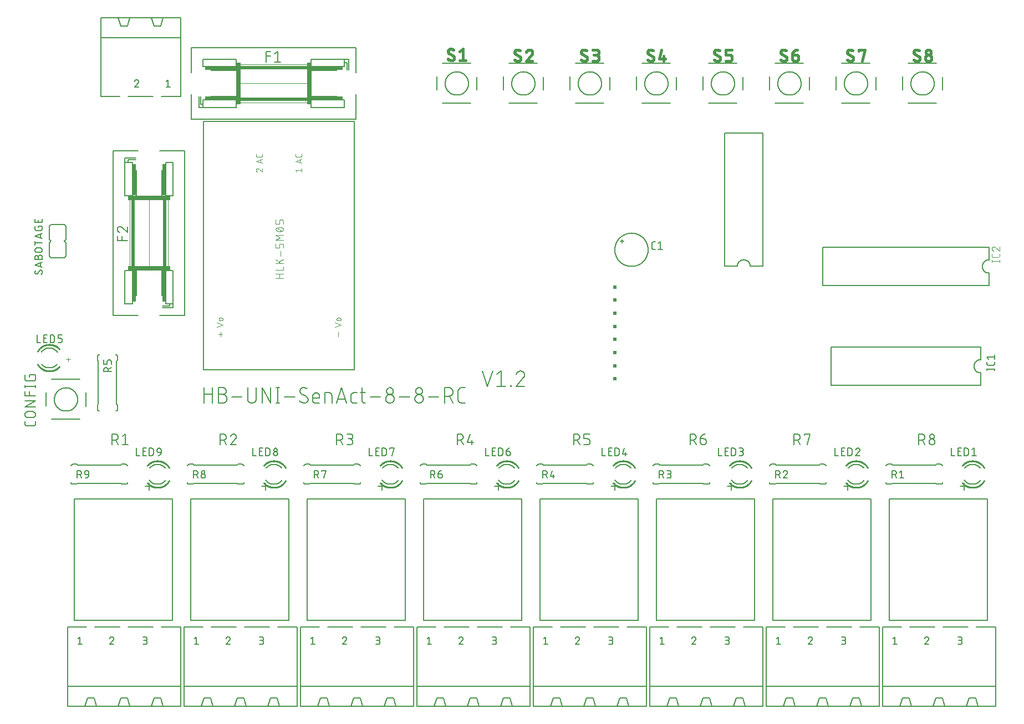
<source format=gbr>
G04 EAGLE Gerber RS-274X export*
G75*
%MOMM*%
%FSLAX34Y34*%
%LPD*%
%INSilkscreen Top*%
%IPPOS*%
%AMOC8*
5,1,8,0,0,1.08239X$1,22.5*%
G01*
%ADD10C,0.203200*%
%ADD11C,0.152400*%
%ADD12C,0.076200*%
%ADD13C,0.127000*%
%ADD14C,0.050800*%
%ADD15R,0.635000X1.143000*%
%ADD16R,0.635000X4.064000*%
%ADD17R,10.160000X0.508000*%
%ADD18R,3.937000X0.127000*%
%ADD19R,4.826000X0.508000*%
%ADD20C,0.177800*%
%ADD21R,1.143000X0.635000*%
%ADD22R,4.064000X0.635000*%
%ADD23R,0.508000X10.160000*%
%ADD24R,0.127000X3.937000*%
%ADD25R,0.508000X4.826000*%
%ADD26C,0.254000*%
%ADD27C,0.431800*%
%ADD28R,0.508000X0.508000*%
%ADD29C,0.101600*%


D10*
X299466Y439166D02*
X299466Y462534D01*
X299466Y452148D02*
X312448Y452148D01*
X312448Y462534D02*
X312448Y439166D01*
X321884Y452148D02*
X328375Y452148D01*
X328534Y452146D01*
X328693Y452140D01*
X328853Y452130D01*
X329011Y452117D01*
X329170Y452099D01*
X329327Y452078D01*
X329485Y452052D01*
X329641Y452023D01*
X329797Y451990D01*
X329952Y451953D01*
X330106Y451913D01*
X330259Y451868D01*
X330411Y451820D01*
X330562Y451769D01*
X330711Y451713D01*
X330859Y451654D01*
X331005Y451591D01*
X331150Y451525D01*
X331293Y451455D01*
X331435Y451382D01*
X331574Y451305D01*
X331712Y451225D01*
X331848Y451141D01*
X331981Y451054D01*
X332113Y450964D01*
X332242Y450871D01*
X332368Y450774D01*
X332493Y450675D01*
X332615Y450572D01*
X332734Y450467D01*
X332851Y450358D01*
X332965Y450247D01*
X333076Y450133D01*
X333185Y450016D01*
X333290Y449897D01*
X333393Y449775D01*
X333492Y449650D01*
X333589Y449524D01*
X333682Y449395D01*
X333772Y449263D01*
X333859Y449130D01*
X333943Y448994D01*
X334023Y448856D01*
X334100Y448717D01*
X334173Y448575D01*
X334243Y448432D01*
X334309Y448287D01*
X334372Y448141D01*
X334431Y447993D01*
X334487Y447844D01*
X334538Y447693D01*
X334586Y447541D01*
X334631Y447388D01*
X334671Y447234D01*
X334708Y447079D01*
X334741Y446923D01*
X334770Y446767D01*
X334796Y446609D01*
X334817Y446452D01*
X334835Y446293D01*
X334848Y446135D01*
X334858Y445975D01*
X334864Y445816D01*
X334866Y445657D01*
X334864Y445498D01*
X334858Y445339D01*
X334848Y445179D01*
X334835Y445021D01*
X334817Y444862D01*
X334796Y444705D01*
X334770Y444547D01*
X334741Y444391D01*
X334708Y444235D01*
X334671Y444080D01*
X334631Y443926D01*
X334586Y443773D01*
X334538Y443621D01*
X334487Y443470D01*
X334431Y443321D01*
X334372Y443173D01*
X334309Y443027D01*
X334243Y442882D01*
X334173Y442739D01*
X334100Y442597D01*
X334023Y442458D01*
X333943Y442320D01*
X333859Y442184D01*
X333772Y442051D01*
X333682Y441919D01*
X333589Y441790D01*
X333492Y441664D01*
X333393Y441539D01*
X333290Y441417D01*
X333185Y441298D01*
X333076Y441181D01*
X332965Y441067D01*
X332851Y440956D01*
X332734Y440847D01*
X332615Y440742D01*
X332493Y440639D01*
X332368Y440540D01*
X332242Y440443D01*
X332113Y440350D01*
X331981Y440260D01*
X331848Y440173D01*
X331712Y440089D01*
X331574Y440009D01*
X331435Y439932D01*
X331293Y439859D01*
X331150Y439789D01*
X331005Y439723D01*
X330859Y439660D01*
X330711Y439601D01*
X330562Y439545D01*
X330411Y439494D01*
X330259Y439446D01*
X330106Y439401D01*
X329952Y439361D01*
X329797Y439324D01*
X329641Y439291D01*
X329485Y439262D01*
X329327Y439236D01*
X329170Y439215D01*
X329011Y439197D01*
X328853Y439184D01*
X328693Y439174D01*
X328534Y439168D01*
X328375Y439166D01*
X321884Y439166D01*
X321884Y462534D01*
X328375Y462534D01*
X328518Y462532D01*
X328661Y462526D01*
X328804Y462516D01*
X328946Y462502D01*
X329088Y462485D01*
X329230Y462463D01*
X329371Y462438D01*
X329511Y462408D01*
X329650Y462375D01*
X329788Y462338D01*
X329925Y462297D01*
X330061Y462253D01*
X330196Y462204D01*
X330329Y462152D01*
X330461Y462097D01*
X330591Y462037D01*
X330720Y461974D01*
X330847Y461908D01*
X330972Y461838D01*
X331094Y461765D01*
X331215Y461688D01*
X331334Y461608D01*
X331450Y461525D01*
X331565Y461439D01*
X331676Y461350D01*
X331786Y461257D01*
X331892Y461162D01*
X331996Y461063D01*
X332097Y460962D01*
X332196Y460858D01*
X332291Y460752D01*
X332384Y460642D01*
X332473Y460531D01*
X332559Y460416D01*
X332642Y460300D01*
X332722Y460181D01*
X332799Y460060D01*
X332872Y459937D01*
X332942Y459813D01*
X333008Y459686D01*
X333071Y459557D01*
X333131Y459427D01*
X333186Y459295D01*
X333238Y459162D01*
X333287Y459027D01*
X333331Y458891D01*
X333372Y458754D01*
X333409Y458616D01*
X333442Y458477D01*
X333472Y458337D01*
X333497Y458196D01*
X333519Y458054D01*
X333536Y457912D01*
X333550Y457770D01*
X333560Y457627D01*
X333566Y457484D01*
X333568Y457341D01*
X333566Y457198D01*
X333560Y457055D01*
X333550Y456912D01*
X333536Y456770D01*
X333519Y456628D01*
X333497Y456486D01*
X333472Y456345D01*
X333442Y456205D01*
X333409Y456066D01*
X333372Y455928D01*
X333331Y455791D01*
X333287Y455655D01*
X333238Y455520D01*
X333186Y455387D01*
X333131Y455255D01*
X333071Y455125D01*
X333008Y454996D01*
X332942Y454869D01*
X332872Y454744D01*
X332799Y454622D01*
X332722Y454501D01*
X332642Y454382D01*
X332559Y454266D01*
X332473Y454151D01*
X332384Y454040D01*
X332291Y453930D01*
X332196Y453824D01*
X332097Y453720D01*
X331996Y453619D01*
X331892Y453520D01*
X331786Y453425D01*
X331676Y453332D01*
X331565Y453243D01*
X331450Y453157D01*
X331334Y453074D01*
X331215Y452994D01*
X331094Y452917D01*
X330972Y452844D01*
X330847Y452774D01*
X330720Y452708D01*
X330591Y452645D01*
X330461Y452585D01*
X330329Y452530D01*
X330196Y452478D01*
X330061Y452429D01*
X329925Y452385D01*
X329788Y452344D01*
X329650Y452307D01*
X329511Y452274D01*
X329371Y452244D01*
X329230Y452219D01*
X329088Y452197D01*
X328946Y452180D01*
X328804Y452166D01*
X328661Y452156D01*
X328518Y452150D01*
X328375Y452148D01*
X342013Y448254D02*
X357592Y448254D01*
X366278Y445657D02*
X366278Y462534D01*
X366278Y445657D02*
X366280Y445498D01*
X366286Y445339D01*
X366296Y445179D01*
X366309Y445021D01*
X366327Y444862D01*
X366348Y444705D01*
X366374Y444547D01*
X366403Y444391D01*
X366436Y444235D01*
X366473Y444080D01*
X366513Y443926D01*
X366558Y443773D01*
X366606Y443621D01*
X366657Y443470D01*
X366713Y443321D01*
X366772Y443173D01*
X366835Y443027D01*
X366901Y442882D01*
X366971Y442739D01*
X367044Y442597D01*
X367121Y442458D01*
X367201Y442320D01*
X367285Y442184D01*
X367372Y442051D01*
X367462Y441919D01*
X367555Y441790D01*
X367652Y441664D01*
X367751Y441539D01*
X367854Y441417D01*
X367959Y441298D01*
X368068Y441181D01*
X368179Y441067D01*
X368293Y440956D01*
X368410Y440847D01*
X368529Y440742D01*
X368651Y440639D01*
X368776Y440540D01*
X368902Y440443D01*
X369031Y440350D01*
X369163Y440260D01*
X369296Y440173D01*
X369432Y440089D01*
X369570Y440009D01*
X369709Y439932D01*
X369851Y439859D01*
X369994Y439789D01*
X370139Y439723D01*
X370285Y439660D01*
X370433Y439601D01*
X370582Y439545D01*
X370733Y439494D01*
X370885Y439446D01*
X371038Y439401D01*
X371192Y439361D01*
X371347Y439324D01*
X371503Y439291D01*
X371659Y439262D01*
X371817Y439236D01*
X371974Y439215D01*
X372133Y439197D01*
X372291Y439184D01*
X372451Y439174D01*
X372610Y439168D01*
X372769Y439166D01*
X372928Y439168D01*
X373087Y439174D01*
X373247Y439184D01*
X373405Y439197D01*
X373564Y439215D01*
X373721Y439236D01*
X373879Y439262D01*
X374035Y439291D01*
X374191Y439324D01*
X374346Y439361D01*
X374500Y439401D01*
X374653Y439446D01*
X374805Y439494D01*
X374956Y439545D01*
X375105Y439601D01*
X375253Y439660D01*
X375399Y439723D01*
X375544Y439789D01*
X375687Y439859D01*
X375829Y439932D01*
X375968Y440009D01*
X376106Y440089D01*
X376242Y440173D01*
X376375Y440260D01*
X376507Y440350D01*
X376636Y440443D01*
X376762Y440540D01*
X376887Y440639D01*
X377009Y440742D01*
X377128Y440847D01*
X377245Y440956D01*
X377359Y441067D01*
X377470Y441181D01*
X377579Y441298D01*
X377684Y441417D01*
X377787Y441539D01*
X377886Y441664D01*
X377983Y441790D01*
X378076Y441919D01*
X378166Y442051D01*
X378253Y442184D01*
X378337Y442320D01*
X378417Y442458D01*
X378494Y442597D01*
X378567Y442739D01*
X378637Y442882D01*
X378703Y443027D01*
X378766Y443173D01*
X378825Y443321D01*
X378881Y443470D01*
X378932Y443621D01*
X378980Y443773D01*
X379025Y443926D01*
X379065Y444080D01*
X379102Y444235D01*
X379135Y444391D01*
X379164Y444547D01*
X379190Y444705D01*
X379211Y444862D01*
X379229Y445021D01*
X379242Y445179D01*
X379252Y445339D01*
X379258Y445498D01*
X379260Y445657D01*
X379260Y462534D01*
X388549Y462534D02*
X388549Y439166D01*
X401531Y439166D02*
X388549Y462534D01*
X401531Y462534D02*
X401531Y439166D01*
X412439Y439166D02*
X412439Y462534D01*
X409842Y439166D02*
X415035Y439166D01*
X415035Y462534D02*
X409842Y462534D01*
X422744Y448254D02*
X438323Y448254D01*
X453407Y439166D02*
X453550Y439168D01*
X453693Y439174D01*
X453836Y439184D01*
X453978Y439198D01*
X454120Y439215D01*
X454262Y439237D01*
X454403Y439262D01*
X454543Y439292D01*
X454682Y439325D01*
X454820Y439362D01*
X454957Y439403D01*
X455093Y439447D01*
X455228Y439496D01*
X455361Y439548D01*
X455493Y439603D01*
X455623Y439663D01*
X455752Y439726D01*
X455879Y439792D01*
X456004Y439862D01*
X456126Y439935D01*
X456247Y440012D01*
X456366Y440092D01*
X456482Y440175D01*
X456597Y440261D01*
X456708Y440350D01*
X456818Y440443D01*
X456924Y440538D01*
X457028Y440637D01*
X457129Y440738D01*
X457228Y440842D01*
X457323Y440948D01*
X457416Y441058D01*
X457505Y441169D01*
X457591Y441284D01*
X457674Y441400D01*
X457754Y441519D01*
X457831Y441640D01*
X457904Y441762D01*
X457974Y441887D01*
X458040Y442014D01*
X458103Y442143D01*
X458163Y442273D01*
X458218Y442405D01*
X458270Y442538D01*
X458319Y442673D01*
X458363Y442809D01*
X458404Y442946D01*
X458441Y443084D01*
X458474Y443223D01*
X458504Y443363D01*
X458529Y443504D01*
X458551Y443646D01*
X458568Y443788D01*
X458582Y443930D01*
X458592Y444073D01*
X458598Y444216D01*
X458600Y444359D01*
X453407Y439166D02*
X453145Y439169D01*
X452882Y439179D01*
X452620Y439194D01*
X452359Y439216D01*
X452098Y439244D01*
X451838Y439279D01*
X451578Y439320D01*
X451320Y439366D01*
X451063Y439419D01*
X450807Y439479D01*
X450553Y439544D01*
X450300Y439615D01*
X450050Y439692D01*
X449801Y439776D01*
X449554Y439865D01*
X449309Y439960D01*
X449067Y440061D01*
X448827Y440168D01*
X448590Y440280D01*
X448356Y440398D01*
X448124Y440522D01*
X447896Y440651D01*
X447670Y440786D01*
X447448Y440926D01*
X447229Y441071D01*
X447014Y441221D01*
X446803Y441377D01*
X446595Y441537D01*
X446391Y441703D01*
X446192Y441873D01*
X445996Y442048D01*
X445805Y442227D01*
X445618Y442412D01*
X446266Y457341D02*
X446268Y457484D01*
X446274Y457627D01*
X446284Y457770D01*
X446298Y457912D01*
X446315Y458054D01*
X446337Y458196D01*
X446362Y458337D01*
X446392Y458477D01*
X446425Y458616D01*
X446462Y458754D01*
X446503Y458891D01*
X446547Y459027D01*
X446596Y459162D01*
X446648Y459295D01*
X446703Y459427D01*
X446763Y459557D01*
X446826Y459686D01*
X446892Y459813D01*
X446962Y459938D01*
X447035Y460060D01*
X447112Y460181D01*
X447192Y460300D01*
X447275Y460416D01*
X447361Y460531D01*
X447450Y460642D01*
X447543Y460752D01*
X447638Y460858D01*
X447737Y460962D01*
X447838Y461063D01*
X447942Y461162D01*
X448048Y461257D01*
X448158Y461350D01*
X448269Y461439D01*
X448384Y461525D01*
X448500Y461609D01*
X448619Y461688D01*
X448740Y461765D01*
X448863Y461838D01*
X448987Y461908D01*
X449114Y461974D01*
X449243Y462037D01*
X449373Y462097D01*
X449505Y462152D01*
X449638Y462204D01*
X449773Y462253D01*
X449909Y462297D01*
X450046Y462338D01*
X450184Y462375D01*
X450323Y462408D01*
X450463Y462438D01*
X450604Y462463D01*
X450746Y462485D01*
X450888Y462502D01*
X451030Y462516D01*
X451173Y462526D01*
X451316Y462532D01*
X451459Y462534D01*
X451691Y462531D01*
X451923Y462523D01*
X452155Y462509D01*
X452386Y462490D01*
X452617Y462465D01*
X452847Y462435D01*
X453076Y462399D01*
X453304Y462358D01*
X453532Y462311D01*
X453758Y462259D01*
X453983Y462201D01*
X454206Y462138D01*
X454428Y462070D01*
X454648Y461997D01*
X454866Y461918D01*
X455083Y461835D01*
X455297Y461746D01*
X455509Y461652D01*
X455719Y461553D01*
X455927Y461449D01*
X456131Y461340D01*
X456334Y461226D01*
X456533Y461107D01*
X456730Y460984D01*
X456923Y460856D01*
X457114Y460724D01*
X457301Y460587D01*
X448862Y452797D02*
X448739Y452872D01*
X448618Y452950D01*
X448499Y453032D01*
X448383Y453116D01*
X448269Y453204D01*
X448157Y453295D01*
X448047Y453389D01*
X447941Y453486D01*
X447837Y453586D01*
X447736Y453688D01*
X447637Y453794D01*
X447542Y453902D01*
X447449Y454012D01*
X447360Y454125D01*
X447274Y454241D01*
X447190Y454358D01*
X447111Y454478D01*
X447034Y454600D01*
X446961Y454724D01*
X446891Y454850D01*
X446825Y454978D01*
X446762Y455108D01*
X446703Y455239D01*
X446647Y455372D01*
X446595Y455507D01*
X446547Y455643D01*
X446502Y455780D01*
X446462Y455918D01*
X446425Y456057D01*
X446391Y456197D01*
X446362Y456338D01*
X446337Y456480D01*
X446315Y456623D01*
X446297Y456766D01*
X446284Y456909D01*
X446274Y457053D01*
X446268Y457197D01*
X446266Y457341D01*
X456003Y448903D02*
X456126Y448828D01*
X456247Y448750D01*
X456366Y448668D01*
X456482Y448584D01*
X456596Y448496D01*
X456708Y448405D01*
X456817Y448311D01*
X456924Y448214D01*
X457028Y448114D01*
X457129Y448012D01*
X457228Y447906D01*
X457323Y447798D01*
X457416Y447688D01*
X457505Y447575D01*
X457591Y447460D01*
X457674Y447342D01*
X457754Y447222D01*
X457831Y447100D01*
X457904Y446976D01*
X457974Y446850D01*
X458040Y446722D01*
X458103Y446592D01*
X458162Y446461D01*
X458218Y446328D01*
X458270Y446193D01*
X458318Y446057D01*
X458363Y445920D01*
X458403Y445782D01*
X458440Y445643D01*
X458474Y445503D01*
X458503Y445362D01*
X458528Y445220D01*
X458550Y445077D01*
X458568Y444934D01*
X458581Y444791D01*
X458591Y444647D01*
X458597Y444503D01*
X458599Y444359D01*
X456003Y448903D02*
X448863Y452797D01*
X469601Y439166D02*
X476092Y439166D01*
X469601Y439166D02*
X469479Y439168D01*
X469356Y439174D01*
X469234Y439183D01*
X469113Y439197D01*
X468992Y439214D01*
X468871Y439235D01*
X468751Y439260D01*
X468632Y439288D01*
X468514Y439321D01*
X468397Y439357D01*
X468282Y439396D01*
X468167Y439440D01*
X468054Y439486D01*
X467943Y439537D01*
X467833Y439591D01*
X467725Y439648D01*
X467618Y439708D01*
X467514Y439772D01*
X467412Y439840D01*
X467312Y439910D01*
X467214Y439983D01*
X467118Y440060D01*
X467025Y440139D01*
X466935Y440222D01*
X466847Y440307D01*
X466762Y440395D01*
X466679Y440485D01*
X466600Y440578D01*
X466523Y440674D01*
X466450Y440772D01*
X466380Y440872D01*
X466312Y440974D01*
X466248Y441078D01*
X466188Y441185D01*
X466131Y441293D01*
X466077Y441403D01*
X466026Y441514D01*
X465980Y441627D01*
X465936Y441742D01*
X465897Y441857D01*
X465861Y441974D01*
X465828Y442092D01*
X465800Y442211D01*
X465775Y442331D01*
X465754Y442452D01*
X465737Y442573D01*
X465723Y442694D01*
X465714Y442816D01*
X465708Y442939D01*
X465706Y443061D01*
X465706Y449552D01*
X465708Y449695D01*
X465714Y449838D01*
X465724Y449981D01*
X465738Y450123D01*
X465755Y450265D01*
X465777Y450407D01*
X465802Y450548D01*
X465832Y450688D01*
X465865Y450827D01*
X465902Y450965D01*
X465943Y451102D01*
X465987Y451238D01*
X466036Y451373D01*
X466088Y451506D01*
X466143Y451638D01*
X466203Y451768D01*
X466266Y451897D01*
X466332Y452024D01*
X466402Y452149D01*
X466475Y452271D01*
X466552Y452392D01*
X466632Y452511D01*
X466715Y452627D01*
X466801Y452742D01*
X466890Y452853D01*
X466983Y452963D01*
X467078Y453069D01*
X467177Y453173D01*
X467278Y453274D01*
X467382Y453373D01*
X467488Y453468D01*
X467598Y453561D01*
X467709Y453650D01*
X467824Y453736D01*
X467940Y453819D01*
X468059Y453899D01*
X468180Y453976D01*
X468303Y454049D01*
X468427Y454119D01*
X468554Y454185D01*
X468683Y454248D01*
X468813Y454308D01*
X468945Y454363D01*
X469078Y454415D01*
X469213Y454464D01*
X469349Y454508D01*
X469486Y454549D01*
X469624Y454586D01*
X469763Y454619D01*
X469903Y454649D01*
X470044Y454674D01*
X470186Y454696D01*
X470328Y454713D01*
X470470Y454727D01*
X470613Y454737D01*
X470756Y454743D01*
X470899Y454745D01*
X471042Y454743D01*
X471185Y454737D01*
X471328Y454727D01*
X471470Y454713D01*
X471612Y454696D01*
X471754Y454674D01*
X471895Y454649D01*
X472035Y454619D01*
X472174Y454586D01*
X472312Y454549D01*
X472449Y454508D01*
X472585Y454464D01*
X472720Y454415D01*
X472853Y454363D01*
X472985Y454308D01*
X473115Y454248D01*
X473244Y454185D01*
X473371Y454119D01*
X473496Y454049D01*
X473618Y453976D01*
X473739Y453899D01*
X473858Y453819D01*
X473974Y453736D01*
X474089Y453650D01*
X474200Y453561D01*
X474310Y453468D01*
X474416Y453373D01*
X474520Y453274D01*
X474621Y453173D01*
X474720Y453069D01*
X474815Y452963D01*
X474908Y452853D01*
X474997Y452742D01*
X475083Y452627D01*
X475166Y452511D01*
X475246Y452392D01*
X475323Y452271D01*
X475396Y452149D01*
X475466Y452024D01*
X475532Y451897D01*
X475595Y451768D01*
X475655Y451638D01*
X475710Y451506D01*
X475762Y451373D01*
X475811Y451238D01*
X475855Y451102D01*
X475896Y450965D01*
X475933Y450827D01*
X475966Y450688D01*
X475996Y450548D01*
X476021Y450407D01*
X476043Y450265D01*
X476060Y450123D01*
X476074Y449981D01*
X476084Y449838D01*
X476090Y449695D01*
X476092Y449552D01*
X476092Y446955D01*
X465706Y446955D01*
X484497Y439166D02*
X484497Y454745D01*
X490988Y454745D01*
X491110Y454743D01*
X491233Y454737D01*
X491355Y454728D01*
X491476Y454714D01*
X491597Y454697D01*
X491718Y454676D01*
X491838Y454651D01*
X491957Y454623D01*
X492075Y454590D01*
X492192Y454554D01*
X492307Y454515D01*
X492422Y454471D01*
X492535Y454425D01*
X492646Y454374D01*
X492756Y454320D01*
X492864Y454263D01*
X492971Y454203D01*
X493075Y454139D01*
X493177Y454071D01*
X493277Y454001D01*
X493375Y453928D01*
X493471Y453851D01*
X493564Y453772D01*
X493654Y453689D01*
X493742Y453604D01*
X493827Y453516D01*
X493910Y453426D01*
X493989Y453333D01*
X494066Y453237D01*
X494139Y453139D01*
X494209Y453039D01*
X494277Y452937D01*
X494341Y452833D01*
X494401Y452726D01*
X494458Y452618D01*
X494512Y452508D01*
X494563Y452397D01*
X494609Y452284D01*
X494653Y452169D01*
X494692Y452054D01*
X494728Y451937D01*
X494761Y451819D01*
X494789Y451700D01*
X494814Y451580D01*
X494835Y451459D01*
X494852Y451338D01*
X494866Y451217D01*
X494875Y451095D01*
X494881Y450972D01*
X494883Y450850D01*
X494883Y439166D01*
X502084Y439166D02*
X509873Y462534D01*
X517662Y439166D01*
X515715Y445008D02*
X504031Y445008D01*
X528076Y439166D02*
X533269Y439166D01*
X528076Y439166D02*
X527954Y439168D01*
X527831Y439174D01*
X527709Y439183D01*
X527588Y439197D01*
X527467Y439214D01*
X527346Y439235D01*
X527226Y439260D01*
X527107Y439288D01*
X526989Y439321D01*
X526872Y439357D01*
X526757Y439396D01*
X526642Y439440D01*
X526529Y439486D01*
X526418Y439537D01*
X526308Y439591D01*
X526200Y439648D01*
X526093Y439708D01*
X525989Y439772D01*
X525887Y439840D01*
X525787Y439910D01*
X525689Y439983D01*
X525593Y440060D01*
X525500Y440139D01*
X525410Y440222D01*
X525322Y440307D01*
X525237Y440395D01*
X525154Y440485D01*
X525075Y440578D01*
X524998Y440674D01*
X524925Y440772D01*
X524855Y440872D01*
X524787Y440974D01*
X524723Y441078D01*
X524663Y441185D01*
X524606Y441293D01*
X524552Y441403D01*
X524501Y441514D01*
X524455Y441627D01*
X524411Y441742D01*
X524372Y441857D01*
X524336Y441974D01*
X524303Y442092D01*
X524275Y442211D01*
X524250Y442331D01*
X524229Y442452D01*
X524212Y442573D01*
X524198Y442694D01*
X524189Y442816D01*
X524183Y442939D01*
X524181Y443061D01*
X524181Y450850D01*
X524183Y450972D01*
X524189Y451095D01*
X524198Y451217D01*
X524212Y451338D01*
X524229Y451459D01*
X524250Y451580D01*
X524275Y451700D01*
X524303Y451819D01*
X524336Y451937D01*
X524372Y452054D01*
X524411Y452169D01*
X524455Y452284D01*
X524501Y452397D01*
X524552Y452508D01*
X524606Y452618D01*
X524663Y452726D01*
X524723Y452833D01*
X524787Y452937D01*
X524855Y453039D01*
X524925Y453139D01*
X524998Y453237D01*
X525075Y453333D01*
X525154Y453426D01*
X525237Y453516D01*
X525322Y453604D01*
X525410Y453689D01*
X525500Y453772D01*
X525593Y453851D01*
X525689Y453928D01*
X525787Y454001D01*
X525887Y454071D01*
X525989Y454139D01*
X526093Y454203D01*
X526200Y454263D01*
X526308Y454320D01*
X526418Y454374D01*
X526529Y454425D01*
X526642Y454471D01*
X526757Y454515D01*
X526872Y454554D01*
X526989Y454590D01*
X527107Y454623D01*
X527226Y454651D01*
X527346Y454676D01*
X527467Y454697D01*
X527588Y454714D01*
X527709Y454728D01*
X527831Y454737D01*
X527954Y454743D01*
X528076Y454745D01*
X533269Y454745D01*
X538604Y454745D02*
X546394Y454745D01*
X541201Y462534D02*
X541201Y443061D01*
X541203Y442939D01*
X541209Y442816D01*
X541218Y442694D01*
X541232Y442573D01*
X541249Y442452D01*
X541270Y442331D01*
X541295Y442211D01*
X541323Y442092D01*
X541356Y441974D01*
X541392Y441857D01*
X541431Y441742D01*
X541475Y441627D01*
X541521Y441514D01*
X541572Y441403D01*
X541626Y441293D01*
X541683Y441185D01*
X541743Y441078D01*
X541807Y440974D01*
X541875Y440872D01*
X541945Y440772D01*
X542018Y440674D01*
X542095Y440578D01*
X542174Y440485D01*
X542257Y440395D01*
X542342Y440307D01*
X542430Y440222D01*
X542520Y440139D01*
X542613Y440060D01*
X542709Y439983D01*
X542807Y439910D01*
X542907Y439840D01*
X543009Y439772D01*
X543113Y439708D01*
X543220Y439648D01*
X543328Y439591D01*
X543438Y439537D01*
X543549Y439486D01*
X543662Y439440D01*
X543777Y439396D01*
X543892Y439357D01*
X544009Y439321D01*
X544127Y439288D01*
X544246Y439260D01*
X544366Y439235D01*
X544487Y439214D01*
X544608Y439197D01*
X544729Y439183D01*
X544851Y439174D01*
X544974Y439168D01*
X545096Y439166D01*
X546394Y439166D01*
X553585Y448254D02*
X569163Y448254D01*
X577154Y445657D02*
X577156Y445816D01*
X577162Y445975D01*
X577172Y446135D01*
X577185Y446293D01*
X577203Y446452D01*
X577224Y446609D01*
X577250Y446767D01*
X577279Y446923D01*
X577312Y447079D01*
X577349Y447234D01*
X577389Y447388D01*
X577434Y447541D01*
X577482Y447693D01*
X577533Y447844D01*
X577589Y447993D01*
X577648Y448141D01*
X577711Y448287D01*
X577777Y448432D01*
X577847Y448575D01*
X577920Y448717D01*
X577997Y448856D01*
X578077Y448994D01*
X578161Y449130D01*
X578248Y449263D01*
X578338Y449395D01*
X578431Y449524D01*
X578528Y449650D01*
X578627Y449775D01*
X578730Y449897D01*
X578835Y450016D01*
X578944Y450133D01*
X579055Y450247D01*
X579169Y450358D01*
X579286Y450467D01*
X579405Y450572D01*
X579527Y450675D01*
X579652Y450774D01*
X579778Y450871D01*
X579907Y450964D01*
X580039Y451054D01*
X580172Y451141D01*
X580308Y451225D01*
X580446Y451305D01*
X580585Y451382D01*
X580727Y451455D01*
X580870Y451525D01*
X581015Y451591D01*
X581161Y451654D01*
X581309Y451713D01*
X581458Y451769D01*
X581609Y451820D01*
X581761Y451868D01*
X581914Y451913D01*
X582068Y451953D01*
X582223Y451990D01*
X582379Y452023D01*
X582535Y452052D01*
X582693Y452078D01*
X582850Y452099D01*
X583009Y452117D01*
X583167Y452130D01*
X583327Y452140D01*
X583486Y452146D01*
X583645Y452148D01*
X583804Y452146D01*
X583963Y452140D01*
X584123Y452130D01*
X584281Y452117D01*
X584440Y452099D01*
X584597Y452078D01*
X584755Y452052D01*
X584911Y452023D01*
X585067Y451990D01*
X585222Y451953D01*
X585376Y451913D01*
X585529Y451868D01*
X585681Y451820D01*
X585832Y451769D01*
X585981Y451713D01*
X586129Y451654D01*
X586275Y451591D01*
X586420Y451525D01*
X586563Y451455D01*
X586705Y451382D01*
X586844Y451305D01*
X586982Y451225D01*
X587118Y451141D01*
X587251Y451054D01*
X587383Y450964D01*
X587512Y450871D01*
X587638Y450774D01*
X587763Y450675D01*
X587885Y450572D01*
X588004Y450467D01*
X588121Y450358D01*
X588235Y450247D01*
X588346Y450133D01*
X588455Y450016D01*
X588560Y449897D01*
X588663Y449775D01*
X588762Y449650D01*
X588859Y449524D01*
X588952Y449395D01*
X589042Y449263D01*
X589129Y449130D01*
X589213Y448994D01*
X589293Y448856D01*
X589370Y448717D01*
X589443Y448575D01*
X589513Y448432D01*
X589579Y448287D01*
X589642Y448141D01*
X589701Y447993D01*
X589757Y447844D01*
X589808Y447693D01*
X589856Y447541D01*
X589901Y447388D01*
X589941Y447234D01*
X589978Y447079D01*
X590011Y446923D01*
X590040Y446767D01*
X590066Y446609D01*
X590087Y446452D01*
X590105Y446293D01*
X590118Y446135D01*
X590128Y445975D01*
X590134Y445816D01*
X590136Y445657D01*
X590134Y445498D01*
X590128Y445339D01*
X590118Y445179D01*
X590105Y445021D01*
X590087Y444862D01*
X590066Y444705D01*
X590040Y444547D01*
X590011Y444391D01*
X589978Y444235D01*
X589941Y444080D01*
X589901Y443926D01*
X589856Y443773D01*
X589808Y443621D01*
X589757Y443470D01*
X589701Y443321D01*
X589642Y443173D01*
X589579Y443027D01*
X589513Y442882D01*
X589443Y442739D01*
X589370Y442597D01*
X589293Y442458D01*
X589213Y442320D01*
X589129Y442184D01*
X589042Y442051D01*
X588952Y441919D01*
X588859Y441790D01*
X588762Y441664D01*
X588663Y441539D01*
X588560Y441417D01*
X588455Y441298D01*
X588346Y441181D01*
X588235Y441067D01*
X588121Y440956D01*
X588004Y440847D01*
X587885Y440742D01*
X587763Y440639D01*
X587638Y440540D01*
X587512Y440443D01*
X587383Y440350D01*
X587251Y440260D01*
X587118Y440173D01*
X586982Y440089D01*
X586844Y440009D01*
X586705Y439932D01*
X586563Y439859D01*
X586420Y439789D01*
X586275Y439723D01*
X586129Y439660D01*
X585981Y439601D01*
X585832Y439545D01*
X585681Y439494D01*
X585529Y439446D01*
X585376Y439401D01*
X585222Y439361D01*
X585067Y439324D01*
X584911Y439291D01*
X584755Y439262D01*
X584597Y439236D01*
X584440Y439215D01*
X584281Y439197D01*
X584123Y439184D01*
X583963Y439174D01*
X583804Y439168D01*
X583645Y439166D01*
X583486Y439168D01*
X583327Y439174D01*
X583167Y439184D01*
X583009Y439197D01*
X582850Y439215D01*
X582693Y439236D01*
X582535Y439262D01*
X582379Y439291D01*
X582223Y439324D01*
X582068Y439361D01*
X581914Y439401D01*
X581761Y439446D01*
X581609Y439494D01*
X581458Y439545D01*
X581309Y439601D01*
X581161Y439660D01*
X581015Y439723D01*
X580870Y439789D01*
X580727Y439859D01*
X580585Y439932D01*
X580446Y440009D01*
X580308Y440089D01*
X580172Y440173D01*
X580039Y440260D01*
X579907Y440350D01*
X579778Y440443D01*
X579652Y440540D01*
X579527Y440639D01*
X579405Y440742D01*
X579286Y440847D01*
X579169Y440956D01*
X579055Y441067D01*
X578944Y441181D01*
X578835Y441298D01*
X578730Y441417D01*
X578627Y441539D01*
X578528Y441664D01*
X578431Y441790D01*
X578338Y441919D01*
X578248Y442051D01*
X578161Y442184D01*
X578077Y442320D01*
X577997Y442458D01*
X577920Y442597D01*
X577847Y442739D01*
X577777Y442882D01*
X577711Y443027D01*
X577648Y443173D01*
X577589Y443321D01*
X577533Y443470D01*
X577482Y443621D01*
X577434Y443773D01*
X577389Y443926D01*
X577349Y444080D01*
X577312Y444235D01*
X577279Y444391D01*
X577250Y444547D01*
X577224Y444705D01*
X577203Y444862D01*
X577185Y445021D01*
X577172Y445179D01*
X577162Y445339D01*
X577156Y445498D01*
X577154Y445657D01*
X578452Y457341D02*
X578454Y457484D01*
X578460Y457627D01*
X578470Y457770D01*
X578484Y457912D01*
X578501Y458054D01*
X578523Y458196D01*
X578548Y458337D01*
X578578Y458477D01*
X578611Y458616D01*
X578648Y458754D01*
X578689Y458891D01*
X578733Y459027D01*
X578782Y459162D01*
X578834Y459295D01*
X578889Y459427D01*
X578949Y459557D01*
X579012Y459686D01*
X579078Y459813D01*
X579148Y459938D01*
X579221Y460060D01*
X579298Y460181D01*
X579378Y460300D01*
X579461Y460416D01*
X579547Y460531D01*
X579636Y460642D01*
X579729Y460752D01*
X579824Y460858D01*
X579923Y460962D01*
X580024Y461063D01*
X580128Y461162D01*
X580234Y461257D01*
X580344Y461350D01*
X580455Y461439D01*
X580570Y461525D01*
X580686Y461608D01*
X580805Y461688D01*
X580926Y461765D01*
X581049Y461838D01*
X581173Y461908D01*
X581300Y461974D01*
X581429Y462037D01*
X581559Y462097D01*
X581691Y462152D01*
X581824Y462204D01*
X581959Y462253D01*
X582095Y462297D01*
X582232Y462338D01*
X582370Y462375D01*
X582509Y462408D01*
X582649Y462438D01*
X582790Y462463D01*
X582932Y462485D01*
X583074Y462502D01*
X583216Y462516D01*
X583359Y462526D01*
X583502Y462532D01*
X583645Y462534D01*
X583788Y462532D01*
X583931Y462526D01*
X584074Y462516D01*
X584216Y462502D01*
X584358Y462485D01*
X584500Y462463D01*
X584641Y462438D01*
X584781Y462408D01*
X584920Y462375D01*
X585058Y462338D01*
X585195Y462297D01*
X585331Y462253D01*
X585466Y462204D01*
X585599Y462152D01*
X585731Y462097D01*
X585861Y462037D01*
X585990Y461974D01*
X586117Y461908D01*
X586242Y461838D01*
X586364Y461765D01*
X586485Y461688D01*
X586604Y461608D01*
X586720Y461525D01*
X586835Y461439D01*
X586946Y461350D01*
X587056Y461257D01*
X587162Y461162D01*
X587266Y461063D01*
X587367Y460962D01*
X587466Y460858D01*
X587561Y460752D01*
X587654Y460642D01*
X587743Y460531D01*
X587829Y460416D01*
X587912Y460300D01*
X587992Y460181D01*
X588069Y460060D01*
X588142Y459938D01*
X588212Y459813D01*
X588278Y459686D01*
X588341Y459557D01*
X588401Y459427D01*
X588456Y459295D01*
X588508Y459162D01*
X588557Y459027D01*
X588601Y458891D01*
X588642Y458754D01*
X588679Y458616D01*
X588712Y458477D01*
X588742Y458337D01*
X588767Y458196D01*
X588789Y458054D01*
X588806Y457912D01*
X588820Y457770D01*
X588830Y457627D01*
X588836Y457484D01*
X588838Y457341D01*
X588836Y457198D01*
X588830Y457055D01*
X588820Y456912D01*
X588806Y456770D01*
X588789Y456628D01*
X588767Y456486D01*
X588742Y456345D01*
X588712Y456205D01*
X588679Y456066D01*
X588642Y455928D01*
X588601Y455791D01*
X588557Y455655D01*
X588508Y455520D01*
X588456Y455387D01*
X588401Y455255D01*
X588341Y455125D01*
X588278Y454996D01*
X588212Y454869D01*
X588142Y454744D01*
X588069Y454622D01*
X587992Y454501D01*
X587912Y454382D01*
X587829Y454266D01*
X587743Y454151D01*
X587654Y454040D01*
X587561Y453930D01*
X587466Y453824D01*
X587367Y453720D01*
X587266Y453619D01*
X587162Y453520D01*
X587056Y453425D01*
X586946Y453332D01*
X586835Y453243D01*
X586720Y453157D01*
X586604Y453074D01*
X586485Y452994D01*
X586364Y452917D01*
X586241Y452844D01*
X586117Y452774D01*
X585990Y452708D01*
X585861Y452645D01*
X585731Y452585D01*
X585599Y452530D01*
X585466Y452478D01*
X585331Y452429D01*
X585195Y452385D01*
X585058Y452344D01*
X584920Y452307D01*
X584781Y452274D01*
X584641Y452244D01*
X584500Y452219D01*
X584358Y452197D01*
X584216Y452180D01*
X584074Y452166D01*
X583931Y452156D01*
X583788Y452150D01*
X583645Y452148D01*
X583502Y452150D01*
X583359Y452156D01*
X583216Y452166D01*
X583074Y452180D01*
X582932Y452197D01*
X582790Y452219D01*
X582649Y452244D01*
X582509Y452274D01*
X582370Y452307D01*
X582232Y452344D01*
X582095Y452385D01*
X581959Y452429D01*
X581824Y452478D01*
X581691Y452530D01*
X581559Y452585D01*
X581429Y452645D01*
X581300Y452708D01*
X581173Y452774D01*
X581049Y452844D01*
X580926Y452917D01*
X580805Y452994D01*
X580686Y453074D01*
X580570Y453157D01*
X580455Y453243D01*
X580344Y453332D01*
X580234Y453425D01*
X580128Y453520D01*
X580024Y453619D01*
X579923Y453720D01*
X579824Y453824D01*
X579729Y453930D01*
X579636Y454040D01*
X579547Y454151D01*
X579461Y454266D01*
X579378Y454382D01*
X579298Y454501D01*
X579221Y454622D01*
X579148Y454745D01*
X579078Y454869D01*
X579012Y454996D01*
X578949Y455125D01*
X578889Y455255D01*
X578834Y455387D01*
X578782Y455520D01*
X578733Y455655D01*
X578689Y455791D01*
X578648Y455928D01*
X578611Y456066D01*
X578578Y456205D01*
X578548Y456345D01*
X578523Y456486D01*
X578501Y456628D01*
X578484Y456770D01*
X578470Y456912D01*
X578460Y457055D01*
X578454Y457198D01*
X578452Y457341D01*
X598126Y448254D02*
X613705Y448254D01*
X621695Y445657D02*
X621697Y445816D01*
X621703Y445975D01*
X621713Y446135D01*
X621726Y446293D01*
X621744Y446452D01*
X621765Y446609D01*
X621791Y446767D01*
X621820Y446923D01*
X621853Y447079D01*
X621890Y447234D01*
X621930Y447388D01*
X621975Y447541D01*
X622023Y447693D01*
X622074Y447844D01*
X622130Y447993D01*
X622189Y448141D01*
X622252Y448287D01*
X622318Y448432D01*
X622388Y448575D01*
X622461Y448717D01*
X622538Y448856D01*
X622618Y448994D01*
X622702Y449130D01*
X622789Y449263D01*
X622879Y449395D01*
X622972Y449524D01*
X623069Y449650D01*
X623168Y449775D01*
X623271Y449897D01*
X623376Y450016D01*
X623485Y450133D01*
X623596Y450247D01*
X623710Y450358D01*
X623827Y450467D01*
X623946Y450572D01*
X624068Y450675D01*
X624193Y450774D01*
X624319Y450871D01*
X624448Y450964D01*
X624580Y451054D01*
X624713Y451141D01*
X624849Y451225D01*
X624987Y451305D01*
X625126Y451382D01*
X625268Y451455D01*
X625411Y451525D01*
X625556Y451591D01*
X625702Y451654D01*
X625850Y451713D01*
X625999Y451769D01*
X626150Y451820D01*
X626302Y451868D01*
X626455Y451913D01*
X626609Y451953D01*
X626764Y451990D01*
X626920Y452023D01*
X627076Y452052D01*
X627234Y452078D01*
X627391Y452099D01*
X627550Y452117D01*
X627708Y452130D01*
X627868Y452140D01*
X628027Y452146D01*
X628186Y452148D01*
X628345Y452146D01*
X628504Y452140D01*
X628664Y452130D01*
X628822Y452117D01*
X628981Y452099D01*
X629138Y452078D01*
X629296Y452052D01*
X629452Y452023D01*
X629608Y451990D01*
X629763Y451953D01*
X629917Y451913D01*
X630070Y451868D01*
X630222Y451820D01*
X630373Y451769D01*
X630522Y451713D01*
X630670Y451654D01*
X630816Y451591D01*
X630961Y451525D01*
X631104Y451455D01*
X631246Y451382D01*
X631385Y451305D01*
X631523Y451225D01*
X631659Y451141D01*
X631792Y451054D01*
X631924Y450964D01*
X632053Y450871D01*
X632179Y450774D01*
X632304Y450675D01*
X632426Y450572D01*
X632545Y450467D01*
X632662Y450358D01*
X632776Y450247D01*
X632887Y450133D01*
X632996Y450016D01*
X633101Y449897D01*
X633204Y449775D01*
X633303Y449650D01*
X633400Y449524D01*
X633493Y449395D01*
X633583Y449263D01*
X633670Y449130D01*
X633754Y448994D01*
X633834Y448856D01*
X633911Y448717D01*
X633984Y448575D01*
X634054Y448432D01*
X634120Y448287D01*
X634183Y448141D01*
X634242Y447993D01*
X634298Y447844D01*
X634349Y447693D01*
X634397Y447541D01*
X634442Y447388D01*
X634482Y447234D01*
X634519Y447079D01*
X634552Y446923D01*
X634581Y446767D01*
X634607Y446609D01*
X634628Y446452D01*
X634646Y446293D01*
X634659Y446135D01*
X634669Y445975D01*
X634675Y445816D01*
X634677Y445657D01*
X634675Y445498D01*
X634669Y445339D01*
X634659Y445179D01*
X634646Y445021D01*
X634628Y444862D01*
X634607Y444705D01*
X634581Y444547D01*
X634552Y444391D01*
X634519Y444235D01*
X634482Y444080D01*
X634442Y443926D01*
X634397Y443773D01*
X634349Y443621D01*
X634298Y443470D01*
X634242Y443321D01*
X634183Y443173D01*
X634120Y443027D01*
X634054Y442882D01*
X633984Y442739D01*
X633911Y442597D01*
X633834Y442458D01*
X633754Y442320D01*
X633670Y442184D01*
X633583Y442051D01*
X633493Y441919D01*
X633400Y441790D01*
X633303Y441664D01*
X633204Y441539D01*
X633101Y441417D01*
X632996Y441298D01*
X632887Y441181D01*
X632776Y441067D01*
X632662Y440956D01*
X632545Y440847D01*
X632426Y440742D01*
X632304Y440639D01*
X632179Y440540D01*
X632053Y440443D01*
X631924Y440350D01*
X631792Y440260D01*
X631659Y440173D01*
X631523Y440089D01*
X631385Y440009D01*
X631246Y439932D01*
X631104Y439859D01*
X630961Y439789D01*
X630816Y439723D01*
X630670Y439660D01*
X630522Y439601D01*
X630373Y439545D01*
X630222Y439494D01*
X630070Y439446D01*
X629917Y439401D01*
X629763Y439361D01*
X629608Y439324D01*
X629452Y439291D01*
X629296Y439262D01*
X629138Y439236D01*
X628981Y439215D01*
X628822Y439197D01*
X628664Y439184D01*
X628504Y439174D01*
X628345Y439168D01*
X628186Y439166D01*
X628027Y439168D01*
X627868Y439174D01*
X627708Y439184D01*
X627550Y439197D01*
X627391Y439215D01*
X627234Y439236D01*
X627076Y439262D01*
X626920Y439291D01*
X626764Y439324D01*
X626609Y439361D01*
X626455Y439401D01*
X626302Y439446D01*
X626150Y439494D01*
X625999Y439545D01*
X625850Y439601D01*
X625702Y439660D01*
X625556Y439723D01*
X625411Y439789D01*
X625268Y439859D01*
X625126Y439932D01*
X624987Y440009D01*
X624849Y440089D01*
X624713Y440173D01*
X624580Y440260D01*
X624448Y440350D01*
X624319Y440443D01*
X624193Y440540D01*
X624068Y440639D01*
X623946Y440742D01*
X623827Y440847D01*
X623710Y440956D01*
X623596Y441067D01*
X623485Y441181D01*
X623376Y441298D01*
X623271Y441417D01*
X623168Y441539D01*
X623069Y441664D01*
X622972Y441790D01*
X622879Y441919D01*
X622789Y442051D01*
X622702Y442184D01*
X622618Y442320D01*
X622538Y442458D01*
X622461Y442597D01*
X622388Y442739D01*
X622318Y442882D01*
X622252Y443027D01*
X622189Y443173D01*
X622130Y443321D01*
X622074Y443470D01*
X622023Y443621D01*
X621975Y443773D01*
X621930Y443926D01*
X621890Y444080D01*
X621853Y444235D01*
X621820Y444391D01*
X621791Y444547D01*
X621765Y444705D01*
X621744Y444862D01*
X621726Y445021D01*
X621713Y445179D01*
X621703Y445339D01*
X621697Y445498D01*
X621695Y445657D01*
X622993Y457341D02*
X622995Y457484D01*
X623001Y457627D01*
X623011Y457770D01*
X623025Y457912D01*
X623042Y458054D01*
X623064Y458196D01*
X623089Y458337D01*
X623119Y458477D01*
X623152Y458616D01*
X623189Y458754D01*
X623230Y458891D01*
X623274Y459027D01*
X623323Y459162D01*
X623375Y459295D01*
X623430Y459427D01*
X623490Y459557D01*
X623553Y459686D01*
X623619Y459813D01*
X623689Y459938D01*
X623762Y460060D01*
X623839Y460181D01*
X623919Y460300D01*
X624002Y460416D01*
X624088Y460531D01*
X624177Y460642D01*
X624270Y460752D01*
X624365Y460858D01*
X624464Y460962D01*
X624565Y461063D01*
X624669Y461162D01*
X624775Y461257D01*
X624885Y461350D01*
X624996Y461439D01*
X625111Y461525D01*
X625227Y461608D01*
X625346Y461688D01*
X625467Y461765D01*
X625590Y461838D01*
X625714Y461908D01*
X625841Y461974D01*
X625970Y462037D01*
X626100Y462097D01*
X626232Y462152D01*
X626365Y462204D01*
X626500Y462253D01*
X626636Y462297D01*
X626773Y462338D01*
X626911Y462375D01*
X627050Y462408D01*
X627190Y462438D01*
X627331Y462463D01*
X627473Y462485D01*
X627615Y462502D01*
X627757Y462516D01*
X627900Y462526D01*
X628043Y462532D01*
X628186Y462534D01*
X628329Y462532D01*
X628472Y462526D01*
X628615Y462516D01*
X628757Y462502D01*
X628899Y462485D01*
X629041Y462463D01*
X629182Y462438D01*
X629322Y462408D01*
X629461Y462375D01*
X629599Y462338D01*
X629736Y462297D01*
X629872Y462253D01*
X630007Y462204D01*
X630140Y462152D01*
X630272Y462097D01*
X630402Y462037D01*
X630531Y461974D01*
X630658Y461908D01*
X630783Y461838D01*
X630905Y461765D01*
X631026Y461688D01*
X631145Y461608D01*
X631261Y461525D01*
X631376Y461439D01*
X631487Y461350D01*
X631597Y461257D01*
X631703Y461162D01*
X631807Y461063D01*
X631908Y460962D01*
X632007Y460858D01*
X632102Y460752D01*
X632195Y460642D01*
X632284Y460531D01*
X632370Y460416D01*
X632453Y460300D01*
X632533Y460181D01*
X632610Y460060D01*
X632683Y459938D01*
X632753Y459813D01*
X632819Y459686D01*
X632882Y459557D01*
X632942Y459427D01*
X632997Y459295D01*
X633049Y459162D01*
X633098Y459027D01*
X633142Y458891D01*
X633183Y458754D01*
X633220Y458616D01*
X633253Y458477D01*
X633283Y458337D01*
X633308Y458196D01*
X633330Y458054D01*
X633347Y457912D01*
X633361Y457770D01*
X633371Y457627D01*
X633377Y457484D01*
X633379Y457341D01*
X633377Y457198D01*
X633371Y457055D01*
X633361Y456912D01*
X633347Y456770D01*
X633330Y456628D01*
X633308Y456486D01*
X633283Y456345D01*
X633253Y456205D01*
X633220Y456066D01*
X633183Y455928D01*
X633142Y455791D01*
X633098Y455655D01*
X633049Y455520D01*
X632997Y455387D01*
X632942Y455255D01*
X632882Y455125D01*
X632819Y454996D01*
X632753Y454869D01*
X632683Y454744D01*
X632610Y454622D01*
X632533Y454501D01*
X632453Y454382D01*
X632370Y454266D01*
X632284Y454151D01*
X632195Y454040D01*
X632102Y453930D01*
X632007Y453824D01*
X631908Y453720D01*
X631807Y453619D01*
X631703Y453520D01*
X631597Y453425D01*
X631487Y453332D01*
X631376Y453243D01*
X631261Y453157D01*
X631145Y453074D01*
X631026Y452994D01*
X630905Y452917D01*
X630782Y452844D01*
X630658Y452774D01*
X630531Y452708D01*
X630402Y452645D01*
X630272Y452585D01*
X630140Y452530D01*
X630007Y452478D01*
X629872Y452429D01*
X629736Y452385D01*
X629599Y452344D01*
X629461Y452307D01*
X629322Y452274D01*
X629182Y452244D01*
X629041Y452219D01*
X628899Y452197D01*
X628757Y452180D01*
X628615Y452166D01*
X628472Y452156D01*
X628329Y452150D01*
X628186Y452148D01*
X628043Y452150D01*
X627900Y452156D01*
X627757Y452166D01*
X627615Y452180D01*
X627473Y452197D01*
X627331Y452219D01*
X627190Y452244D01*
X627050Y452274D01*
X626911Y452307D01*
X626773Y452344D01*
X626636Y452385D01*
X626500Y452429D01*
X626365Y452478D01*
X626232Y452530D01*
X626100Y452585D01*
X625970Y452645D01*
X625841Y452708D01*
X625714Y452774D01*
X625590Y452844D01*
X625467Y452917D01*
X625346Y452994D01*
X625227Y453074D01*
X625111Y453157D01*
X624996Y453243D01*
X624885Y453332D01*
X624775Y453425D01*
X624669Y453520D01*
X624565Y453619D01*
X624464Y453720D01*
X624365Y453824D01*
X624270Y453930D01*
X624177Y454040D01*
X624088Y454151D01*
X624002Y454266D01*
X623919Y454382D01*
X623839Y454501D01*
X623762Y454622D01*
X623689Y454745D01*
X623619Y454869D01*
X623553Y454996D01*
X623490Y455125D01*
X623430Y455255D01*
X623375Y455387D01*
X623323Y455520D01*
X623274Y455655D01*
X623230Y455791D01*
X623189Y455928D01*
X623152Y456066D01*
X623119Y456205D01*
X623089Y456345D01*
X623064Y456486D01*
X623042Y456628D01*
X623025Y456770D01*
X623011Y456912D01*
X623001Y457055D01*
X622995Y457198D01*
X622993Y457341D01*
X642667Y448254D02*
X658246Y448254D01*
X666996Y439166D02*
X666996Y462534D01*
X673487Y462534D01*
X673646Y462532D01*
X673805Y462526D01*
X673965Y462516D01*
X674123Y462503D01*
X674282Y462485D01*
X674439Y462464D01*
X674597Y462438D01*
X674753Y462409D01*
X674909Y462376D01*
X675064Y462339D01*
X675218Y462299D01*
X675371Y462254D01*
X675523Y462206D01*
X675674Y462155D01*
X675823Y462099D01*
X675971Y462040D01*
X676117Y461977D01*
X676262Y461911D01*
X676405Y461841D01*
X676547Y461768D01*
X676686Y461691D01*
X676824Y461611D01*
X676960Y461527D01*
X677093Y461440D01*
X677225Y461350D01*
X677354Y461257D01*
X677480Y461160D01*
X677605Y461061D01*
X677727Y460958D01*
X677846Y460853D01*
X677963Y460744D01*
X678077Y460633D01*
X678188Y460519D01*
X678297Y460402D01*
X678402Y460283D01*
X678505Y460161D01*
X678604Y460036D01*
X678701Y459910D01*
X678794Y459781D01*
X678884Y459649D01*
X678971Y459516D01*
X679055Y459380D01*
X679135Y459242D01*
X679212Y459103D01*
X679285Y458961D01*
X679355Y458818D01*
X679421Y458673D01*
X679484Y458527D01*
X679543Y458379D01*
X679599Y458230D01*
X679650Y458079D01*
X679698Y457927D01*
X679743Y457774D01*
X679783Y457620D01*
X679820Y457465D01*
X679853Y457309D01*
X679882Y457153D01*
X679908Y456995D01*
X679929Y456838D01*
X679947Y456679D01*
X679960Y456521D01*
X679970Y456361D01*
X679976Y456202D01*
X679978Y456043D01*
X679976Y455884D01*
X679970Y455725D01*
X679960Y455565D01*
X679947Y455407D01*
X679929Y455248D01*
X679908Y455091D01*
X679882Y454933D01*
X679853Y454777D01*
X679820Y454621D01*
X679783Y454466D01*
X679743Y454312D01*
X679698Y454159D01*
X679650Y454007D01*
X679599Y453856D01*
X679543Y453707D01*
X679484Y453559D01*
X679421Y453413D01*
X679355Y453268D01*
X679285Y453125D01*
X679212Y452983D01*
X679135Y452844D01*
X679055Y452706D01*
X678971Y452570D01*
X678884Y452437D01*
X678794Y452305D01*
X678701Y452176D01*
X678604Y452050D01*
X678505Y451925D01*
X678402Y451803D01*
X678297Y451684D01*
X678188Y451567D01*
X678077Y451453D01*
X677963Y451342D01*
X677846Y451233D01*
X677727Y451128D01*
X677605Y451025D01*
X677480Y450926D01*
X677354Y450829D01*
X677225Y450736D01*
X677093Y450646D01*
X676960Y450559D01*
X676824Y450475D01*
X676686Y450395D01*
X676547Y450318D01*
X676405Y450245D01*
X676262Y450175D01*
X676117Y450109D01*
X675971Y450046D01*
X675823Y449987D01*
X675674Y449931D01*
X675523Y449880D01*
X675371Y449832D01*
X675218Y449787D01*
X675064Y449747D01*
X674909Y449710D01*
X674753Y449677D01*
X674597Y449648D01*
X674439Y449622D01*
X674282Y449601D01*
X674123Y449583D01*
X673965Y449570D01*
X673805Y449560D01*
X673646Y449554D01*
X673487Y449552D01*
X666996Y449552D01*
X674785Y449552D02*
X679978Y439166D01*
X692980Y439166D02*
X698173Y439166D01*
X692980Y439166D02*
X692837Y439168D01*
X692694Y439174D01*
X692551Y439184D01*
X692409Y439198D01*
X692267Y439215D01*
X692125Y439237D01*
X691984Y439262D01*
X691844Y439292D01*
X691705Y439325D01*
X691567Y439362D01*
X691430Y439403D01*
X691294Y439447D01*
X691159Y439496D01*
X691026Y439548D01*
X690894Y439603D01*
X690764Y439663D01*
X690635Y439726D01*
X690508Y439792D01*
X690384Y439862D01*
X690261Y439935D01*
X690140Y440012D01*
X690021Y440092D01*
X689905Y440175D01*
X689790Y440261D01*
X689679Y440350D01*
X689569Y440443D01*
X689463Y440538D01*
X689359Y440637D01*
X689258Y440738D01*
X689159Y440842D01*
X689064Y440948D01*
X688971Y441058D01*
X688882Y441169D01*
X688796Y441284D01*
X688713Y441400D01*
X688633Y441519D01*
X688556Y441640D01*
X688483Y441763D01*
X688413Y441887D01*
X688347Y442014D01*
X688284Y442143D01*
X688224Y442273D01*
X688169Y442405D01*
X688117Y442538D01*
X688068Y442673D01*
X688024Y442809D01*
X687983Y442946D01*
X687946Y443084D01*
X687913Y443223D01*
X687883Y443363D01*
X687858Y443504D01*
X687836Y443646D01*
X687819Y443788D01*
X687805Y443930D01*
X687795Y444073D01*
X687789Y444216D01*
X687787Y444359D01*
X687787Y457341D01*
X687789Y457484D01*
X687795Y457627D01*
X687805Y457770D01*
X687819Y457912D01*
X687836Y458054D01*
X687858Y458196D01*
X687883Y458337D01*
X687913Y458477D01*
X687946Y458616D01*
X687983Y458754D01*
X688024Y458891D01*
X688068Y459027D01*
X688117Y459162D01*
X688169Y459295D01*
X688224Y459427D01*
X688284Y459557D01*
X688347Y459686D01*
X688413Y459813D01*
X688483Y459937D01*
X688556Y460060D01*
X688633Y460181D01*
X688713Y460300D01*
X688796Y460416D01*
X688882Y460531D01*
X688971Y460642D01*
X689064Y460752D01*
X689159Y460858D01*
X689258Y460962D01*
X689359Y461063D01*
X689463Y461162D01*
X689569Y461257D01*
X689679Y461350D01*
X689790Y461439D01*
X689905Y461525D01*
X690021Y461608D01*
X690140Y461688D01*
X690261Y461765D01*
X690383Y461838D01*
X690508Y461908D01*
X690635Y461974D01*
X690764Y462037D01*
X690894Y462097D01*
X691026Y462152D01*
X691159Y462204D01*
X691294Y462253D01*
X691430Y462297D01*
X691567Y462338D01*
X691705Y462375D01*
X691844Y462408D01*
X691984Y462438D01*
X692125Y462463D01*
X692267Y462485D01*
X692409Y462502D01*
X692551Y462516D01*
X692694Y462526D01*
X692837Y462532D01*
X692980Y462534D01*
X698173Y462534D01*
X732705Y464566D02*
X724916Y487934D01*
X740495Y487934D02*
X732705Y464566D01*
X747093Y482741D02*
X753584Y487934D01*
X753584Y464566D01*
X747093Y464566D02*
X760075Y464566D01*
X767550Y464566D02*
X767550Y465864D01*
X768848Y465864D01*
X768848Y464566D01*
X767550Y464566D01*
X789305Y482092D02*
X789303Y482242D01*
X789297Y482393D01*
X789288Y482543D01*
X789274Y482693D01*
X789257Y482842D01*
X789235Y482991D01*
X789210Y483139D01*
X789181Y483287D01*
X789149Y483434D01*
X789112Y483580D01*
X789072Y483725D01*
X789028Y483869D01*
X788981Y484011D01*
X788929Y484153D01*
X788875Y484293D01*
X788816Y484431D01*
X788754Y484569D01*
X788689Y484704D01*
X788620Y484838D01*
X788547Y484969D01*
X788471Y485099D01*
X788392Y485227D01*
X788310Y485353D01*
X788224Y485477D01*
X788136Y485598D01*
X788044Y485718D01*
X787949Y485834D01*
X787851Y485949D01*
X787750Y486060D01*
X787647Y486169D01*
X787540Y486276D01*
X787431Y486379D01*
X787320Y486480D01*
X787205Y486578D01*
X787089Y486673D01*
X786969Y486765D01*
X786848Y486853D01*
X786724Y486939D01*
X786598Y487021D01*
X786470Y487100D01*
X786340Y487176D01*
X786209Y487249D01*
X786075Y487318D01*
X785940Y487383D01*
X785802Y487445D01*
X785664Y487504D01*
X785524Y487558D01*
X785382Y487610D01*
X785240Y487657D01*
X785096Y487701D01*
X784951Y487741D01*
X784805Y487778D01*
X784658Y487810D01*
X784510Y487839D01*
X784362Y487864D01*
X784213Y487886D01*
X784064Y487903D01*
X783914Y487917D01*
X783764Y487926D01*
X783613Y487932D01*
X783463Y487934D01*
X783282Y487932D01*
X783100Y487925D01*
X782919Y487914D01*
X782738Y487899D01*
X782558Y487879D01*
X782378Y487855D01*
X782199Y487827D01*
X782020Y487794D01*
X781842Y487757D01*
X781666Y487716D01*
X781490Y487670D01*
X781315Y487620D01*
X781142Y487566D01*
X780970Y487508D01*
X780800Y487446D01*
X780631Y487379D01*
X780464Y487309D01*
X780298Y487234D01*
X780135Y487156D01*
X779973Y487073D01*
X779813Y486987D01*
X779656Y486897D01*
X779500Y486803D01*
X779347Y486705D01*
X779197Y486604D01*
X779049Y486499D01*
X778903Y486390D01*
X778760Y486278D01*
X778620Y486163D01*
X778483Y486044D01*
X778349Y485922D01*
X778218Y485796D01*
X778089Y485668D01*
X777964Y485537D01*
X777842Y485402D01*
X777724Y485265D01*
X777608Y485125D01*
X777497Y484982D01*
X777388Y484836D01*
X777283Y484688D01*
X777182Y484537D01*
X777085Y484384D01*
X776991Y484229D01*
X776901Y484071D01*
X776815Y483911D01*
X776733Y483749D01*
X776654Y483586D01*
X776580Y483420D01*
X776510Y483253D01*
X776443Y483084D01*
X776381Y482913D01*
X776323Y482741D01*
X787359Y477548D02*
X787469Y477656D01*
X787576Y477766D01*
X787681Y477879D01*
X787783Y477994D01*
X787882Y478112D01*
X787978Y478232D01*
X788072Y478355D01*
X788162Y478479D01*
X788249Y478606D01*
X788333Y478735D01*
X788414Y478867D01*
X788491Y479000D01*
X788565Y479135D01*
X788636Y479271D01*
X788704Y479410D01*
X788768Y479550D01*
X788829Y479691D01*
X788886Y479834D01*
X788939Y479978D01*
X788989Y480124D01*
X789036Y480271D01*
X789079Y480419D01*
X789118Y480568D01*
X789154Y480717D01*
X789185Y480868D01*
X789214Y481019D01*
X789238Y481171D01*
X789259Y481324D01*
X789276Y481477D01*
X789289Y481630D01*
X789298Y481784D01*
X789304Y481938D01*
X789306Y482092D01*
X787358Y477548D02*
X776323Y464566D01*
X789305Y464566D01*
D11*
X221149Y311884D02*
X210312Y311884D01*
X215731Y317302D02*
X215731Y306465D01*
X388112Y311884D02*
X398949Y311884D01*
X393531Y306465D02*
X393531Y317302D01*
X565912Y311884D02*
X576749Y311884D01*
X571331Y306465D02*
X571331Y317302D01*
X743712Y311884D02*
X754549Y311884D01*
X749131Y306465D02*
X749131Y317302D01*
X921512Y311884D02*
X932349Y311884D01*
X926931Y306465D02*
X926931Y317302D01*
X1099312Y311884D02*
X1110149Y311884D01*
X1104731Y306465D02*
X1104731Y317302D01*
X1277112Y311884D02*
X1287949Y311884D01*
X1282531Y306465D02*
X1282531Y317302D01*
X1454912Y311884D02*
X1465749Y311884D01*
X1460331Y306465D02*
X1460331Y317302D01*
X159512Y375412D02*
X159512Y391668D01*
X164028Y391668D01*
X164161Y391666D01*
X164293Y391660D01*
X164425Y391650D01*
X164557Y391637D01*
X164689Y391619D01*
X164819Y391598D01*
X164950Y391573D01*
X165079Y391544D01*
X165207Y391511D01*
X165335Y391475D01*
X165461Y391435D01*
X165586Y391391D01*
X165710Y391343D01*
X165832Y391292D01*
X165953Y391237D01*
X166072Y391179D01*
X166190Y391117D01*
X166305Y391052D01*
X166419Y390983D01*
X166530Y390912D01*
X166639Y390836D01*
X166746Y390758D01*
X166851Y390677D01*
X166953Y390592D01*
X167053Y390505D01*
X167150Y390415D01*
X167245Y390322D01*
X167336Y390226D01*
X167425Y390128D01*
X167511Y390027D01*
X167594Y389923D01*
X167674Y389817D01*
X167750Y389709D01*
X167824Y389599D01*
X167894Y389486D01*
X167961Y389372D01*
X168024Y389255D01*
X168084Y389137D01*
X168141Y389017D01*
X168194Y388895D01*
X168243Y388772D01*
X168289Y388648D01*
X168331Y388522D01*
X168369Y388395D01*
X168404Y388267D01*
X168435Y388138D01*
X168462Y388009D01*
X168485Y387878D01*
X168505Y387747D01*
X168520Y387615D01*
X168532Y387483D01*
X168540Y387351D01*
X168544Y387218D01*
X168544Y387086D01*
X168540Y386953D01*
X168532Y386821D01*
X168520Y386689D01*
X168505Y386557D01*
X168485Y386426D01*
X168462Y386295D01*
X168435Y386166D01*
X168404Y386037D01*
X168369Y385909D01*
X168331Y385782D01*
X168289Y385656D01*
X168243Y385532D01*
X168194Y385409D01*
X168141Y385287D01*
X168084Y385167D01*
X168024Y385049D01*
X167961Y384932D01*
X167894Y384818D01*
X167824Y384705D01*
X167750Y384595D01*
X167674Y384487D01*
X167594Y384381D01*
X167511Y384277D01*
X167425Y384176D01*
X167336Y384078D01*
X167245Y383982D01*
X167150Y383889D01*
X167053Y383799D01*
X166953Y383712D01*
X166851Y383627D01*
X166746Y383546D01*
X166639Y383468D01*
X166530Y383392D01*
X166419Y383321D01*
X166305Y383252D01*
X166190Y383187D01*
X166072Y383125D01*
X165953Y383067D01*
X165832Y383012D01*
X165710Y382961D01*
X165586Y382913D01*
X165461Y382869D01*
X165335Y382829D01*
X165207Y382793D01*
X165079Y382760D01*
X164950Y382731D01*
X164819Y382706D01*
X164689Y382685D01*
X164557Y382667D01*
X164425Y382654D01*
X164293Y382644D01*
X164161Y382638D01*
X164028Y382636D01*
X164028Y382637D02*
X159512Y382637D01*
X164931Y382637D02*
X168543Y375412D01*
X175052Y388056D02*
X179567Y391668D01*
X179567Y375412D01*
X175052Y375412D02*
X184083Y375412D01*
X324612Y375412D02*
X324612Y391668D01*
X329128Y391668D01*
X329261Y391666D01*
X329393Y391660D01*
X329525Y391650D01*
X329657Y391637D01*
X329789Y391619D01*
X329919Y391598D01*
X330050Y391573D01*
X330179Y391544D01*
X330307Y391511D01*
X330435Y391475D01*
X330561Y391435D01*
X330686Y391391D01*
X330810Y391343D01*
X330932Y391292D01*
X331053Y391237D01*
X331172Y391179D01*
X331290Y391117D01*
X331405Y391052D01*
X331519Y390983D01*
X331630Y390912D01*
X331739Y390836D01*
X331846Y390758D01*
X331951Y390677D01*
X332053Y390592D01*
X332153Y390505D01*
X332250Y390415D01*
X332345Y390322D01*
X332436Y390226D01*
X332525Y390128D01*
X332611Y390027D01*
X332694Y389923D01*
X332774Y389817D01*
X332850Y389709D01*
X332924Y389599D01*
X332994Y389486D01*
X333061Y389372D01*
X333124Y389255D01*
X333184Y389137D01*
X333241Y389017D01*
X333294Y388895D01*
X333343Y388772D01*
X333389Y388648D01*
X333431Y388522D01*
X333469Y388395D01*
X333504Y388267D01*
X333535Y388138D01*
X333562Y388009D01*
X333585Y387878D01*
X333605Y387747D01*
X333620Y387615D01*
X333632Y387483D01*
X333640Y387351D01*
X333644Y387218D01*
X333644Y387086D01*
X333640Y386953D01*
X333632Y386821D01*
X333620Y386689D01*
X333605Y386557D01*
X333585Y386426D01*
X333562Y386295D01*
X333535Y386166D01*
X333504Y386037D01*
X333469Y385909D01*
X333431Y385782D01*
X333389Y385656D01*
X333343Y385532D01*
X333294Y385409D01*
X333241Y385287D01*
X333184Y385167D01*
X333124Y385049D01*
X333061Y384932D01*
X332994Y384818D01*
X332924Y384705D01*
X332850Y384595D01*
X332774Y384487D01*
X332694Y384381D01*
X332611Y384277D01*
X332525Y384176D01*
X332436Y384078D01*
X332345Y383982D01*
X332250Y383889D01*
X332153Y383799D01*
X332053Y383712D01*
X331951Y383627D01*
X331846Y383546D01*
X331739Y383468D01*
X331630Y383392D01*
X331519Y383321D01*
X331405Y383252D01*
X331290Y383187D01*
X331172Y383125D01*
X331053Y383067D01*
X330932Y383012D01*
X330810Y382961D01*
X330686Y382913D01*
X330561Y382869D01*
X330435Y382829D01*
X330307Y382793D01*
X330179Y382760D01*
X330050Y382731D01*
X329919Y382706D01*
X329789Y382685D01*
X329657Y382667D01*
X329525Y382654D01*
X329393Y382644D01*
X329261Y382638D01*
X329128Y382636D01*
X329128Y382637D02*
X324612Y382637D01*
X330031Y382637D02*
X333643Y375412D01*
X349183Y387604D02*
X349181Y387729D01*
X349175Y387854D01*
X349166Y387979D01*
X349152Y388103D01*
X349135Y388227D01*
X349114Y388351D01*
X349089Y388473D01*
X349060Y388595D01*
X349028Y388716D01*
X348992Y388836D01*
X348952Y388955D01*
X348909Y389072D01*
X348862Y389188D01*
X348811Y389303D01*
X348757Y389415D01*
X348699Y389527D01*
X348639Y389636D01*
X348574Y389743D01*
X348507Y389849D01*
X348436Y389952D01*
X348362Y390053D01*
X348285Y390152D01*
X348205Y390248D01*
X348122Y390342D01*
X348037Y390433D01*
X347948Y390522D01*
X347857Y390607D01*
X347763Y390690D01*
X347667Y390770D01*
X347568Y390847D01*
X347467Y390921D01*
X347364Y390992D01*
X347258Y391059D01*
X347151Y391124D01*
X347042Y391184D01*
X346930Y391242D01*
X346818Y391296D01*
X346703Y391347D01*
X346587Y391394D01*
X346470Y391437D01*
X346351Y391477D01*
X346231Y391513D01*
X346110Y391545D01*
X345988Y391574D01*
X345866Y391599D01*
X345742Y391620D01*
X345618Y391637D01*
X345494Y391651D01*
X345369Y391660D01*
X345244Y391666D01*
X345119Y391668D01*
X344976Y391666D01*
X344834Y391660D01*
X344691Y391650D01*
X344549Y391637D01*
X344408Y391619D01*
X344266Y391598D01*
X344126Y391573D01*
X343986Y391544D01*
X343847Y391511D01*
X343709Y391474D01*
X343572Y391434D01*
X343437Y391390D01*
X343302Y391342D01*
X343169Y391290D01*
X343037Y391235D01*
X342907Y391176D01*
X342779Y391114D01*
X342652Y391048D01*
X342527Y390979D01*
X342404Y390907D01*
X342284Y390831D01*
X342165Y390752D01*
X342048Y390669D01*
X341934Y390584D01*
X341822Y390495D01*
X341713Y390404D01*
X341606Y390309D01*
X341501Y390212D01*
X341400Y390111D01*
X341301Y390008D01*
X341205Y389903D01*
X341112Y389794D01*
X341022Y389683D01*
X340935Y389570D01*
X340851Y389455D01*
X340771Y389337D01*
X340693Y389217D01*
X340619Y389095D01*
X340549Y388971D01*
X340481Y388845D01*
X340418Y388717D01*
X340357Y388588D01*
X340300Y388457D01*
X340247Y388325D01*
X340198Y388191D01*
X340152Y388056D01*
X347828Y384443D02*
X347922Y384535D01*
X348012Y384629D01*
X348100Y384726D01*
X348185Y384826D01*
X348267Y384928D01*
X348346Y385033D01*
X348421Y385140D01*
X348493Y385249D01*
X348562Y385360D01*
X348628Y385474D01*
X348690Y385589D01*
X348749Y385706D01*
X348804Y385825D01*
X348855Y385945D01*
X348903Y386067D01*
X348948Y386190D01*
X348988Y386314D01*
X349025Y386440D01*
X349058Y386567D01*
X349087Y386694D01*
X349113Y386823D01*
X349134Y386952D01*
X349152Y387082D01*
X349165Y387212D01*
X349175Y387342D01*
X349181Y387473D01*
X349183Y387604D01*
X347828Y384443D02*
X340152Y375412D01*
X349183Y375412D01*
X502412Y375412D02*
X502412Y391668D01*
X506928Y391668D01*
X507061Y391666D01*
X507193Y391660D01*
X507325Y391650D01*
X507457Y391637D01*
X507589Y391619D01*
X507719Y391598D01*
X507850Y391573D01*
X507979Y391544D01*
X508107Y391511D01*
X508235Y391475D01*
X508361Y391435D01*
X508486Y391391D01*
X508610Y391343D01*
X508732Y391292D01*
X508853Y391237D01*
X508972Y391179D01*
X509090Y391117D01*
X509205Y391052D01*
X509319Y390983D01*
X509430Y390912D01*
X509539Y390836D01*
X509646Y390758D01*
X509751Y390677D01*
X509853Y390592D01*
X509953Y390505D01*
X510050Y390415D01*
X510145Y390322D01*
X510236Y390226D01*
X510325Y390128D01*
X510411Y390027D01*
X510494Y389923D01*
X510574Y389817D01*
X510650Y389709D01*
X510724Y389599D01*
X510794Y389486D01*
X510861Y389372D01*
X510924Y389255D01*
X510984Y389137D01*
X511041Y389017D01*
X511094Y388895D01*
X511143Y388772D01*
X511189Y388648D01*
X511231Y388522D01*
X511269Y388395D01*
X511304Y388267D01*
X511335Y388138D01*
X511362Y388009D01*
X511385Y387878D01*
X511405Y387747D01*
X511420Y387615D01*
X511432Y387483D01*
X511440Y387351D01*
X511444Y387218D01*
X511444Y387086D01*
X511440Y386953D01*
X511432Y386821D01*
X511420Y386689D01*
X511405Y386557D01*
X511385Y386426D01*
X511362Y386295D01*
X511335Y386166D01*
X511304Y386037D01*
X511269Y385909D01*
X511231Y385782D01*
X511189Y385656D01*
X511143Y385532D01*
X511094Y385409D01*
X511041Y385287D01*
X510984Y385167D01*
X510924Y385049D01*
X510861Y384932D01*
X510794Y384818D01*
X510724Y384705D01*
X510650Y384595D01*
X510574Y384487D01*
X510494Y384381D01*
X510411Y384277D01*
X510325Y384176D01*
X510236Y384078D01*
X510145Y383982D01*
X510050Y383889D01*
X509953Y383799D01*
X509853Y383712D01*
X509751Y383627D01*
X509646Y383546D01*
X509539Y383468D01*
X509430Y383392D01*
X509319Y383321D01*
X509205Y383252D01*
X509090Y383187D01*
X508972Y383125D01*
X508853Y383067D01*
X508732Y383012D01*
X508610Y382961D01*
X508486Y382913D01*
X508361Y382869D01*
X508235Y382829D01*
X508107Y382793D01*
X507979Y382760D01*
X507850Y382731D01*
X507719Y382706D01*
X507589Y382685D01*
X507457Y382667D01*
X507325Y382654D01*
X507193Y382644D01*
X507061Y382638D01*
X506928Y382636D01*
X506928Y382637D02*
X502412Y382637D01*
X507831Y382637D02*
X511443Y375412D01*
X517952Y375412D02*
X522467Y375412D01*
X522600Y375414D01*
X522732Y375420D01*
X522864Y375430D01*
X522996Y375443D01*
X523128Y375461D01*
X523258Y375482D01*
X523389Y375507D01*
X523518Y375536D01*
X523646Y375569D01*
X523774Y375605D01*
X523900Y375645D01*
X524025Y375689D01*
X524149Y375737D01*
X524271Y375788D01*
X524392Y375843D01*
X524511Y375901D01*
X524629Y375963D01*
X524744Y376028D01*
X524858Y376097D01*
X524969Y376168D01*
X525078Y376244D01*
X525185Y376322D01*
X525290Y376403D01*
X525392Y376488D01*
X525492Y376575D01*
X525589Y376665D01*
X525684Y376758D01*
X525775Y376854D01*
X525864Y376952D01*
X525950Y377053D01*
X526033Y377157D01*
X526113Y377263D01*
X526189Y377371D01*
X526263Y377481D01*
X526333Y377594D01*
X526400Y377708D01*
X526463Y377825D01*
X526523Y377943D01*
X526580Y378063D01*
X526633Y378185D01*
X526682Y378308D01*
X526728Y378432D01*
X526770Y378558D01*
X526808Y378685D01*
X526843Y378813D01*
X526874Y378942D01*
X526901Y379071D01*
X526924Y379202D01*
X526944Y379333D01*
X526959Y379465D01*
X526971Y379597D01*
X526979Y379729D01*
X526983Y379862D01*
X526983Y379994D01*
X526979Y380127D01*
X526971Y380259D01*
X526959Y380391D01*
X526944Y380523D01*
X526924Y380654D01*
X526901Y380785D01*
X526874Y380914D01*
X526843Y381043D01*
X526808Y381171D01*
X526770Y381298D01*
X526728Y381424D01*
X526682Y381548D01*
X526633Y381671D01*
X526580Y381793D01*
X526523Y381913D01*
X526463Y382031D01*
X526400Y382148D01*
X526333Y382262D01*
X526263Y382375D01*
X526189Y382485D01*
X526113Y382593D01*
X526033Y382699D01*
X525950Y382803D01*
X525864Y382904D01*
X525775Y383002D01*
X525684Y383098D01*
X525589Y383191D01*
X525492Y383281D01*
X525392Y383368D01*
X525290Y383453D01*
X525185Y383534D01*
X525078Y383612D01*
X524969Y383688D01*
X524858Y383759D01*
X524744Y383828D01*
X524629Y383893D01*
X524511Y383955D01*
X524392Y384013D01*
X524271Y384068D01*
X524149Y384119D01*
X524025Y384167D01*
X523900Y384211D01*
X523774Y384251D01*
X523646Y384287D01*
X523518Y384320D01*
X523389Y384349D01*
X523258Y384374D01*
X523128Y384395D01*
X522996Y384413D01*
X522864Y384426D01*
X522732Y384436D01*
X522600Y384442D01*
X522467Y384444D01*
X523370Y391668D02*
X517952Y391668D01*
X523370Y391668D02*
X523489Y391666D01*
X523609Y391660D01*
X523728Y391650D01*
X523846Y391636D01*
X523965Y391619D01*
X524082Y391597D01*
X524199Y391572D01*
X524314Y391542D01*
X524429Y391509D01*
X524543Y391472D01*
X524655Y391432D01*
X524766Y391387D01*
X524875Y391339D01*
X524983Y391288D01*
X525089Y391233D01*
X525193Y391174D01*
X525295Y391112D01*
X525395Y391047D01*
X525493Y390978D01*
X525589Y390906D01*
X525682Y390831D01*
X525772Y390754D01*
X525860Y390673D01*
X525945Y390589D01*
X526027Y390502D01*
X526107Y390413D01*
X526183Y390321D01*
X526257Y390227D01*
X526327Y390130D01*
X526394Y390032D01*
X526458Y389931D01*
X526518Y389827D01*
X526575Y389722D01*
X526628Y389615D01*
X526678Y389507D01*
X526724Y389397D01*
X526766Y389285D01*
X526805Y389172D01*
X526840Y389058D01*
X526871Y388943D01*
X526899Y388826D01*
X526922Y388709D01*
X526942Y388592D01*
X526958Y388473D01*
X526970Y388354D01*
X526978Y388235D01*
X526982Y388116D01*
X526982Y387996D01*
X526978Y387877D01*
X526970Y387758D01*
X526958Y387639D01*
X526942Y387520D01*
X526922Y387403D01*
X526899Y387286D01*
X526871Y387169D01*
X526840Y387054D01*
X526805Y386940D01*
X526766Y386827D01*
X526724Y386715D01*
X526678Y386605D01*
X526628Y386497D01*
X526575Y386390D01*
X526518Y386285D01*
X526458Y386181D01*
X526394Y386080D01*
X526327Y385982D01*
X526257Y385885D01*
X526183Y385791D01*
X526107Y385699D01*
X526027Y385610D01*
X525945Y385523D01*
X525860Y385439D01*
X525772Y385358D01*
X525682Y385281D01*
X525589Y385206D01*
X525493Y385134D01*
X525395Y385065D01*
X525295Y385000D01*
X525193Y384938D01*
X525089Y384879D01*
X524983Y384824D01*
X524875Y384773D01*
X524766Y384725D01*
X524655Y384680D01*
X524543Y384640D01*
X524429Y384603D01*
X524314Y384570D01*
X524199Y384540D01*
X524082Y384515D01*
X523965Y384493D01*
X523846Y384476D01*
X523728Y384462D01*
X523609Y384452D01*
X523489Y384446D01*
X523370Y384444D01*
X523370Y384443D02*
X519758Y384443D01*
X686562Y391668D02*
X686562Y375412D01*
X686562Y391668D02*
X691078Y391668D01*
X691211Y391666D01*
X691343Y391660D01*
X691475Y391650D01*
X691607Y391637D01*
X691739Y391619D01*
X691869Y391598D01*
X692000Y391573D01*
X692129Y391544D01*
X692257Y391511D01*
X692385Y391475D01*
X692511Y391435D01*
X692636Y391391D01*
X692760Y391343D01*
X692882Y391292D01*
X693003Y391237D01*
X693122Y391179D01*
X693240Y391117D01*
X693355Y391052D01*
X693469Y390983D01*
X693580Y390912D01*
X693689Y390836D01*
X693796Y390758D01*
X693901Y390677D01*
X694003Y390592D01*
X694103Y390505D01*
X694200Y390415D01*
X694295Y390322D01*
X694386Y390226D01*
X694475Y390128D01*
X694561Y390027D01*
X694644Y389923D01*
X694724Y389817D01*
X694800Y389709D01*
X694874Y389599D01*
X694944Y389486D01*
X695011Y389372D01*
X695074Y389255D01*
X695134Y389137D01*
X695191Y389017D01*
X695244Y388895D01*
X695293Y388772D01*
X695339Y388648D01*
X695381Y388522D01*
X695419Y388395D01*
X695454Y388267D01*
X695485Y388138D01*
X695512Y388009D01*
X695535Y387878D01*
X695555Y387747D01*
X695570Y387615D01*
X695582Y387483D01*
X695590Y387351D01*
X695594Y387218D01*
X695594Y387086D01*
X695590Y386953D01*
X695582Y386821D01*
X695570Y386689D01*
X695555Y386557D01*
X695535Y386426D01*
X695512Y386295D01*
X695485Y386166D01*
X695454Y386037D01*
X695419Y385909D01*
X695381Y385782D01*
X695339Y385656D01*
X695293Y385532D01*
X695244Y385409D01*
X695191Y385287D01*
X695134Y385167D01*
X695074Y385049D01*
X695011Y384932D01*
X694944Y384818D01*
X694874Y384705D01*
X694800Y384595D01*
X694724Y384487D01*
X694644Y384381D01*
X694561Y384277D01*
X694475Y384176D01*
X694386Y384078D01*
X694295Y383982D01*
X694200Y383889D01*
X694103Y383799D01*
X694003Y383712D01*
X693901Y383627D01*
X693796Y383546D01*
X693689Y383468D01*
X693580Y383392D01*
X693469Y383321D01*
X693355Y383252D01*
X693240Y383187D01*
X693122Y383125D01*
X693003Y383067D01*
X692882Y383012D01*
X692760Y382961D01*
X692636Y382913D01*
X692511Y382869D01*
X692385Y382829D01*
X692257Y382793D01*
X692129Y382760D01*
X692000Y382731D01*
X691869Y382706D01*
X691739Y382685D01*
X691607Y382667D01*
X691475Y382654D01*
X691343Y382644D01*
X691211Y382638D01*
X691078Y382636D01*
X691078Y382637D02*
X686562Y382637D01*
X691981Y382637D02*
X695593Y375412D01*
X702102Y379024D02*
X705714Y391668D01*
X702102Y379024D02*
X711133Y379024D01*
X708423Y375412D02*
X708423Y382637D01*
X864362Y375412D02*
X864362Y391668D01*
X868878Y391668D01*
X869011Y391666D01*
X869143Y391660D01*
X869275Y391650D01*
X869407Y391637D01*
X869539Y391619D01*
X869669Y391598D01*
X869800Y391573D01*
X869929Y391544D01*
X870057Y391511D01*
X870185Y391475D01*
X870311Y391435D01*
X870436Y391391D01*
X870560Y391343D01*
X870682Y391292D01*
X870803Y391237D01*
X870922Y391179D01*
X871040Y391117D01*
X871155Y391052D01*
X871269Y390983D01*
X871380Y390912D01*
X871489Y390836D01*
X871596Y390758D01*
X871701Y390677D01*
X871803Y390592D01*
X871903Y390505D01*
X872000Y390415D01*
X872095Y390322D01*
X872186Y390226D01*
X872275Y390128D01*
X872361Y390027D01*
X872444Y389923D01*
X872524Y389817D01*
X872600Y389709D01*
X872674Y389599D01*
X872744Y389486D01*
X872811Y389372D01*
X872874Y389255D01*
X872934Y389137D01*
X872991Y389017D01*
X873044Y388895D01*
X873093Y388772D01*
X873139Y388648D01*
X873181Y388522D01*
X873219Y388395D01*
X873254Y388267D01*
X873285Y388138D01*
X873312Y388009D01*
X873335Y387878D01*
X873355Y387747D01*
X873370Y387615D01*
X873382Y387483D01*
X873390Y387351D01*
X873394Y387218D01*
X873394Y387086D01*
X873390Y386953D01*
X873382Y386821D01*
X873370Y386689D01*
X873355Y386557D01*
X873335Y386426D01*
X873312Y386295D01*
X873285Y386166D01*
X873254Y386037D01*
X873219Y385909D01*
X873181Y385782D01*
X873139Y385656D01*
X873093Y385532D01*
X873044Y385409D01*
X872991Y385287D01*
X872934Y385167D01*
X872874Y385049D01*
X872811Y384932D01*
X872744Y384818D01*
X872674Y384705D01*
X872600Y384595D01*
X872524Y384487D01*
X872444Y384381D01*
X872361Y384277D01*
X872275Y384176D01*
X872186Y384078D01*
X872095Y383982D01*
X872000Y383889D01*
X871903Y383799D01*
X871803Y383712D01*
X871701Y383627D01*
X871596Y383546D01*
X871489Y383468D01*
X871380Y383392D01*
X871269Y383321D01*
X871155Y383252D01*
X871040Y383187D01*
X870922Y383125D01*
X870803Y383067D01*
X870682Y383012D01*
X870560Y382961D01*
X870436Y382913D01*
X870311Y382869D01*
X870185Y382829D01*
X870057Y382793D01*
X869929Y382760D01*
X869800Y382731D01*
X869669Y382706D01*
X869539Y382685D01*
X869407Y382667D01*
X869275Y382654D01*
X869143Y382644D01*
X869011Y382638D01*
X868878Y382636D01*
X868878Y382637D02*
X864362Y382637D01*
X869781Y382637D02*
X873393Y375412D01*
X879902Y375412D02*
X885320Y375412D01*
X885438Y375414D01*
X885556Y375420D01*
X885674Y375429D01*
X885791Y375443D01*
X885908Y375460D01*
X886025Y375481D01*
X886140Y375506D01*
X886255Y375535D01*
X886369Y375568D01*
X886481Y375604D01*
X886592Y375644D01*
X886702Y375687D01*
X886811Y375734D01*
X886918Y375784D01*
X887023Y375839D01*
X887126Y375896D01*
X887227Y375957D01*
X887327Y376021D01*
X887424Y376088D01*
X887519Y376158D01*
X887611Y376232D01*
X887702Y376308D01*
X887789Y376388D01*
X887874Y376470D01*
X887956Y376555D01*
X888036Y376642D01*
X888112Y376733D01*
X888186Y376825D01*
X888256Y376920D01*
X888323Y377017D01*
X888387Y377117D01*
X888448Y377218D01*
X888505Y377321D01*
X888560Y377426D01*
X888610Y377533D01*
X888657Y377642D01*
X888700Y377752D01*
X888740Y377863D01*
X888776Y377975D01*
X888809Y378089D01*
X888838Y378204D01*
X888863Y378319D01*
X888884Y378436D01*
X888901Y378553D01*
X888915Y378670D01*
X888924Y378788D01*
X888930Y378906D01*
X888932Y379024D01*
X888933Y379024D02*
X888933Y380831D01*
X888932Y380831D02*
X888930Y380949D01*
X888924Y381067D01*
X888915Y381185D01*
X888901Y381302D01*
X888884Y381419D01*
X888863Y381536D01*
X888838Y381651D01*
X888809Y381766D01*
X888776Y381880D01*
X888740Y381992D01*
X888700Y382103D01*
X888657Y382213D01*
X888610Y382322D01*
X888560Y382429D01*
X888505Y382534D01*
X888448Y382637D01*
X888387Y382738D01*
X888323Y382838D01*
X888256Y382935D01*
X888186Y383030D01*
X888112Y383122D01*
X888036Y383213D01*
X887956Y383300D01*
X887874Y383385D01*
X887789Y383467D01*
X887702Y383547D01*
X887611Y383623D01*
X887519Y383697D01*
X887424Y383767D01*
X887327Y383834D01*
X887227Y383898D01*
X887126Y383959D01*
X887023Y384016D01*
X886918Y384071D01*
X886811Y384121D01*
X886702Y384168D01*
X886592Y384211D01*
X886481Y384251D01*
X886369Y384287D01*
X886255Y384320D01*
X886140Y384349D01*
X886025Y384374D01*
X885908Y384395D01*
X885791Y384412D01*
X885674Y384426D01*
X885556Y384435D01*
X885438Y384441D01*
X885320Y384443D01*
X879902Y384443D01*
X879902Y391668D01*
X888933Y391668D01*
X1042162Y391668D02*
X1042162Y375412D01*
X1042162Y391668D02*
X1046678Y391668D01*
X1046811Y391666D01*
X1046943Y391660D01*
X1047075Y391650D01*
X1047207Y391637D01*
X1047339Y391619D01*
X1047469Y391598D01*
X1047600Y391573D01*
X1047729Y391544D01*
X1047857Y391511D01*
X1047985Y391475D01*
X1048111Y391435D01*
X1048236Y391391D01*
X1048360Y391343D01*
X1048482Y391292D01*
X1048603Y391237D01*
X1048722Y391179D01*
X1048840Y391117D01*
X1048955Y391052D01*
X1049069Y390983D01*
X1049180Y390912D01*
X1049289Y390836D01*
X1049396Y390758D01*
X1049501Y390677D01*
X1049603Y390592D01*
X1049703Y390505D01*
X1049800Y390415D01*
X1049895Y390322D01*
X1049986Y390226D01*
X1050075Y390128D01*
X1050161Y390027D01*
X1050244Y389923D01*
X1050324Y389817D01*
X1050400Y389709D01*
X1050474Y389599D01*
X1050544Y389486D01*
X1050611Y389372D01*
X1050674Y389255D01*
X1050734Y389137D01*
X1050791Y389017D01*
X1050844Y388895D01*
X1050893Y388772D01*
X1050939Y388648D01*
X1050981Y388522D01*
X1051019Y388395D01*
X1051054Y388267D01*
X1051085Y388138D01*
X1051112Y388009D01*
X1051135Y387878D01*
X1051155Y387747D01*
X1051170Y387615D01*
X1051182Y387483D01*
X1051190Y387351D01*
X1051194Y387218D01*
X1051194Y387086D01*
X1051190Y386953D01*
X1051182Y386821D01*
X1051170Y386689D01*
X1051155Y386557D01*
X1051135Y386426D01*
X1051112Y386295D01*
X1051085Y386166D01*
X1051054Y386037D01*
X1051019Y385909D01*
X1050981Y385782D01*
X1050939Y385656D01*
X1050893Y385532D01*
X1050844Y385409D01*
X1050791Y385287D01*
X1050734Y385167D01*
X1050674Y385049D01*
X1050611Y384932D01*
X1050544Y384818D01*
X1050474Y384705D01*
X1050400Y384595D01*
X1050324Y384487D01*
X1050244Y384381D01*
X1050161Y384277D01*
X1050075Y384176D01*
X1049986Y384078D01*
X1049895Y383982D01*
X1049800Y383889D01*
X1049703Y383799D01*
X1049603Y383712D01*
X1049501Y383627D01*
X1049396Y383546D01*
X1049289Y383468D01*
X1049180Y383392D01*
X1049069Y383321D01*
X1048955Y383252D01*
X1048840Y383187D01*
X1048722Y383125D01*
X1048603Y383067D01*
X1048482Y383012D01*
X1048360Y382961D01*
X1048236Y382913D01*
X1048111Y382869D01*
X1047985Y382829D01*
X1047857Y382793D01*
X1047729Y382760D01*
X1047600Y382731D01*
X1047469Y382706D01*
X1047339Y382685D01*
X1047207Y382667D01*
X1047075Y382654D01*
X1046943Y382644D01*
X1046811Y382638D01*
X1046678Y382636D01*
X1046678Y382637D02*
X1042162Y382637D01*
X1047581Y382637D02*
X1051193Y375412D01*
X1057702Y384443D02*
X1063120Y384443D01*
X1063238Y384441D01*
X1063356Y384435D01*
X1063474Y384426D01*
X1063591Y384412D01*
X1063708Y384395D01*
X1063825Y384374D01*
X1063940Y384349D01*
X1064055Y384320D01*
X1064169Y384287D01*
X1064281Y384251D01*
X1064392Y384211D01*
X1064502Y384168D01*
X1064611Y384121D01*
X1064718Y384071D01*
X1064823Y384016D01*
X1064926Y383959D01*
X1065027Y383898D01*
X1065127Y383834D01*
X1065224Y383767D01*
X1065319Y383697D01*
X1065411Y383623D01*
X1065502Y383547D01*
X1065589Y383467D01*
X1065674Y383385D01*
X1065756Y383300D01*
X1065836Y383213D01*
X1065912Y383122D01*
X1065986Y383030D01*
X1066056Y382935D01*
X1066123Y382838D01*
X1066187Y382738D01*
X1066248Y382637D01*
X1066305Y382534D01*
X1066360Y382429D01*
X1066410Y382322D01*
X1066457Y382213D01*
X1066500Y382103D01*
X1066540Y381992D01*
X1066576Y381880D01*
X1066609Y381766D01*
X1066638Y381651D01*
X1066663Y381536D01*
X1066684Y381419D01*
X1066701Y381302D01*
X1066715Y381185D01*
X1066724Y381067D01*
X1066730Y380949D01*
X1066732Y380831D01*
X1066733Y380831D02*
X1066733Y379928D01*
X1066731Y379795D01*
X1066725Y379663D01*
X1066715Y379531D01*
X1066702Y379399D01*
X1066684Y379267D01*
X1066663Y379137D01*
X1066638Y379006D01*
X1066609Y378877D01*
X1066576Y378749D01*
X1066540Y378621D01*
X1066500Y378495D01*
X1066456Y378370D01*
X1066408Y378246D01*
X1066357Y378124D01*
X1066302Y378003D01*
X1066244Y377884D01*
X1066182Y377766D01*
X1066117Y377651D01*
X1066048Y377537D01*
X1065977Y377426D01*
X1065901Y377317D01*
X1065823Y377210D01*
X1065742Y377105D01*
X1065657Y377003D01*
X1065570Y376903D01*
X1065480Y376806D01*
X1065387Y376711D01*
X1065291Y376620D01*
X1065193Y376531D01*
X1065092Y376445D01*
X1064988Y376362D01*
X1064882Y376282D01*
X1064774Y376206D01*
X1064664Y376132D01*
X1064551Y376062D01*
X1064437Y375995D01*
X1064320Y375932D01*
X1064202Y375872D01*
X1064082Y375815D01*
X1063960Y375762D01*
X1063837Y375713D01*
X1063713Y375667D01*
X1063587Y375625D01*
X1063460Y375587D01*
X1063332Y375552D01*
X1063203Y375521D01*
X1063074Y375494D01*
X1062943Y375471D01*
X1062812Y375451D01*
X1062680Y375436D01*
X1062548Y375424D01*
X1062416Y375416D01*
X1062283Y375412D01*
X1062151Y375412D01*
X1062018Y375416D01*
X1061886Y375424D01*
X1061754Y375436D01*
X1061622Y375451D01*
X1061491Y375471D01*
X1061360Y375494D01*
X1061231Y375521D01*
X1061102Y375552D01*
X1060974Y375587D01*
X1060847Y375625D01*
X1060721Y375667D01*
X1060597Y375713D01*
X1060474Y375762D01*
X1060352Y375815D01*
X1060232Y375872D01*
X1060114Y375932D01*
X1059997Y375995D01*
X1059883Y376062D01*
X1059770Y376132D01*
X1059660Y376206D01*
X1059552Y376282D01*
X1059446Y376362D01*
X1059342Y376445D01*
X1059241Y376531D01*
X1059143Y376620D01*
X1059047Y376711D01*
X1058954Y376806D01*
X1058864Y376903D01*
X1058777Y377003D01*
X1058692Y377105D01*
X1058611Y377210D01*
X1058533Y377317D01*
X1058457Y377426D01*
X1058386Y377537D01*
X1058317Y377651D01*
X1058252Y377766D01*
X1058190Y377884D01*
X1058132Y378003D01*
X1058077Y378124D01*
X1058026Y378246D01*
X1057978Y378370D01*
X1057934Y378495D01*
X1057894Y378621D01*
X1057858Y378749D01*
X1057825Y378877D01*
X1057796Y379006D01*
X1057771Y379137D01*
X1057750Y379267D01*
X1057732Y379399D01*
X1057719Y379531D01*
X1057709Y379663D01*
X1057703Y379795D01*
X1057701Y379928D01*
X1057702Y379928D02*
X1057702Y384443D01*
X1057704Y384620D01*
X1057711Y384798D01*
X1057722Y384975D01*
X1057737Y385151D01*
X1057756Y385327D01*
X1057780Y385503D01*
X1057808Y385678D01*
X1057841Y385853D01*
X1057878Y386026D01*
X1057919Y386199D01*
X1057964Y386370D01*
X1058013Y386540D01*
X1058067Y386709D01*
X1058124Y386877D01*
X1058186Y387043D01*
X1058252Y387208D01*
X1058322Y387371D01*
X1058396Y387532D01*
X1058473Y387691D01*
X1058555Y387849D01*
X1058641Y388004D01*
X1058730Y388157D01*
X1058823Y388308D01*
X1058920Y388457D01*
X1059020Y388603D01*
X1059124Y388747D01*
X1059231Y388888D01*
X1059342Y389026D01*
X1059456Y389162D01*
X1059574Y389295D01*
X1059694Y389425D01*
X1059818Y389552D01*
X1059945Y389676D01*
X1060075Y389796D01*
X1060208Y389914D01*
X1060343Y390028D01*
X1060482Y390139D01*
X1060623Y390246D01*
X1060767Y390350D01*
X1060913Y390450D01*
X1061062Y390547D01*
X1061213Y390640D01*
X1061366Y390729D01*
X1061521Y390815D01*
X1061679Y390897D01*
X1061838Y390974D01*
X1061999Y391048D01*
X1062162Y391118D01*
X1062327Y391184D01*
X1062493Y391246D01*
X1062661Y391303D01*
X1062830Y391357D01*
X1063000Y391406D01*
X1063171Y391451D01*
X1063344Y391492D01*
X1063517Y391529D01*
X1063692Y391562D01*
X1063867Y391590D01*
X1064043Y391614D01*
X1064219Y391633D01*
X1064395Y391648D01*
X1064572Y391659D01*
X1064750Y391666D01*
X1064927Y391668D01*
X1200912Y391668D02*
X1200912Y375412D01*
X1200912Y391668D02*
X1205428Y391668D01*
X1205561Y391666D01*
X1205693Y391660D01*
X1205825Y391650D01*
X1205957Y391637D01*
X1206089Y391619D01*
X1206219Y391598D01*
X1206350Y391573D01*
X1206479Y391544D01*
X1206607Y391511D01*
X1206735Y391475D01*
X1206861Y391435D01*
X1206986Y391391D01*
X1207110Y391343D01*
X1207232Y391292D01*
X1207353Y391237D01*
X1207472Y391179D01*
X1207590Y391117D01*
X1207705Y391052D01*
X1207819Y390983D01*
X1207930Y390912D01*
X1208039Y390836D01*
X1208146Y390758D01*
X1208251Y390677D01*
X1208353Y390592D01*
X1208453Y390505D01*
X1208550Y390415D01*
X1208645Y390322D01*
X1208736Y390226D01*
X1208825Y390128D01*
X1208911Y390027D01*
X1208994Y389923D01*
X1209074Y389817D01*
X1209150Y389709D01*
X1209224Y389599D01*
X1209294Y389486D01*
X1209361Y389372D01*
X1209424Y389255D01*
X1209484Y389137D01*
X1209541Y389017D01*
X1209594Y388895D01*
X1209643Y388772D01*
X1209689Y388648D01*
X1209731Y388522D01*
X1209769Y388395D01*
X1209804Y388267D01*
X1209835Y388138D01*
X1209862Y388009D01*
X1209885Y387878D01*
X1209905Y387747D01*
X1209920Y387615D01*
X1209932Y387483D01*
X1209940Y387351D01*
X1209944Y387218D01*
X1209944Y387086D01*
X1209940Y386953D01*
X1209932Y386821D01*
X1209920Y386689D01*
X1209905Y386557D01*
X1209885Y386426D01*
X1209862Y386295D01*
X1209835Y386166D01*
X1209804Y386037D01*
X1209769Y385909D01*
X1209731Y385782D01*
X1209689Y385656D01*
X1209643Y385532D01*
X1209594Y385409D01*
X1209541Y385287D01*
X1209484Y385167D01*
X1209424Y385049D01*
X1209361Y384932D01*
X1209294Y384818D01*
X1209224Y384705D01*
X1209150Y384595D01*
X1209074Y384487D01*
X1208994Y384381D01*
X1208911Y384277D01*
X1208825Y384176D01*
X1208736Y384078D01*
X1208645Y383982D01*
X1208550Y383889D01*
X1208453Y383799D01*
X1208353Y383712D01*
X1208251Y383627D01*
X1208146Y383546D01*
X1208039Y383468D01*
X1207930Y383392D01*
X1207819Y383321D01*
X1207705Y383252D01*
X1207590Y383187D01*
X1207472Y383125D01*
X1207353Y383067D01*
X1207232Y383012D01*
X1207110Y382961D01*
X1206986Y382913D01*
X1206861Y382869D01*
X1206735Y382829D01*
X1206607Y382793D01*
X1206479Y382760D01*
X1206350Y382731D01*
X1206219Y382706D01*
X1206089Y382685D01*
X1205957Y382667D01*
X1205825Y382654D01*
X1205693Y382644D01*
X1205561Y382638D01*
X1205428Y382636D01*
X1205428Y382637D02*
X1200912Y382637D01*
X1206331Y382637D02*
X1209943Y375412D01*
X1216452Y389862D02*
X1216452Y391668D01*
X1225483Y391668D01*
X1220967Y375412D01*
X1391412Y375412D02*
X1391412Y391668D01*
X1395928Y391668D01*
X1396061Y391666D01*
X1396193Y391660D01*
X1396325Y391650D01*
X1396457Y391637D01*
X1396589Y391619D01*
X1396719Y391598D01*
X1396850Y391573D01*
X1396979Y391544D01*
X1397107Y391511D01*
X1397235Y391475D01*
X1397361Y391435D01*
X1397486Y391391D01*
X1397610Y391343D01*
X1397732Y391292D01*
X1397853Y391237D01*
X1397972Y391179D01*
X1398090Y391117D01*
X1398205Y391052D01*
X1398319Y390983D01*
X1398430Y390912D01*
X1398539Y390836D01*
X1398646Y390758D01*
X1398751Y390677D01*
X1398853Y390592D01*
X1398953Y390505D01*
X1399050Y390415D01*
X1399145Y390322D01*
X1399236Y390226D01*
X1399325Y390128D01*
X1399411Y390027D01*
X1399494Y389923D01*
X1399574Y389817D01*
X1399650Y389709D01*
X1399724Y389599D01*
X1399794Y389486D01*
X1399861Y389372D01*
X1399924Y389255D01*
X1399984Y389137D01*
X1400041Y389017D01*
X1400094Y388895D01*
X1400143Y388772D01*
X1400189Y388648D01*
X1400231Y388522D01*
X1400269Y388395D01*
X1400304Y388267D01*
X1400335Y388138D01*
X1400362Y388009D01*
X1400385Y387878D01*
X1400405Y387747D01*
X1400420Y387615D01*
X1400432Y387483D01*
X1400440Y387351D01*
X1400444Y387218D01*
X1400444Y387086D01*
X1400440Y386953D01*
X1400432Y386821D01*
X1400420Y386689D01*
X1400405Y386557D01*
X1400385Y386426D01*
X1400362Y386295D01*
X1400335Y386166D01*
X1400304Y386037D01*
X1400269Y385909D01*
X1400231Y385782D01*
X1400189Y385656D01*
X1400143Y385532D01*
X1400094Y385409D01*
X1400041Y385287D01*
X1399984Y385167D01*
X1399924Y385049D01*
X1399861Y384932D01*
X1399794Y384818D01*
X1399724Y384705D01*
X1399650Y384595D01*
X1399574Y384487D01*
X1399494Y384381D01*
X1399411Y384277D01*
X1399325Y384176D01*
X1399236Y384078D01*
X1399145Y383982D01*
X1399050Y383889D01*
X1398953Y383799D01*
X1398853Y383712D01*
X1398751Y383627D01*
X1398646Y383546D01*
X1398539Y383468D01*
X1398430Y383392D01*
X1398319Y383321D01*
X1398205Y383252D01*
X1398090Y383187D01*
X1397972Y383125D01*
X1397853Y383067D01*
X1397732Y383012D01*
X1397610Y382961D01*
X1397486Y382913D01*
X1397361Y382869D01*
X1397235Y382829D01*
X1397107Y382793D01*
X1396979Y382760D01*
X1396850Y382731D01*
X1396719Y382706D01*
X1396589Y382685D01*
X1396457Y382667D01*
X1396325Y382654D01*
X1396193Y382644D01*
X1396061Y382638D01*
X1395928Y382636D01*
X1395928Y382637D02*
X1391412Y382637D01*
X1396831Y382637D02*
X1400443Y375412D01*
X1406951Y379928D02*
X1406953Y380061D01*
X1406959Y380193D01*
X1406969Y380325D01*
X1406982Y380457D01*
X1407000Y380589D01*
X1407021Y380719D01*
X1407046Y380850D01*
X1407075Y380979D01*
X1407108Y381107D01*
X1407144Y381235D01*
X1407184Y381361D01*
X1407228Y381486D01*
X1407276Y381610D01*
X1407327Y381732D01*
X1407382Y381853D01*
X1407440Y381972D01*
X1407502Y382090D01*
X1407567Y382205D01*
X1407636Y382319D01*
X1407707Y382430D01*
X1407783Y382539D01*
X1407861Y382646D01*
X1407942Y382751D01*
X1408027Y382853D01*
X1408114Y382953D01*
X1408204Y383050D01*
X1408297Y383145D01*
X1408393Y383236D01*
X1408491Y383325D01*
X1408592Y383411D01*
X1408696Y383494D01*
X1408802Y383574D01*
X1408910Y383650D01*
X1409020Y383724D01*
X1409133Y383794D01*
X1409247Y383861D01*
X1409364Y383924D01*
X1409482Y383984D01*
X1409602Y384041D01*
X1409724Y384094D01*
X1409847Y384143D01*
X1409971Y384189D01*
X1410097Y384231D01*
X1410224Y384269D01*
X1410352Y384304D01*
X1410481Y384335D01*
X1410610Y384362D01*
X1410741Y384385D01*
X1410872Y384405D01*
X1411004Y384420D01*
X1411136Y384432D01*
X1411268Y384440D01*
X1411401Y384444D01*
X1411533Y384444D01*
X1411666Y384440D01*
X1411798Y384432D01*
X1411930Y384420D01*
X1412062Y384405D01*
X1412193Y384385D01*
X1412324Y384362D01*
X1412453Y384335D01*
X1412582Y384304D01*
X1412710Y384269D01*
X1412837Y384231D01*
X1412963Y384189D01*
X1413087Y384143D01*
X1413210Y384094D01*
X1413332Y384041D01*
X1413452Y383984D01*
X1413570Y383924D01*
X1413687Y383861D01*
X1413801Y383794D01*
X1413914Y383724D01*
X1414024Y383650D01*
X1414132Y383574D01*
X1414238Y383494D01*
X1414342Y383411D01*
X1414443Y383325D01*
X1414541Y383236D01*
X1414637Y383145D01*
X1414730Y383050D01*
X1414820Y382953D01*
X1414907Y382853D01*
X1414992Y382751D01*
X1415073Y382646D01*
X1415151Y382539D01*
X1415227Y382430D01*
X1415298Y382319D01*
X1415367Y382205D01*
X1415432Y382090D01*
X1415494Y381972D01*
X1415552Y381853D01*
X1415607Y381732D01*
X1415658Y381610D01*
X1415706Y381486D01*
X1415750Y381361D01*
X1415790Y381235D01*
X1415826Y381107D01*
X1415859Y380979D01*
X1415888Y380850D01*
X1415913Y380719D01*
X1415934Y380589D01*
X1415952Y380457D01*
X1415965Y380325D01*
X1415975Y380193D01*
X1415981Y380061D01*
X1415983Y379928D01*
X1415981Y379795D01*
X1415975Y379663D01*
X1415965Y379531D01*
X1415952Y379399D01*
X1415934Y379267D01*
X1415913Y379137D01*
X1415888Y379006D01*
X1415859Y378877D01*
X1415826Y378749D01*
X1415790Y378621D01*
X1415750Y378495D01*
X1415706Y378370D01*
X1415658Y378246D01*
X1415607Y378124D01*
X1415552Y378003D01*
X1415494Y377884D01*
X1415432Y377766D01*
X1415367Y377651D01*
X1415298Y377537D01*
X1415227Y377426D01*
X1415151Y377317D01*
X1415073Y377210D01*
X1414992Y377105D01*
X1414907Y377003D01*
X1414820Y376903D01*
X1414730Y376806D01*
X1414637Y376711D01*
X1414541Y376620D01*
X1414443Y376531D01*
X1414342Y376445D01*
X1414238Y376362D01*
X1414132Y376282D01*
X1414024Y376206D01*
X1413914Y376132D01*
X1413801Y376062D01*
X1413687Y375995D01*
X1413570Y375932D01*
X1413452Y375872D01*
X1413332Y375815D01*
X1413210Y375762D01*
X1413087Y375713D01*
X1412963Y375667D01*
X1412837Y375625D01*
X1412710Y375587D01*
X1412582Y375552D01*
X1412453Y375521D01*
X1412324Y375494D01*
X1412193Y375471D01*
X1412062Y375451D01*
X1411930Y375436D01*
X1411798Y375424D01*
X1411666Y375416D01*
X1411533Y375412D01*
X1411401Y375412D01*
X1411268Y375416D01*
X1411136Y375424D01*
X1411004Y375436D01*
X1410872Y375451D01*
X1410741Y375471D01*
X1410610Y375494D01*
X1410481Y375521D01*
X1410352Y375552D01*
X1410224Y375587D01*
X1410097Y375625D01*
X1409971Y375667D01*
X1409847Y375713D01*
X1409724Y375762D01*
X1409602Y375815D01*
X1409482Y375872D01*
X1409364Y375932D01*
X1409247Y375995D01*
X1409133Y376062D01*
X1409020Y376132D01*
X1408910Y376206D01*
X1408802Y376282D01*
X1408696Y376362D01*
X1408592Y376445D01*
X1408491Y376531D01*
X1408393Y376620D01*
X1408297Y376711D01*
X1408204Y376806D01*
X1408114Y376903D01*
X1408027Y377003D01*
X1407942Y377105D01*
X1407861Y377210D01*
X1407783Y377317D01*
X1407707Y377426D01*
X1407636Y377537D01*
X1407567Y377651D01*
X1407502Y377766D01*
X1407440Y377884D01*
X1407382Y378003D01*
X1407327Y378124D01*
X1407276Y378246D01*
X1407228Y378370D01*
X1407184Y378495D01*
X1407144Y378621D01*
X1407108Y378749D01*
X1407075Y378877D01*
X1407046Y379006D01*
X1407021Y379137D01*
X1407000Y379267D01*
X1406982Y379399D01*
X1406969Y379531D01*
X1406959Y379663D01*
X1406953Y379795D01*
X1406951Y379928D01*
X1407855Y388056D02*
X1407857Y388175D01*
X1407863Y388295D01*
X1407873Y388414D01*
X1407887Y388532D01*
X1407904Y388651D01*
X1407926Y388768D01*
X1407951Y388885D01*
X1407981Y389000D01*
X1408014Y389115D01*
X1408051Y389229D01*
X1408091Y389341D01*
X1408136Y389452D01*
X1408184Y389561D01*
X1408235Y389669D01*
X1408290Y389775D01*
X1408349Y389879D01*
X1408411Y389981D01*
X1408476Y390081D01*
X1408545Y390179D01*
X1408617Y390275D01*
X1408692Y390368D01*
X1408769Y390458D01*
X1408850Y390546D01*
X1408934Y390631D01*
X1409021Y390713D01*
X1409110Y390793D01*
X1409202Y390869D01*
X1409296Y390943D01*
X1409393Y391013D01*
X1409491Y391080D01*
X1409592Y391144D01*
X1409696Y391204D01*
X1409801Y391261D01*
X1409908Y391314D01*
X1410016Y391364D01*
X1410126Y391410D01*
X1410238Y391452D01*
X1410351Y391491D01*
X1410465Y391526D01*
X1410580Y391557D01*
X1410697Y391585D01*
X1410814Y391608D01*
X1410931Y391628D01*
X1411050Y391644D01*
X1411169Y391656D01*
X1411288Y391664D01*
X1411407Y391668D01*
X1411527Y391668D01*
X1411646Y391664D01*
X1411765Y391656D01*
X1411884Y391644D01*
X1412003Y391628D01*
X1412120Y391608D01*
X1412237Y391585D01*
X1412354Y391557D01*
X1412469Y391526D01*
X1412583Y391491D01*
X1412696Y391452D01*
X1412808Y391410D01*
X1412918Y391364D01*
X1413026Y391314D01*
X1413133Y391261D01*
X1413238Y391204D01*
X1413342Y391144D01*
X1413443Y391080D01*
X1413541Y391013D01*
X1413638Y390943D01*
X1413732Y390869D01*
X1413824Y390793D01*
X1413913Y390713D01*
X1414000Y390631D01*
X1414084Y390546D01*
X1414165Y390458D01*
X1414242Y390368D01*
X1414317Y390275D01*
X1414389Y390179D01*
X1414458Y390081D01*
X1414523Y389981D01*
X1414585Y389879D01*
X1414644Y389775D01*
X1414699Y389669D01*
X1414750Y389561D01*
X1414798Y389452D01*
X1414843Y389341D01*
X1414883Y389229D01*
X1414920Y389115D01*
X1414953Y389000D01*
X1414983Y388885D01*
X1415008Y388768D01*
X1415030Y388651D01*
X1415047Y388532D01*
X1415061Y388414D01*
X1415071Y388295D01*
X1415077Y388175D01*
X1415079Y388056D01*
X1415077Y387937D01*
X1415071Y387817D01*
X1415061Y387698D01*
X1415047Y387580D01*
X1415030Y387461D01*
X1415008Y387344D01*
X1414983Y387227D01*
X1414953Y387112D01*
X1414920Y386997D01*
X1414883Y386883D01*
X1414843Y386771D01*
X1414798Y386660D01*
X1414750Y386551D01*
X1414699Y386443D01*
X1414644Y386337D01*
X1414585Y386233D01*
X1414523Y386131D01*
X1414458Y386031D01*
X1414389Y385933D01*
X1414317Y385837D01*
X1414242Y385744D01*
X1414165Y385654D01*
X1414084Y385566D01*
X1414000Y385481D01*
X1413913Y385399D01*
X1413824Y385319D01*
X1413732Y385243D01*
X1413638Y385169D01*
X1413541Y385099D01*
X1413443Y385032D01*
X1413342Y384968D01*
X1413238Y384908D01*
X1413133Y384851D01*
X1413026Y384798D01*
X1412918Y384748D01*
X1412808Y384702D01*
X1412696Y384660D01*
X1412583Y384621D01*
X1412469Y384586D01*
X1412354Y384555D01*
X1412237Y384527D01*
X1412120Y384504D01*
X1412003Y384484D01*
X1411884Y384468D01*
X1411765Y384456D01*
X1411646Y384448D01*
X1411527Y384444D01*
X1411407Y384444D01*
X1411288Y384448D01*
X1411169Y384456D01*
X1411050Y384468D01*
X1410931Y384484D01*
X1410814Y384504D01*
X1410697Y384527D01*
X1410580Y384555D01*
X1410465Y384586D01*
X1410351Y384621D01*
X1410238Y384660D01*
X1410126Y384702D01*
X1410016Y384748D01*
X1409908Y384798D01*
X1409801Y384851D01*
X1409696Y384908D01*
X1409592Y384968D01*
X1409491Y385032D01*
X1409393Y385099D01*
X1409296Y385169D01*
X1409202Y385243D01*
X1409110Y385319D01*
X1409021Y385399D01*
X1408934Y385481D01*
X1408850Y385566D01*
X1408769Y385654D01*
X1408692Y385744D01*
X1408617Y385837D01*
X1408545Y385933D01*
X1408476Y386031D01*
X1408411Y386131D01*
X1408349Y386233D01*
X1408290Y386337D01*
X1408235Y386443D01*
X1408184Y386551D01*
X1408136Y386660D01*
X1408091Y386771D01*
X1408051Y386883D01*
X1408014Y386997D01*
X1407981Y387112D01*
X1407951Y387227D01*
X1407926Y387344D01*
X1407904Y387461D01*
X1407887Y387580D01*
X1407873Y387698D01*
X1407863Y387817D01*
X1407857Y387937D01*
X1407855Y388056D01*
X42418Y407602D02*
X42418Y411215D01*
X42418Y407602D02*
X42416Y407484D01*
X42410Y407366D01*
X42401Y407248D01*
X42387Y407131D01*
X42370Y407014D01*
X42349Y406897D01*
X42324Y406782D01*
X42295Y406667D01*
X42262Y406553D01*
X42226Y406441D01*
X42186Y406330D01*
X42143Y406220D01*
X42096Y406111D01*
X42046Y406004D01*
X41991Y405899D01*
X41934Y405796D01*
X41873Y405695D01*
X41809Y405595D01*
X41742Y405498D01*
X41672Y405403D01*
X41598Y405311D01*
X41522Y405220D01*
X41442Y405133D01*
X41360Y405048D01*
X41275Y404966D01*
X41188Y404886D01*
X41097Y404810D01*
X41005Y404736D01*
X40910Y404666D01*
X40813Y404599D01*
X40713Y404535D01*
X40612Y404474D01*
X40509Y404417D01*
X40404Y404362D01*
X40297Y404312D01*
X40188Y404265D01*
X40078Y404222D01*
X39967Y404182D01*
X39855Y404146D01*
X39741Y404113D01*
X39626Y404084D01*
X39511Y404059D01*
X39394Y404038D01*
X39277Y404021D01*
X39160Y404007D01*
X39042Y403998D01*
X38924Y403992D01*
X38806Y403990D01*
X29774Y403990D01*
X29656Y403992D01*
X29538Y403998D01*
X29420Y404007D01*
X29302Y404021D01*
X29185Y404038D01*
X29069Y404059D01*
X28954Y404084D01*
X28839Y404113D01*
X28725Y404146D01*
X28613Y404182D01*
X28501Y404222D01*
X28391Y404265D01*
X28283Y404312D01*
X28176Y404363D01*
X28071Y404417D01*
X27968Y404474D01*
X27866Y404535D01*
X27767Y404599D01*
X27670Y404666D01*
X27575Y404737D01*
X27482Y404810D01*
X27392Y404887D01*
X27304Y404966D01*
X27219Y405048D01*
X27137Y405133D01*
X27058Y405221D01*
X26981Y405311D01*
X26908Y405404D01*
X26837Y405498D01*
X26770Y405596D01*
X26706Y405695D01*
X26645Y405796D01*
X26588Y405900D01*
X26534Y406005D01*
X26483Y406112D01*
X26436Y406220D01*
X26393Y406330D01*
X26353Y406442D01*
X26317Y406554D01*
X26284Y406668D01*
X26255Y406783D01*
X26230Y406898D01*
X26209Y407014D01*
X26192Y407131D01*
X26178Y407249D01*
X26169Y407367D01*
X26163Y407485D01*
X26161Y407603D01*
X26162Y407602D02*
X26162Y411215D01*
X30678Y417056D02*
X37902Y417056D01*
X30678Y417055D02*
X30545Y417057D01*
X30413Y417063D01*
X30281Y417073D01*
X30149Y417086D01*
X30017Y417104D01*
X29887Y417125D01*
X29756Y417150D01*
X29627Y417179D01*
X29499Y417212D01*
X29371Y417248D01*
X29245Y417288D01*
X29120Y417332D01*
X28996Y417380D01*
X28874Y417431D01*
X28753Y417486D01*
X28634Y417544D01*
X28516Y417606D01*
X28401Y417671D01*
X28287Y417740D01*
X28176Y417811D01*
X28067Y417887D01*
X27960Y417965D01*
X27855Y418046D01*
X27753Y418131D01*
X27653Y418218D01*
X27556Y418308D01*
X27461Y418401D01*
X27370Y418497D01*
X27281Y418595D01*
X27195Y418696D01*
X27112Y418800D01*
X27032Y418906D01*
X26956Y419014D01*
X26882Y419124D01*
X26812Y419237D01*
X26745Y419351D01*
X26682Y419468D01*
X26622Y419586D01*
X26565Y419706D01*
X26512Y419828D01*
X26463Y419951D01*
X26417Y420075D01*
X26375Y420201D01*
X26337Y420328D01*
X26302Y420456D01*
X26271Y420585D01*
X26244Y420714D01*
X26221Y420845D01*
X26201Y420976D01*
X26186Y421108D01*
X26174Y421240D01*
X26166Y421372D01*
X26162Y421505D01*
X26162Y421637D01*
X26166Y421770D01*
X26174Y421902D01*
X26186Y422034D01*
X26201Y422166D01*
X26221Y422297D01*
X26244Y422428D01*
X26271Y422557D01*
X26302Y422686D01*
X26337Y422814D01*
X26375Y422941D01*
X26417Y423067D01*
X26463Y423191D01*
X26512Y423314D01*
X26565Y423436D01*
X26622Y423556D01*
X26682Y423674D01*
X26745Y423791D01*
X26812Y423905D01*
X26882Y424018D01*
X26956Y424128D01*
X27032Y424236D01*
X27112Y424342D01*
X27195Y424446D01*
X27281Y424547D01*
X27370Y424645D01*
X27461Y424741D01*
X27556Y424834D01*
X27653Y424924D01*
X27753Y425011D01*
X27855Y425096D01*
X27960Y425177D01*
X28067Y425255D01*
X28176Y425331D01*
X28287Y425402D01*
X28401Y425471D01*
X28516Y425536D01*
X28634Y425598D01*
X28753Y425656D01*
X28874Y425711D01*
X28996Y425762D01*
X29120Y425810D01*
X29245Y425854D01*
X29371Y425894D01*
X29499Y425930D01*
X29627Y425963D01*
X29756Y425992D01*
X29887Y426017D01*
X30017Y426038D01*
X30149Y426056D01*
X30281Y426069D01*
X30413Y426079D01*
X30545Y426085D01*
X30678Y426087D01*
X37902Y426087D01*
X38035Y426085D01*
X38167Y426079D01*
X38299Y426069D01*
X38431Y426056D01*
X38563Y426038D01*
X38693Y426017D01*
X38824Y425992D01*
X38953Y425963D01*
X39081Y425930D01*
X39209Y425894D01*
X39335Y425854D01*
X39460Y425810D01*
X39584Y425762D01*
X39706Y425711D01*
X39827Y425656D01*
X39946Y425598D01*
X40064Y425536D01*
X40179Y425471D01*
X40293Y425402D01*
X40404Y425331D01*
X40513Y425255D01*
X40620Y425177D01*
X40725Y425096D01*
X40827Y425011D01*
X40927Y424924D01*
X41024Y424834D01*
X41119Y424741D01*
X41210Y424645D01*
X41299Y424547D01*
X41385Y424446D01*
X41468Y424342D01*
X41548Y424236D01*
X41624Y424128D01*
X41698Y424018D01*
X41768Y423905D01*
X41835Y423791D01*
X41898Y423674D01*
X41958Y423556D01*
X42015Y423436D01*
X42068Y423314D01*
X42117Y423191D01*
X42163Y423067D01*
X42205Y422941D01*
X42243Y422814D01*
X42278Y422686D01*
X42309Y422557D01*
X42336Y422428D01*
X42359Y422297D01*
X42379Y422166D01*
X42394Y422034D01*
X42406Y421902D01*
X42414Y421770D01*
X42418Y421637D01*
X42418Y421505D01*
X42414Y421372D01*
X42406Y421240D01*
X42394Y421108D01*
X42379Y420976D01*
X42359Y420845D01*
X42336Y420714D01*
X42309Y420585D01*
X42278Y420456D01*
X42243Y420328D01*
X42205Y420201D01*
X42163Y420075D01*
X42117Y419951D01*
X42068Y419828D01*
X42015Y419706D01*
X41958Y419586D01*
X41898Y419468D01*
X41835Y419351D01*
X41768Y419237D01*
X41698Y419124D01*
X41624Y419014D01*
X41548Y418906D01*
X41468Y418800D01*
X41385Y418696D01*
X41299Y418595D01*
X41210Y418497D01*
X41119Y418401D01*
X41024Y418308D01*
X40927Y418218D01*
X40827Y418131D01*
X40725Y418046D01*
X40620Y417965D01*
X40513Y417887D01*
X40404Y417811D01*
X40293Y417740D01*
X40179Y417671D01*
X40064Y417606D01*
X39946Y417544D01*
X39827Y417486D01*
X39706Y417431D01*
X39584Y417380D01*
X39460Y417332D01*
X39335Y417288D01*
X39209Y417248D01*
X39081Y417212D01*
X38953Y417179D01*
X38824Y417150D01*
X38693Y417125D01*
X38563Y417104D01*
X38431Y417086D01*
X38299Y417073D01*
X38167Y417063D01*
X38035Y417057D01*
X37902Y417055D01*
X42418Y433208D02*
X26162Y433208D01*
X42418Y442239D01*
X26162Y442239D01*
X26162Y449911D02*
X42418Y449911D01*
X26162Y449911D02*
X26162Y457136D01*
X33387Y457136D02*
X33387Y449911D01*
X26162Y464296D02*
X42418Y464296D01*
X42418Y462490D02*
X42418Y466103D01*
X26162Y466103D02*
X26162Y462490D01*
X33387Y479129D02*
X33387Y481838D01*
X42418Y481838D01*
X42418Y476419D01*
X42416Y476301D01*
X42410Y476183D01*
X42401Y476065D01*
X42387Y475948D01*
X42370Y475831D01*
X42349Y475714D01*
X42324Y475599D01*
X42295Y475484D01*
X42262Y475370D01*
X42226Y475258D01*
X42186Y475147D01*
X42143Y475037D01*
X42096Y474928D01*
X42046Y474821D01*
X41991Y474716D01*
X41934Y474613D01*
X41873Y474512D01*
X41809Y474412D01*
X41742Y474315D01*
X41672Y474220D01*
X41598Y474128D01*
X41522Y474037D01*
X41442Y473950D01*
X41360Y473865D01*
X41275Y473783D01*
X41188Y473703D01*
X41097Y473627D01*
X41005Y473553D01*
X40910Y473483D01*
X40813Y473416D01*
X40713Y473352D01*
X40612Y473291D01*
X40509Y473234D01*
X40404Y473179D01*
X40297Y473129D01*
X40188Y473082D01*
X40078Y473039D01*
X39967Y472999D01*
X39855Y472963D01*
X39741Y472930D01*
X39626Y472901D01*
X39511Y472876D01*
X39394Y472855D01*
X39277Y472838D01*
X39160Y472824D01*
X39042Y472815D01*
X38924Y472809D01*
X38806Y472807D01*
X29774Y472807D01*
X29774Y472806D02*
X29656Y472808D01*
X29538Y472814D01*
X29420Y472823D01*
X29302Y472837D01*
X29185Y472854D01*
X29069Y472875D01*
X28954Y472900D01*
X28839Y472929D01*
X28725Y472962D01*
X28613Y472998D01*
X28501Y473038D01*
X28391Y473081D01*
X28283Y473128D01*
X28176Y473179D01*
X28071Y473233D01*
X27968Y473290D01*
X27866Y473351D01*
X27767Y473415D01*
X27670Y473482D01*
X27575Y473553D01*
X27482Y473626D01*
X27392Y473703D01*
X27304Y473782D01*
X27219Y473864D01*
X27137Y473949D01*
X27058Y474037D01*
X26981Y474127D01*
X26908Y474220D01*
X26837Y474314D01*
X26770Y474412D01*
X26706Y474511D01*
X26645Y474612D01*
X26588Y474716D01*
X26534Y474821D01*
X26483Y474928D01*
X26436Y475036D01*
X26393Y475146D01*
X26353Y475258D01*
X26317Y475370D01*
X26284Y475484D01*
X26255Y475599D01*
X26230Y475714D01*
X26209Y475830D01*
X26192Y475947D01*
X26178Y476065D01*
X26169Y476183D01*
X26163Y476301D01*
X26161Y476419D01*
X26162Y476419D02*
X26162Y481838D01*
D12*
X89281Y505686D02*
X95546Y505686D01*
X92414Y508818D02*
X92414Y502553D01*
D11*
X935990Y685800D02*
X938530Y685800D01*
X938530Y683260D01*
X938530Y685800D02*
X941070Y685800D01*
X938530Y685800D02*
X938530Y688340D01*
X927100Y673100D02*
X927108Y673723D01*
X927131Y674346D01*
X927169Y674969D01*
X927222Y675590D01*
X927291Y676209D01*
X927375Y676827D01*
X927474Y677442D01*
X927588Y678055D01*
X927717Y678665D01*
X927861Y679272D01*
X928020Y679875D01*
X928194Y680473D01*
X928382Y681068D01*
X928585Y681657D01*
X928802Y682241D01*
X929033Y682820D01*
X929279Y683393D01*
X929539Y683960D01*
X929812Y684520D01*
X930099Y685073D01*
X930400Y685620D01*
X930714Y686158D01*
X931041Y686689D01*
X931381Y687211D01*
X931733Y687726D01*
X932099Y688231D01*
X932476Y688727D01*
X932866Y689214D01*
X933267Y689691D01*
X933680Y690158D01*
X934104Y690614D01*
X934539Y691061D01*
X934986Y691496D01*
X935442Y691920D01*
X935909Y692333D01*
X936386Y692734D01*
X936873Y693124D01*
X937369Y693501D01*
X937874Y693867D01*
X938389Y694219D01*
X938911Y694559D01*
X939442Y694886D01*
X939980Y695200D01*
X940527Y695501D01*
X941080Y695788D01*
X941640Y696061D01*
X942207Y696321D01*
X942780Y696567D01*
X943359Y696798D01*
X943943Y697015D01*
X944532Y697218D01*
X945127Y697406D01*
X945725Y697580D01*
X946328Y697739D01*
X946935Y697883D01*
X947545Y698012D01*
X948158Y698126D01*
X948773Y698225D01*
X949391Y698309D01*
X950010Y698378D01*
X950631Y698431D01*
X951254Y698469D01*
X951877Y698492D01*
X952500Y698500D01*
X953123Y698492D01*
X953746Y698469D01*
X954369Y698431D01*
X954990Y698378D01*
X955609Y698309D01*
X956227Y698225D01*
X956842Y698126D01*
X957455Y698012D01*
X958065Y697883D01*
X958672Y697739D01*
X959275Y697580D01*
X959873Y697406D01*
X960468Y697218D01*
X961057Y697015D01*
X961641Y696798D01*
X962220Y696567D01*
X962793Y696321D01*
X963360Y696061D01*
X963920Y695788D01*
X964473Y695501D01*
X965020Y695200D01*
X965558Y694886D01*
X966089Y694559D01*
X966611Y694219D01*
X967126Y693867D01*
X967631Y693501D01*
X968127Y693124D01*
X968614Y692734D01*
X969091Y692333D01*
X969558Y691920D01*
X970014Y691496D01*
X970461Y691061D01*
X970896Y690614D01*
X971320Y690158D01*
X971733Y689691D01*
X972134Y689214D01*
X972524Y688727D01*
X972901Y688231D01*
X973267Y687726D01*
X973619Y687211D01*
X973959Y686689D01*
X974286Y686158D01*
X974600Y685620D01*
X974901Y685073D01*
X975188Y684520D01*
X975461Y683960D01*
X975721Y683393D01*
X975967Y682820D01*
X976198Y682241D01*
X976415Y681657D01*
X976618Y681068D01*
X976806Y680473D01*
X976980Y679875D01*
X977139Y679272D01*
X977283Y678665D01*
X977412Y678055D01*
X977526Y677442D01*
X977625Y676827D01*
X977709Y676209D01*
X977778Y675590D01*
X977831Y674969D01*
X977869Y674346D01*
X977892Y673723D01*
X977900Y673100D01*
X977892Y672477D01*
X977869Y671854D01*
X977831Y671231D01*
X977778Y670610D01*
X977709Y669991D01*
X977625Y669373D01*
X977526Y668758D01*
X977412Y668145D01*
X977283Y667535D01*
X977139Y666928D01*
X976980Y666325D01*
X976806Y665727D01*
X976618Y665132D01*
X976415Y664543D01*
X976198Y663959D01*
X975967Y663380D01*
X975721Y662807D01*
X975461Y662240D01*
X975188Y661680D01*
X974901Y661127D01*
X974600Y660580D01*
X974286Y660042D01*
X973959Y659511D01*
X973619Y658989D01*
X973267Y658474D01*
X972901Y657969D01*
X972524Y657473D01*
X972134Y656986D01*
X971733Y656509D01*
X971320Y656042D01*
X970896Y655586D01*
X970461Y655139D01*
X970014Y654704D01*
X969558Y654280D01*
X969091Y653867D01*
X968614Y653466D01*
X968127Y653076D01*
X967631Y652699D01*
X967126Y652333D01*
X966611Y651981D01*
X966089Y651641D01*
X965558Y651314D01*
X965020Y651000D01*
X964473Y650699D01*
X963920Y650412D01*
X963360Y650139D01*
X962793Y649879D01*
X962220Y649633D01*
X961641Y649402D01*
X961057Y649185D01*
X960468Y648982D01*
X959873Y648794D01*
X959275Y648620D01*
X958672Y648461D01*
X958065Y648317D01*
X957455Y648188D01*
X956842Y648074D01*
X956227Y647975D01*
X955609Y647891D01*
X954990Y647822D01*
X954369Y647769D01*
X953746Y647731D01*
X953123Y647708D01*
X952500Y647700D01*
X951877Y647708D01*
X951254Y647731D01*
X950631Y647769D01*
X950010Y647822D01*
X949391Y647891D01*
X948773Y647975D01*
X948158Y648074D01*
X947545Y648188D01*
X946935Y648317D01*
X946328Y648461D01*
X945725Y648620D01*
X945127Y648794D01*
X944532Y648982D01*
X943943Y649185D01*
X943359Y649402D01*
X942780Y649633D01*
X942207Y649879D01*
X941640Y650139D01*
X941080Y650412D01*
X940527Y650699D01*
X939980Y651000D01*
X939442Y651314D01*
X938911Y651641D01*
X938389Y651981D01*
X937874Y652333D01*
X937369Y652699D01*
X936873Y653076D01*
X936386Y653466D01*
X935909Y653867D01*
X935442Y654280D01*
X934986Y654704D01*
X934539Y655139D01*
X934104Y655586D01*
X933680Y656042D01*
X933267Y656509D01*
X932866Y656986D01*
X932476Y657473D01*
X932099Y657969D01*
X931733Y658474D01*
X931381Y658989D01*
X931041Y659511D01*
X930714Y660042D01*
X930400Y660580D01*
X930099Y661127D01*
X929812Y661680D01*
X929539Y662240D01*
X929279Y662807D01*
X929033Y663380D01*
X928802Y663959D01*
X928585Y664543D01*
X928382Y665132D01*
X928194Y665727D01*
X928020Y666325D01*
X927861Y666928D01*
X927717Y667535D01*
X927588Y668145D01*
X927474Y668758D01*
X927375Y669373D01*
X927291Y669991D01*
X927222Y670610D01*
X927169Y671231D01*
X927131Y671854D01*
X927108Y672477D01*
X927100Y673100D01*
D13*
X986155Y673735D02*
X988695Y673735D01*
X986155Y673735D02*
X986055Y673737D01*
X985956Y673743D01*
X985856Y673753D01*
X985758Y673766D01*
X985659Y673784D01*
X985562Y673805D01*
X985466Y673830D01*
X985370Y673859D01*
X985276Y673892D01*
X985183Y673928D01*
X985092Y673968D01*
X985002Y674012D01*
X984914Y674059D01*
X984828Y674109D01*
X984744Y674163D01*
X984662Y674220D01*
X984583Y674280D01*
X984505Y674344D01*
X984431Y674410D01*
X984359Y674479D01*
X984290Y674551D01*
X984224Y674625D01*
X984160Y674703D01*
X984100Y674782D01*
X984043Y674864D01*
X983989Y674948D01*
X983939Y675034D01*
X983892Y675122D01*
X983848Y675212D01*
X983808Y675303D01*
X983772Y675396D01*
X983739Y675490D01*
X983710Y675586D01*
X983685Y675682D01*
X983664Y675779D01*
X983646Y675878D01*
X983633Y675976D01*
X983623Y676076D01*
X983617Y676175D01*
X983615Y676275D01*
X983615Y682625D01*
X983617Y682725D01*
X983623Y682824D01*
X983633Y682924D01*
X983646Y683022D01*
X983664Y683121D01*
X983685Y683218D01*
X983710Y683314D01*
X983739Y683410D01*
X983772Y683504D01*
X983808Y683597D01*
X983848Y683688D01*
X983892Y683778D01*
X983939Y683866D01*
X983989Y683952D01*
X984043Y684036D01*
X984100Y684118D01*
X984160Y684197D01*
X984224Y684275D01*
X984290Y684349D01*
X984359Y684421D01*
X984431Y684490D01*
X984505Y684556D01*
X984583Y684620D01*
X984662Y684680D01*
X984744Y684737D01*
X984828Y684791D01*
X984914Y684841D01*
X985002Y684888D01*
X985092Y684932D01*
X985183Y684972D01*
X985276Y685008D01*
X985370Y685041D01*
X985466Y685070D01*
X985562Y685095D01*
X985659Y685116D01*
X985758Y685134D01*
X985856Y685147D01*
X985956Y685157D01*
X986055Y685163D01*
X986155Y685165D01*
X988695Y685165D01*
X993177Y682625D02*
X996352Y685165D01*
X996352Y673735D01*
X993177Y673735D02*
X999527Y673735D01*
D10*
X110490Y414020D02*
X67310Y414020D01*
X67310Y474980D02*
X110490Y474980D01*
X58420Y454660D02*
X58420Y434520D01*
X119380Y434220D02*
X119380Y454660D01*
X71120Y444500D02*
X71125Y444936D01*
X71141Y445372D01*
X71168Y445808D01*
X71206Y446243D01*
X71254Y446676D01*
X71312Y447109D01*
X71382Y447540D01*
X71462Y447969D01*
X71552Y448396D01*
X71653Y448820D01*
X71764Y449242D01*
X71886Y449661D01*
X72017Y450077D01*
X72159Y450490D01*
X72311Y450899D01*
X72473Y451304D01*
X72645Y451705D01*
X72827Y452102D01*
X73018Y452494D01*
X73219Y452881D01*
X73430Y453264D01*
X73650Y453641D01*
X73879Y454012D01*
X74116Y454378D01*
X74363Y454738D01*
X74619Y455092D01*
X74883Y455439D01*
X75156Y455780D01*
X75437Y456113D01*
X75726Y456440D01*
X76023Y456760D01*
X76328Y457072D01*
X76640Y457377D01*
X76960Y457674D01*
X77287Y457963D01*
X77620Y458244D01*
X77961Y458517D01*
X78308Y458781D01*
X78662Y459037D01*
X79022Y459284D01*
X79388Y459521D01*
X79759Y459750D01*
X80136Y459970D01*
X80519Y460181D01*
X80906Y460382D01*
X81298Y460573D01*
X81695Y460755D01*
X82096Y460927D01*
X82501Y461089D01*
X82910Y461241D01*
X83323Y461383D01*
X83739Y461514D01*
X84158Y461636D01*
X84580Y461747D01*
X85004Y461848D01*
X85431Y461938D01*
X85860Y462018D01*
X86291Y462088D01*
X86724Y462146D01*
X87157Y462194D01*
X87592Y462232D01*
X88028Y462259D01*
X88464Y462275D01*
X88900Y462280D01*
X89336Y462275D01*
X89772Y462259D01*
X90208Y462232D01*
X90643Y462194D01*
X91076Y462146D01*
X91509Y462088D01*
X91940Y462018D01*
X92369Y461938D01*
X92796Y461848D01*
X93220Y461747D01*
X93642Y461636D01*
X94061Y461514D01*
X94477Y461383D01*
X94890Y461241D01*
X95299Y461089D01*
X95704Y460927D01*
X96105Y460755D01*
X96502Y460573D01*
X96894Y460382D01*
X97281Y460181D01*
X97664Y459970D01*
X98041Y459750D01*
X98412Y459521D01*
X98778Y459284D01*
X99138Y459037D01*
X99492Y458781D01*
X99839Y458517D01*
X100180Y458244D01*
X100513Y457963D01*
X100840Y457674D01*
X101160Y457377D01*
X101472Y457072D01*
X101777Y456760D01*
X102074Y456440D01*
X102363Y456113D01*
X102644Y455780D01*
X102917Y455439D01*
X103181Y455092D01*
X103437Y454738D01*
X103684Y454378D01*
X103921Y454012D01*
X104150Y453641D01*
X104370Y453264D01*
X104581Y452881D01*
X104782Y452494D01*
X104973Y452102D01*
X105155Y451705D01*
X105327Y451304D01*
X105489Y450899D01*
X105641Y450490D01*
X105783Y450077D01*
X105914Y449661D01*
X106036Y449242D01*
X106147Y448820D01*
X106248Y448396D01*
X106338Y447969D01*
X106418Y447540D01*
X106488Y447109D01*
X106546Y446676D01*
X106594Y446243D01*
X106632Y445808D01*
X106659Y445372D01*
X106675Y444936D01*
X106680Y444500D01*
X106675Y444064D01*
X106659Y443628D01*
X106632Y443192D01*
X106594Y442757D01*
X106546Y442324D01*
X106488Y441891D01*
X106418Y441460D01*
X106338Y441031D01*
X106248Y440604D01*
X106147Y440180D01*
X106036Y439758D01*
X105914Y439339D01*
X105783Y438923D01*
X105641Y438510D01*
X105489Y438101D01*
X105327Y437696D01*
X105155Y437295D01*
X104973Y436898D01*
X104782Y436506D01*
X104581Y436119D01*
X104370Y435736D01*
X104150Y435359D01*
X103921Y434988D01*
X103684Y434622D01*
X103437Y434262D01*
X103181Y433908D01*
X102917Y433561D01*
X102644Y433220D01*
X102363Y432887D01*
X102074Y432560D01*
X101777Y432240D01*
X101472Y431928D01*
X101160Y431623D01*
X100840Y431326D01*
X100513Y431037D01*
X100180Y430756D01*
X99839Y430483D01*
X99492Y430219D01*
X99138Y429963D01*
X98778Y429716D01*
X98412Y429479D01*
X98041Y429250D01*
X97664Y429030D01*
X97281Y428819D01*
X96894Y428618D01*
X96502Y428427D01*
X96105Y428245D01*
X95704Y428073D01*
X95299Y427911D01*
X94890Y427759D01*
X94477Y427617D01*
X94061Y427486D01*
X93642Y427364D01*
X93220Y427253D01*
X92796Y427152D01*
X92369Y427062D01*
X91940Y426982D01*
X91509Y426912D01*
X91076Y426854D01*
X90643Y426806D01*
X90208Y426768D01*
X89772Y426741D01*
X89336Y426725D01*
X88900Y426720D01*
X88464Y426725D01*
X88028Y426741D01*
X87592Y426768D01*
X87157Y426806D01*
X86724Y426854D01*
X86291Y426912D01*
X85860Y426982D01*
X85431Y427062D01*
X85004Y427152D01*
X84580Y427253D01*
X84158Y427364D01*
X83739Y427486D01*
X83323Y427617D01*
X82910Y427759D01*
X82501Y427911D01*
X82096Y428073D01*
X81695Y428245D01*
X81298Y428427D01*
X80906Y428618D01*
X80519Y428819D01*
X80136Y429030D01*
X79759Y429250D01*
X79388Y429479D01*
X79022Y429716D01*
X78662Y429963D01*
X78308Y430219D01*
X77961Y430483D01*
X77620Y430756D01*
X77287Y431037D01*
X76960Y431326D01*
X76640Y431623D01*
X76328Y431928D01*
X76023Y432240D01*
X75726Y432560D01*
X75437Y432887D01*
X75156Y433220D01*
X74883Y433561D01*
X74619Y433908D01*
X74363Y434262D01*
X74116Y434622D01*
X73879Y434988D01*
X73650Y435359D01*
X73430Y435736D01*
X73219Y436119D01*
X73018Y436506D01*
X72827Y436898D01*
X72645Y437295D01*
X72473Y437696D01*
X72311Y438101D01*
X72159Y438510D01*
X72017Y438923D01*
X71886Y439339D01*
X71764Y439758D01*
X71653Y440180D01*
X71552Y440604D01*
X71462Y441031D01*
X71382Y441460D01*
X71312Y441891D01*
X71254Y442324D01*
X71206Y442757D01*
X71168Y443192D01*
X71141Y443628D01*
X71125Y444064D01*
X71120Y444500D01*
D11*
X280670Y872490D02*
X532130Y872490D01*
X532130Y981710D02*
X280670Y981710D01*
D14*
X355600Y897890D02*
X457200Y897890D01*
X457200Y956310D02*
X355600Y956310D01*
D11*
X349250Y963930D02*
X298450Y963930D01*
X298450Y895350D02*
X298450Y890270D01*
X298450Y901700D02*
X349250Y901700D01*
X298450Y952500D02*
X298450Y963930D01*
X298450Y952500D02*
X349250Y952500D01*
X349250Y890270D02*
X298450Y890270D01*
X349250Y890270D02*
X349250Y901700D01*
X298450Y890270D02*
X292100Y890270D01*
X292100Y906780D01*
X294640Y906780D02*
X294640Y895350D01*
X298450Y895350D01*
X298450Y901700D01*
X349250Y952500D02*
X349250Y963930D01*
X463550Y890270D02*
X514350Y890270D01*
X514350Y958850D02*
X514350Y963930D01*
X514350Y952500D02*
X463550Y952500D01*
X514350Y901700D02*
X514350Y890270D01*
X514350Y901700D02*
X463550Y901700D01*
X463550Y963930D02*
X514350Y963930D01*
X463550Y963930D02*
X463550Y952500D01*
X514350Y963930D02*
X520700Y963930D01*
X520700Y947420D01*
X518160Y947420D02*
X518160Y958850D01*
X514350Y958850D01*
X514350Y952500D01*
X463550Y901700D02*
X463550Y890270D01*
D14*
X458470Y927100D02*
X354330Y927100D01*
D11*
X532130Y943610D02*
X532130Y981710D01*
X532130Y910590D02*
X532130Y872490D01*
X280670Y943610D02*
X280670Y981710D01*
X280670Y910590D02*
X280670Y872490D01*
D15*
X352425Y901065D03*
X352425Y953135D03*
D16*
X352425Y927100D03*
D15*
X460375Y953135D03*
X460375Y901065D03*
D16*
X460375Y927100D03*
D17*
X406400Y951230D03*
X406400Y902970D03*
D18*
X483235Y907415D03*
X483235Y946785D03*
X329565Y946785D03*
X329565Y907415D03*
D19*
X325120Y904240D03*
X325120Y949960D03*
X487680Y949960D03*
X487680Y904240D03*
D20*
X394589Y959739D02*
X394589Y975741D01*
X401701Y975741D01*
X401701Y968629D02*
X394589Y968629D01*
X407582Y972185D02*
X412027Y975741D01*
X412027Y959739D01*
X407582Y959739D02*
X416472Y959739D01*
D11*
X270510Y824230D02*
X270510Y572770D01*
X161290Y572770D02*
X161290Y824230D01*
D14*
X245110Y749300D02*
X245110Y647700D01*
X186690Y647700D02*
X186690Y749300D01*
D11*
X179070Y641350D02*
X179070Y590550D01*
X247650Y590550D02*
X252730Y590550D01*
X241300Y590550D02*
X241300Y641350D01*
X190500Y590550D02*
X179070Y590550D01*
X190500Y590550D02*
X190500Y641350D01*
X252730Y641350D02*
X252730Y590550D01*
X252730Y641350D02*
X241300Y641350D01*
X252730Y590550D02*
X252730Y584200D01*
X236220Y584200D01*
X236220Y586740D02*
X247650Y586740D01*
X247650Y590550D01*
X241300Y590550D01*
X190500Y641350D02*
X179070Y641350D01*
X252730Y755650D02*
X252730Y806450D01*
X184150Y806450D02*
X179070Y806450D01*
X190500Y806450D02*
X190500Y755650D01*
X241300Y806450D02*
X252730Y806450D01*
X241300Y806450D02*
X241300Y755650D01*
X179070Y755650D02*
X179070Y806450D01*
X179070Y755650D02*
X190500Y755650D01*
X179070Y806450D02*
X179070Y812800D01*
X195580Y812800D01*
X195580Y810260D02*
X184150Y810260D01*
X184150Y806450D01*
X190500Y806450D01*
X241300Y755650D02*
X252730Y755650D01*
D14*
X215900Y750570D02*
X215900Y646430D01*
D11*
X199390Y824230D02*
X161290Y824230D01*
X232410Y824230D02*
X270510Y824230D01*
X199390Y572770D02*
X161290Y572770D01*
X232410Y572770D02*
X270510Y572770D01*
D21*
X241935Y644525D03*
X189865Y644525D03*
D22*
X215900Y644525D03*
D21*
X189865Y752475D03*
X241935Y752475D03*
D22*
X215900Y752475D03*
D23*
X191770Y698500D03*
X240030Y698500D03*
D24*
X235585Y775335D03*
X196215Y775335D03*
X196215Y621665D03*
X235585Y621665D03*
D25*
X238760Y617220D03*
X193040Y617220D03*
X193040Y779780D03*
X238760Y779780D03*
D20*
X183261Y686689D02*
X167259Y686689D01*
X167259Y693801D01*
X174371Y693801D02*
X174371Y686689D01*
X167259Y704572D02*
X167261Y704698D01*
X167267Y704823D01*
X167277Y704949D01*
X167291Y705073D01*
X167308Y705198D01*
X167330Y705322D01*
X167355Y705445D01*
X167385Y705567D01*
X167418Y705688D01*
X167455Y705808D01*
X167496Y705927D01*
X167540Y706045D01*
X167588Y706161D01*
X167640Y706276D01*
X167695Y706388D01*
X167754Y706499D01*
X167816Y706609D01*
X167882Y706716D01*
X167951Y706821D01*
X168023Y706924D01*
X168099Y707024D01*
X168177Y707122D01*
X168259Y707218D01*
X168343Y707311D01*
X168431Y707401D01*
X168521Y707489D01*
X168614Y707573D01*
X168710Y707655D01*
X168808Y707733D01*
X168908Y707809D01*
X169011Y707881D01*
X169116Y707950D01*
X169223Y708016D01*
X169333Y708078D01*
X169444Y708137D01*
X169556Y708192D01*
X169671Y708244D01*
X169787Y708292D01*
X169905Y708336D01*
X170024Y708377D01*
X170144Y708414D01*
X170265Y708447D01*
X170387Y708477D01*
X170510Y708502D01*
X170634Y708524D01*
X170759Y708541D01*
X170883Y708555D01*
X171009Y708565D01*
X171134Y708571D01*
X171260Y708573D01*
X167259Y704572D02*
X167261Y704431D01*
X167267Y704291D01*
X167276Y704151D01*
X167290Y704011D01*
X167307Y703872D01*
X167328Y703733D01*
X167353Y703594D01*
X167381Y703457D01*
X167414Y703320D01*
X167450Y703184D01*
X167490Y703049D01*
X167533Y702916D01*
X167580Y702783D01*
X167631Y702652D01*
X167685Y702523D01*
X167743Y702395D01*
X167804Y702268D01*
X167869Y702143D01*
X167937Y702021D01*
X168008Y701900D01*
X168083Y701780D01*
X168161Y701664D01*
X168242Y701549D01*
X168326Y701436D01*
X168414Y701326D01*
X168504Y701218D01*
X168597Y701113D01*
X168693Y701011D01*
X168792Y700911D01*
X168893Y700813D01*
X168997Y700719D01*
X169104Y700627D01*
X169213Y700539D01*
X169324Y700453D01*
X169438Y700371D01*
X169554Y700291D01*
X169672Y700215D01*
X169792Y700142D01*
X169914Y700073D01*
X170038Y700006D01*
X170164Y699943D01*
X170291Y699884D01*
X170420Y699828D01*
X170550Y699776D01*
X170682Y699727D01*
X170815Y699682D01*
X174372Y707238D02*
X174281Y707330D01*
X174188Y707420D01*
X174093Y707506D01*
X173995Y707590D01*
X173894Y707670D01*
X173791Y707748D01*
X173686Y707822D01*
X173578Y707893D01*
X173469Y707961D01*
X173357Y708025D01*
X173244Y708087D01*
X173129Y708144D01*
X173012Y708199D01*
X172893Y708250D01*
X172773Y708297D01*
X172652Y708340D01*
X172530Y708380D01*
X172406Y708416D01*
X172281Y708449D01*
X172156Y708478D01*
X172029Y708503D01*
X171902Y708524D01*
X171774Y708541D01*
X171646Y708555D01*
X171518Y708564D01*
X171389Y708570D01*
X171260Y708572D01*
X174371Y707239D02*
X183261Y699682D01*
X183261Y708572D01*
D11*
X1257300Y466090D02*
X1485900Y466090D01*
X1485900Y524510D02*
X1257300Y524510D01*
X1257300Y466090D01*
X1485900Y466090D02*
X1485900Y485140D01*
X1485900Y505460D02*
X1485900Y524510D01*
X1485900Y505460D02*
X1485653Y505457D01*
X1485405Y505448D01*
X1485158Y505433D01*
X1484912Y505412D01*
X1484666Y505385D01*
X1484421Y505352D01*
X1484176Y505313D01*
X1483933Y505268D01*
X1483691Y505217D01*
X1483450Y505160D01*
X1483211Y505098D01*
X1482973Y505029D01*
X1482737Y504955D01*
X1482503Y504875D01*
X1482271Y504790D01*
X1482041Y504698D01*
X1481813Y504602D01*
X1481588Y504499D01*
X1481365Y504392D01*
X1481145Y504278D01*
X1480928Y504160D01*
X1480713Y504036D01*
X1480502Y503907D01*
X1480294Y503773D01*
X1480089Y503634D01*
X1479888Y503490D01*
X1479690Y503342D01*
X1479496Y503188D01*
X1479306Y503030D01*
X1479120Y502867D01*
X1478938Y502700D01*
X1478760Y502528D01*
X1478586Y502352D01*
X1478416Y502172D01*
X1478251Y501987D01*
X1478091Y501799D01*
X1477935Y501607D01*
X1477783Y501411D01*
X1477637Y501212D01*
X1477495Y501009D01*
X1477359Y500802D01*
X1477227Y500593D01*
X1477101Y500380D01*
X1476980Y500164D01*
X1476864Y499946D01*
X1476754Y499724D01*
X1476649Y499500D01*
X1476549Y499274D01*
X1476455Y499045D01*
X1476367Y498814D01*
X1476284Y498580D01*
X1476207Y498345D01*
X1476136Y498108D01*
X1476070Y497870D01*
X1476011Y497630D01*
X1475957Y497388D01*
X1475909Y497145D01*
X1475867Y496902D01*
X1475831Y496657D01*
X1475801Y496411D01*
X1475777Y496165D01*
X1475759Y495918D01*
X1475747Y495671D01*
X1475741Y495424D01*
X1475741Y495176D01*
X1475747Y494929D01*
X1475759Y494682D01*
X1475777Y494435D01*
X1475801Y494189D01*
X1475831Y493943D01*
X1475867Y493698D01*
X1475909Y493455D01*
X1475957Y493212D01*
X1476011Y492970D01*
X1476070Y492730D01*
X1476136Y492492D01*
X1476207Y492255D01*
X1476284Y492020D01*
X1476367Y491786D01*
X1476455Y491555D01*
X1476549Y491326D01*
X1476649Y491100D01*
X1476754Y490876D01*
X1476864Y490654D01*
X1476980Y490436D01*
X1477101Y490220D01*
X1477227Y490007D01*
X1477359Y489798D01*
X1477495Y489591D01*
X1477637Y489388D01*
X1477783Y489189D01*
X1477935Y488993D01*
X1478091Y488801D01*
X1478251Y488613D01*
X1478416Y488428D01*
X1478586Y488248D01*
X1478760Y488072D01*
X1478938Y487900D01*
X1479120Y487733D01*
X1479306Y487570D01*
X1479496Y487412D01*
X1479690Y487258D01*
X1479888Y487110D01*
X1480089Y486966D01*
X1480294Y486827D01*
X1480502Y486693D01*
X1480713Y486564D01*
X1480928Y486440D01*
X1481145Y486322D01*
X1481365Y486208D01*
X1481588Y486101D01*
X1481813Y485998D01*
X1482041Y485902D01*
X1482271Y485810D01*
X1482503Y485725D01*
X1482737Y485645D01*
X1482973Y485571D01*
X1483211Y485502D01*
X1483450Y485440D01*
X1483691Y485383D01*
X1483933Y485332D01*
X1484176Y485287D01*
X1484421Y485248D01*
X1484666Y485215D01*
X1484912Y485188D01*
X1485158Y485167D01*
X1485405Y485152D01*
X1485653Y485143D01*
X1485900Y485140D01*
D13*
X1495425Y490601D02*
X1506855Y490601D01*
X1506855Y489331D02*
X1506855Y491871D01*
X1495425Y491871D02*
X1495425Y489331D01*
X1506855Y499073D02*
X1506855Y501613D01*
X1506855Y499073D02*
X1506853Y498973D01*
X1506847Y498874D01*
X1506837Y498774D01*
X1506824Y498676D01*
X1506806Y498577D01*
X1506785Y498480D01*
X1506760Y498384D01*
X1506731Y498288D01*
X1506698Y498194D01*
X1506662Y498101D01*
X1506622Y498010D01*
X1506578Y497920D01*
X1506531Y497832D01*
X1506481Y497746D01*
X1506427Y497662D01*
X1506370Y497580D01*
X1506310Y497501D01*
X1506246Y497423D01*
X1506180Y497349D01*
X1506111Y497277D01*
X1506039Y497208D01*
X1505965Y497142D01*
X1505887Y497078D01*
X1505808Y497018D01*
X1505726Y496961D01*
X1505642Y496907D01*
X1505556Y496857D01*
X1505468Y496810D01*
X1505378Y496766D01*
X1505287Y496726D01*
X1505194Y496690D01*
X1505100Y496657D01*
X1505004Y496628D01*
X1504908Y496603D01*
X1504811Y496582D01*
X1504712Y496564D01*
X1504614Y496551D01*
X1504514Y496541D01*
X1504415Y496535D01*
X1504315Y496533D01*
X1497965Y496533D01*
X1497865Y496535D01*
X1497766Y496541D01*
X1497666Y496551D01*
X1497568Y496564D01*
X1497469Y496582D01*
X1497372Y496603D01*
X1497276Y496628D01*
X1497180Y496657D01*
X1497086Y496690D01*
X1496993Y496726D01*
X1496902Y496766D01*
X1496812Y496810D01*
X1496724Y496857D01*
X1496638Y496907D01*
X1496554Y496961D01*
X1496472Y497018D01*
X1496393Y497078D01*
X1496315Y497142D01*
X1496241Y497208D01*
X1496169Y497277D01*
X1496100Y497349D01*
X1496034Y497423D01*
X1495970Y497501D01*
X1495910Y497580D01*
X1495853Y497662D01*
X1495799Y497746D01*
X1495749Y497832D01*
X1495702Y497920D01*
X1495658Y498010D01*
X1495618Y498101D01*
X1495582Y498194D01*
X1495549Y498288D01*
X1495520Y498384D01*
X1495495Y498480D01*
X1495474Y498577D01*
X1495456Y498676D01*
X1495443Y498774D01*
X1495433Y498874D01*
X1495427Y498973D01*
X1495425Y499073D01*
X1495425Y501613D01*
X1497965Y506095D02*
X1495425Y509270D01*
X1506855Y509270D01*
X1506855Y506095D02*
X1506855Y512445D01*
D11*
X1460799Y321342D02*
X1461018Y321042D01*
X1461245Y320748D01*
X1461479Y320460D01*
X1461720Y320177D01*
X1461967Y319900D01*
X1462222Y319629D01*
X1462483Y319365D01*
X1462750Y319107D01*
X1463023Y318856D01*
X1463303Y318611D01*
X1463588Y318373D01*
X1463879Y318143D01*
X1464176Y317919D01*
X1464478Y317703D01*
X1464785Y317494D01*
X1465097Y317293D01*
X1465414Y317099D01*
X1465736Y316913D01*
X1466062Y316735D01*
X1466392Y316565D01*
X1466726Y316403D01*
X1467064Y316250D01*
X1467406Y316104D01*
X1467751Y315967D01*
X1468100Y315839D01*
X1468451Y315719D01*
X1468806Y315607D01*
X1469163Y315505D01*
X1469522Y315410D01*
X1469883Y315325D01*
X1470247Y315249D01*
X1470612Y315181D01*
X1470979Y315123D01*
X1471347Y315073D01*
X1471716Y315032D01*
X1472086Y315001D01*
X1472457Y314978D01*
X1472828Y314965D01*
X1473200Y314960D01*
X1473572Y314965D01*
X1473943Y314978D01*
X1474315Y315001D01*
X1474685Y315033D01*
X1475055Y315073D01*
X1475423Y315123D01*
X1475791Y315182D01*
X1476156Y315249D01*
X1476520Y315326D01*
X1476882Y315412D01*
X1477242Y315506D01*
X1477599Y315609D01*
X1477954Y315720D01*
X1478306Y315841D01*
X1478655Y315970D01*
X1479000Y316107D01*
X1479342Y316253D01*
X1479681Y316407D01*
X1480016Y316569D01*
X1480346Y316739D01*
X1480672Y316918D01*
X1480994Y317104D01*
X1481312Y317298D01*
X1481624Y317500D01*
X1481931Y317709D01*
X1482233Y317926D01*
X1482530Y318150D01*
X1482822Y318381D01*
X1483107Y318619D01*
X1483387Y318865D01*
X1483660Y319117D01*
X1483928Y319375D01*
X1484188Y319640D01*
X1484443Y319911D01*
X1484691Y320189D01*
X1484931Y320472D01*
X1485165Y320761D01*
X1485392Y321056D01*
X1473200Y345440D02*
X1472835Y345436D01*
X1472470Y345423D01*
X1472106Y345401D01*
X1471743Y345370D01*
X1471380Y345331D01*
X1471018Y345283D01*
X1470658Y345226D01*
X1470299Y345161D01*
X1469941Y345088D01*
X1469586Y345005D01*
X1469233Y344915D01*
X1468881Y344815D01*
X1468533Y344708D01*
X1468187Y344592D01*
X1467844Y344468D01*
X1467504Y344335D01*
X1467167Y344195D01*
X1466834Y344047D01*
X1466504Y343890D01*
X1466178Y343726D01*
X1465856Y343554D01*
X1465539Y343374D01*
X1465226Y343187D01*
X1464917Y342993D01*
X1464613Y342791D01*
X1464314Y342581D01*
X1464020Y342365D01*
X1463732Y342142D01*
X1463449Y341912D01*
X1463171Y341675D01*
X1462899Y341432D01*
X1462633Y341182D01*
X1462373Y340926D01*
X1462120Y340663D01*
X1461872Y340395D01*
X1461632Y340121D01*
X1461397Y339841D01*
X1461170Y339556D01*
X1473200Y345440D02*
X1473565Y345436D01*
X1473930Y345423D01*
X1474294Y345401D01*
X1474657Y345370D01*
X1475020Y345331D01*
X1475382Y345283D01*
X1475742Y345226D01*
X1476101Y345161D01*
X1476459Y345088D01*
X1476814Y345005D01*
X1477167Y344915D01*
X1477519Y344815D01*
X1477867Y344708D01*
X1478213Y344592D01*
X1478556Y344468D01*
X1478896Y344335D01*
X1479233Y344195D01*
X1479566Y344047D01*
X1479896Y343890D01*
X1480222Y343726D01*
X1480544Y343554D01*
X1480861Y343374D01*
X1481174Y343187D01*
X1481483Y342993D01*
X1481787Y342791D01*
X1482086Y342581D01*
X1482380Y342365D01*
X1482668Y342142D01*
X1482951Y341912D01*
X1483229Y341675D01*
X1483501Y341432D01*
X1483767Y341182D01*
X1484027Y340926D01*
X1484280Y340663D01*
X1484528Y340395D01*
X1484768Y340121D01*
X1485003Y339841D01*
X1485230Y339556D01*
D26*
X1473200Y309880D02*
X1472706Y309886D01*
X1472212Y309904D01*
X1471718Y309934D01*
X1471225Y309976D01*
X1470734Y310030D01*
X1470244Y310096D01*
X1469756Y310174D01*
X1469269Y310264D01*
X1468785Y310365D01*
X1468304Y310479D01*
X1467826Y310604D01*
X1467350Y310740D01*
X1466879Y310888D01*
X1466411Y311048D01*
X1465947Y311219D01*
X1465487Y311401D01*
X1465032Y311594D01*
X1464581Y311798D01*
X1464136Y312013D01*
X1463696Y312239D01*
X1463262Y312476D01*
X1462834Y312723D01*
X1462412Y312980D01*
X1461996Y313248D01*
X1461587Y313526D01*
X1461185Y313813D01*
X1460789Y314110D01*
X1460402Y314417D01*
X1460021Y314733D01*
X1459649Y315058D01*
X1459284Y315393D01*
X1458928Y315736D01*
X1458581Y316087D01*
X1458241Y316447D01*
X1457911Y316815D01*
X1457590Y317191D01*
X1473200Y309880D02*
X1473688Y309886D01*
X1474175Y309903D01*
X1474662Y309933D01*
X1475149Y309974D01*
X1475634Y310026D01*
X1476118Y310091D01*
X1476600Y310167D01*
X1477080Y310254D01*
X1477558Y310353D01*
X1478033Y310463D01*
X1478506Y310585D01*
X1478975Y310718D01*
X1479442Y310863D01*
X1479904Y311018D01*
X1480363Y311185D01*
X1480818Y311362D01*
X1481268Y311551D01*
X1481713Y311750D01*
X1482154Y311960D01*
X1482590Y312180D01*
X1483020Y312411D01*
X1483444Y312652D01*
X1483862Y312903D01*
X1484275Y313164D01*
X1484681Y313435D01*
X1485080Y313715D01*
X1485473Y314005D01*
X1485858Y314305D01*
X1486236Y314614D01*
X1486607Y314931D01*
X1486969Y315258D01*
X1487324Y315593D01*
X1487671Y315936D01*
X1488009Y316288D01*
X1488339Y316647D01*
X1488660Y317015D01*
X1488973Y317390D01*
X1489276Y317773D01*
X1489570Y318162D01*
X1489854Y318559D01*
X1490129Y318962D01*
X1490394Y319372D01*
X1490649Y319788D01*
X1490894Y320210D01*
X1491129Y320638D01*
X1473200Y350520D02*
X1472710Y350514D01*
X1472220Y350496D01*
X1471731Y350467D01*
X1471242Y350425D01*
X1470755Y350372D01*
X1470269Y350308D01*
X1469785Y350231D01*
X1469303Y350143D01*
X1468823Y350043D01*
X1468345Y349932D01*
X1467871Y349809D01*
X1467399Y349674D01*
X1466931Y349529D01*
X1466467Y349372D01*
X1466006Y349204D01*
X1465550Y349025D01*
X1465098Y348835D01*
X1464651Y348634D01*
X1464209Y348422D01*
X1463772Y348200D01*
X1463340Y347968D01*
X1462914Y347725D01*
X1462495Y347471D01*
X1462081Y347208D01*
X1461674Y346935D01*
X1461274Y346652D01*
X1460880Y346359D01*
X1460494Y346058D01*
X1460115Y345746D01*
X1459744Y345426D01*
X1459381Y345097D01*
X1459025Y344760D01*
X1458678Y344413D01*
X1458340Y344059D01*
X1458010Y343696D01*
X1457688Y343326D01*
X1473200Y350520D02*
X1473697Y350514D01*
X1474194Y350496D01*
X1474690Y350465D01*
X1475185Y350423D01*
X1475679Y350368D01*
X1476172Y350302D01*
X1476662Y350223D01*
X1477151Y350132D01*
X1477637Y350030D01*
X1478121Y349915D01*
X1478601Y349789D01*
X1479079Y349651D01*
X1479553Y349502D01*
X1480023Y349341D01*
X1480489Y349168D01*
X1480951Y348984D01*
X1481408Y348789D01*
X1481860Y348583D01*
X1482307Y348366D01*
X1482748Y348137D01*
X1483184Y347899D01*
X1483614Y347649D01*
X1484037Y347389D01*
X1484455Y347119D01*
X1484865Y346839D01*
X1485268Y346549D01*
X1485665Y346249D01*
X1486053Y345939D01*
X1486434Y345620D01*
X1486807Y345292D01*
X1487172Y344955D01*
X1487529Y344609D01*
X1487877Y344254D01*
X1488216Y343891D01*
X1488547Y343520D01*
X1488868Y343140D01*
X1489180Y342753D01*
X1489482Y342359D01*
X1489774Y341957D01*
X1490057Y341548D01*
X1490329Y341133D01*
X1490592Y340710D01*
X1490843Y340282D01*
D13*
X1440967Y358775D02*
X1440967Y370205D01*
X1440967Y358775D02*
X1446047Y358775D01*
X1450873Y358775D02*
X1455953Y358775D01*
X1450873Y358775D02*
X1450873Y370205D01*
X1455953Y370205D01*
X1454683Y365125D02*
X1450873Y365125D01*
X1460754Y370205D02*
X1460754Y358775D01*
X1460754Y370205D02*
X1463929Y370205D01*
X1464040Y370203D01*
X1464150Y370197D01*
X1464261Y370188D01*
X1464371Y370174D01*
X1464480Y370157D01*
X1464589Y370136D01*
X1464697Y370111D01*
X1464804Y370082D01*
X1464910Y370050D01*
X1465015Y370014D01*
X1465118Y369974D01*
X1465220Y369931D01*
X1465321Y369884D01*
X1465420Y369833D01*
X1465517Y369780D01*
X1465611Y369723D01*
X1465704Y369662D01*
X1465795Y369599D01*
X1465884Y369532D01*
X1465970Y369462D01*
X1466053Y369389D01*
X1466135Y369314D01*
X1466213Y369236D01*
X1466288Y369154D01*
X1466361Y369071D01*
X1466431Y368985D01*
X1466498Y368896D01*
X1466561Y368805D01*
X1466622Y368712D01*
X1466679Y368618D01*
X1466732Y368521D01*
X1466783Y368422D01*
X1466830Y368321D01*
X1466873Y368219D01*
X1466913Y368116D01*
X1466949Y368011D01*
X1466981Y367905D01*
X1467010Y367798D01*
X1467035Y367690D01*
X1467056Y367581D01*
X1467073Y367472D01*
X1467087Y367362D01*
X1467096Y367251D01*
X1467102Y367141D01*
X1467104Y367030D01*
X1467104Y361950D01*
X1467102Y361839D01*
X1467096Y361729D01*
X1467087Y361618D01*
X1467073Y361508D01*
X1467056Y361399D01*
X1467035Y361290D01*
X1467010Y361182D01*
X1466981Y361075D01*
X1466949Y360969D01*
X1466913Y360864D01*
X1466873Y360761D01*
X1466830Y360659D01*
X1466783Y360558D01*
X1466732Y360459D01*
X1466679Y360362D01*
X1466622Y360268D01*
X1466561Y360175D01*
X1466498Y360084D01*
X1466431Y359995D01*
X1466361Y359909D01*
X1466288Y359826D01*
X1466213Y359744D01*
X1466135Y359666D01*
X1466053Y359591D01*
X1465970Y359518D01*
X1465884Y359448D01*
X1465795Y359381D01*
X1465704Y359318D01*
X1465611Y359257D01*
X1465517Y359200D01*
X1465420Y359147D01*
X1465321Y359096D01*
X1465220Y359049D01*
X1465118Y359006D01*
X1465015Y358966D01*
X1464910Y358930D01*
X1464804Y358898D01*
X1464697Y358869D01*
X1464589Y358844D01*
X1464480Y358823D01*
X1464371Y358806D01*
X1464261Y358792D01*
X1464150Y358783D01*
X1464040Y358777D01*
X1463929Y358775D01*
X1460754Y358775D01*
X1472565Y367665D02*
X1475740Y370205D01*
X1475740Y358775D01*
X1472565Y358775D02*
X1478915Y358775D01*
D11*
X1295400Y314960D02*
X1295028Y314965D01*
X1294657Y314978D01*
X1294286Y315001D01*
X1293916Y315032D01*
X1293547Y315073D01*
X1293179Y315123D01*
X1292812Y315181D01*
X1292447Y315249D01*
X1292083Y315325D01*
X1291722Y315410D01*
X1291363Y315505D01*
X1291006Y315607D01*
X1290651Y315719D01*
X1290300Y315839D01*
X1289951Y315967D01*
X1289606Y316104D01*
X1289264Y316250D01*
X1288926Y316403D01*
X1288592Y316565D01*
X1288262Y316735D01*
X1287936Y316913D01*
X1287614Y317099D01*
X1287297Y317293D01*
X1286985Y317494D01*
X1286678Y317703D01*
X1286376Y317919D01*
X1286079Y318143D01*
X1285788Y318373D01*
X1285503Y318611D01*
X1285223Y318856D01*
X1284950Y319107D01*
X1284683Y319365D01*
X1284422Y319629D01*
X1284167Y319900D01*
X1283920Y320177D01*
X1283679Y320460D01*
X1283445Y320748D01*
X1283218Y321042D01*
X1282999Y321342D01*
X1295400Y314960D02*
X1295772Y314965D01*
X1296143Y314978D01*
X1296515Y315001D01*
X1296885Y315033D01*
X1297255Y315073D01*
X1297623Y315123D01*
X1297991Y315182D01*
X1298356Y315249D01*
X1298720Y315326D01*
X1299082Y315412D01*
X1299442Y315506D01*
X1299799Y315609D01*
X1300154Y315720D01*
X1300506Y315841D01*
X1300855Y315970D01*
X1301200Y316107D01*
X1301542Y316253D01*
X1301881Y316407D01*
X1302216Y316569D01*
X1302546Y316739D01*
X1302872Y316918D01*
X1303194Y317104D01*
X1303512Y317298D01*
X1303824Y317500D01*
X1304131Y317709D01*
X1304433Y317926D01*
X1304730Y318150D01*
X1305022Y318381D01*
X1305307Y318619D01*
X1305587Y318865D01*
X1305860Y319117D01*
X1306128Y319375D01*
X1306388Y319640D01*
X1306643Y319911D01*
X1306891Y320189D01*
X1307131Y320472D01*
X1307365Y320761D01*
X1307592Y321056D01*
X1295400Y345440D02*
X1295035Y345436D01*
X1294670Y345423D01*
X1294306Y345401D01*
X1293943Y345370D01*
X1293580Y345331D01*
X1293218Y345283D01*
X1292858Y345226D01*
X1292499Y345161D01*
X1292141Y345088D01*
X1291786Y345005D01*
X1291433Y344915D01*
X1291081Y344815D01*
X1290733Y344708D01*
X1290387Y344592D01*
X1290044Y344468D01*
X1289704Y344335D01*
X1289367Y344195D01*
X1289034Y344047D01*
X1288704Y343890D01*
X1288378Y343726D01*
X1288056Y343554D01*
X1287739Y343374D01*
X1287426Y343187D01*
X1287117Y342993D01*
X1286813Y342791D01*
X1286514Y342581D01*
X1286220Y342365D01*
X1285932Y342142D01*
X1285649Y341912D01*
X1285371Y341675D01*
X1285099Y341432D01*
X1284833Y341182D01*
X1284573Y340926D01*
X1284320Y340663D01*
X1284072Y340395D01*
X1283832Y340121D01*
X1283597Y339841D01*
X1283370Y339556D01*
X1295400Y345440D02*
X1295765Y345436D01*
X1296130Y345423D01*
X1296494Y345401D01*
X1296857Y345370D01*
X1297220Y345331D01*
X1297582Y345283D01*
X1297942Y345226D01*
X1298301Y345161D01*
X1298659Y345088D01*
X1299014Y345005D01*
X1299367Y344915D01*
X1299719Y344815D01*
X1300067Y344708D01*
X1300413Y344592D01*
X1300756Y344468D01*
X1301096Y344335D01*
X1301433Y344195D01*
X1301766Y344047D01*
X1302096Y343890D01*
X1302422Y343726D01*
X1302744Y343554D01*
X1303061Y343374D01*
X1303374Y343187D01*
X1303683Y342993D01*
X1303987Y342791D01*
X1304286Y342581D01*
X1304580Y342365D01*
X1304868Y342142D01*
X1305151Y341912D01*
X1305429Y341675D01*
X1305701Y341432D01*
X1305967Y341182D01*
X1306227Y340926D01*
X1306480Y340663D01*
X1306728Y340395D01*
X1306968Y340121D01*
X1307203Y339841D01*
X1307430Y339556D01*
D26*
X1295400Y309880D02*
X1294906Y309886D01*
X1294412Y309904D01*
X1293918Y309934D01*
X1293425Y309976D01*
X1292934Y310030D01*
X1292444Y310096D01*
X1291956Y310174D01*
X1291469Y310264D01*
X1290985Y310365D01*
X1290504Y310479D01*
X1290026Y310604D01*
X1289550Y310740D01*
X1289079Y310888D01*
X1288611Y311048D01*
X1288147Y311219D01*
X1287687Y311401D01*
X1287232Y311594D01*
X1286781Y311798D01*
X1286336Y312013D01*
X1285896Y312239D01*
X1285462Y312476D01*
X1285034Y312723D01*
X1284612Y312980D01*
X1284196Y313248D01*
X1283787Y313526D01*
X1283385Y313813D01*
X1282989Y314110D01*
X1282602Y314417D01*
X1282221Y314733D01*
X1281849Y315058D01*
X1281484Y315393D01*
X1281128Y315736D01*
X1280781Y316087D01*
X1280441Y316447D01*
X1280111Y316815D01*
X1279790Y317191D01*
X1295400Y309880D02*
X1295888Y309886D01*
X1296375Y309903D01*
X1296862Y309933D01*
X1297349Y309974D01*
X1297834Y310026D01*
X1298318Y310091D01*
X1298800Y310167D01*
X1299280Y310254D01*
X1299758Y310353D01*
X1300233Y310463D01*
X1300706Y310585D01*
X1301175Y310718D01*
X1301642Y310863D01*
X1302104Y311018D01*
X1302563Y311185D01*
X1303018Y311362D01*
X1303468Y311551D01*
X1303913Y311750D01*
X1304354Y311960D01*
X1304790Y312180D01*
X1305220Y312411D01*
X1305644Y312652D01*
X1306062Y312903D01*
X1306475Y313164D01*
X1306881Y313435D01*
X1307280Y313715D01*
X1307673Y314005D01*
X1308058Y314305D01*
X1308436Y314614D01*
X1308807Y314931D01*
X1309169Y315258D01*
X1309524Y315593D01*
X1309871Y315936D01*
X1310209Y316288D01*
X1310539Y316647D01*
X1310860Y317015D01*
X1311173Y317390D01*
X1311476Y317773D01*
X1311770Y318162D01*
X1312054Y318559D01*
X1312329Y318962D01*
X1312594Y319372D01*
X1312849Y319788D01*
X1313094Y320210D01*
X1313329Y320638D01*
X1295400Y350520D02*
X1294910Y350514D01*
X1294420Y350496D01*
X1293931Y350467D01*
X1293442Y350425D01*
X1292955Y350372D01*
X1292469Y350308D01*
X1291985Y350231D01*
X1291503Y350143D01*
X1291023Y350043D01*
X1290545Y349932D01*
X1290071Y349809D01*
X1289599Y349674D01*
X1289131Y349529D01*
X1288667Y349372D01*
X1288206Y349204D01*
X1287750Y349025D01*
X1287298Y348835D01*
X1286851Y348634D01*
X1286409Y348422D01*
X1285972Y348200D01*
X1285540Y347968D01*
X1285114Y347725D01*
X1284695Y347471D01*
X1284281Y347208D01*
X1283874Y346935D01*
X1283474Y346652D01*
X1283080Y346359D01*
X1282694Y346058D01*
X1282315Y345746D01*
X1281944Y345426D01*
X1281581Y345097D01*
X1281225Y344760D01*
X1280878Y344413D01*
X1280540Y344059D01*
X1280210Y343696D01*
X1279888Y343326D01*
X1295400Y350520D02*
X1295897Y350514D01*
X1296394Y350496D01*
X1296890Y350465D01*
X1297385Y350423D01*
X1297879Y350368D01*
X1298372Y350302D01*
X1298862Y350223D01*
X1299351Y350132D01*
X1299837Y350030D01*
X1300321Y349915D01*
X1300801Y349789D01*
X1301279Y349651D01*
X1301753Y349502D01*
X1302223Y349341D01*
X1302689Y349168D01*
X1303151Y348984D01*
X1303608Y348789D01*
X1304060Y348583D01*
X1304507Y348366D01*
X1304948Y348137D01*
X1305384Y347899D01*
X1305814Y347649D01*
X1306237Y347389D01*
X1306655Y347119D01*
X1307065Y346839D01*
X1307468Y346549D01*
X1307865Y346249D01*
X1308253Y345939D01*
X1308634Y345620D01*
X1309007Y345292D01*
X1309372Y344955D01*
X1309729Y344609D01*
X1310077Y344254D01*
X1310416Y343891D01*
X1310747Y343520D01*
X1311068Y343140D01*
X1311380Y342753D01*
X1311682Y342359D01*
X1311974Y341957D01*
X1312257Y341548D01*
X1312529Y341133D01*
X1312792Y340710D01*
X1313043Y340282D01*
D13*
X1263167Y358775D02*
X1263167Y370205D01*
X1263167Y358775D02*
X1268247Y358775D01*
X1273073Y358775D02*
X1278153Y358775D01*
X1273073Y358775D02*
X1273073Y370205D01*
X1278153Y370205D01*
X1276883Y365125D02*
X1273073Y365125D01*
X1282954Y370205D02*
X1282954Y358775D01*
X1282954Y370205D02*
X1286129Y370205D01*
X1286240Y370203D01*
X1286350Y370197D01*
X1286461Y370188D01*
X1286571Y370174D01*
X1286680Y370157D01*
X1286789Y370136D01*
X1286897Y370111D01*
X1287004Y370082D01*
X1287110Y370050D01*
X1287215Y370014D01*
X1287318Y369974D01*
X1287420Y369931D01*
X1287521Y369884D01*
X1287620Y369833D01*
X1287717Y369780D01*
X1287811Y369723D01*
X1287904Y369662D01*
X1287995Y369599D01*
X1288084Y369532D01*
X1288170Y369462D01*
X1288253Y369389D01*
X1288335Y369314D01*
X1288413Y369236D01*
X1288488Y369154D01*
X1288561Y369071D01*
X1288631Y368985D01*
X1288698Y368896D01*
X1288761Y368805D01*
X1288822Y368712D01*
X1288879Y368618D01*
X1288932Y368521D01*
X1288983Y368422D01*
X1289030Y368321D01*
X1289073Y368219D01*
X1289113Y368116D01*
X1289149Y368011D01*
X1289181Y367905D01*
X1289210Y367798D01*
X1289235Y367690D01*
X1289256Y367581D01*
X1289273Y367472D01*
X1289287Y367362D01*
X1289296Y367251D01*
X1289302Y367141D01*
X1289304Y367030D01*
X1289304Y361950D01*
X1289302Y361839D01*
X1289296Y361729D01*
X1289287Y361618D01*
X1289273Y361508D01*
X1289256Y361399D01*
X1289235Y361290D01*
X1289210Y361182D01*
X1289181Y361075D01*
X1289149Y360969D01*
X1289113Y360864D01*
X1289073Y360761D01*
X1289030Y360659D01*
X1288983Y360558D01*
X1288932Y360459D01*
X1288879Y360362D01*
X1288822Y360268D01*
X1288761Y360175D01*
X1288698Y360084D01*
X1288631Y359995D01*
X1288561Y359909D01*
X1288488Y359826D01*
X1288413Y359744D01*
X1288335Y359666D01*
X1288253Y359591D01*
X1288170Y359518D01*
X1288084Y359448D01*
X1287995Y359381D01*
X1287904Y359318D01*
X1287811Y359257D01*
X1287717Y359200D01*
X1287620Y359147D01*
X1287521Y359096D01*
X1287420Y359049D01*
X1287318Y359006D01*
X1287215Y358966D01*
X1287110Y358930D01*
X1287004Y358898D01*
X1286897Y358869D01*
X1286789Y358844D01*
X1286680Y358823D01*
X1286571Y358806D01*
X1286461Y358792D01*
X1286350Y358783D01*
X1286240Y358777D01*
X1286129Y358775D01*
X1282954Y358775D01*
X1298258Y370206D02*
X1298362Y370204D01*
X1298467Y370198D01*
X1298571Y370189D01*
X1298674Y370176D01*
X1298777Y370158D01*
X1298879Y370138D01*
X1298981Y370113D01*
X1299081Y370085D01*
X1299181Y370053D01*
X1299279Y370017D01*
X1299376Y369978D01*
X1299471Y369936D01*
X1299565Y369890D01*
X1299657Y369840D01*
X1299747Y369788D01*
X1299835Y369732D01*
X1299921Y369672D01*
X1300005Y369610D01*
X1300086Y369545D01*
X1300165Y369477D01*
X1300242Y369405D01*
X1300315Y369332D01*
X1300387Y369255D01*
X1300455Y369176D01*
X1300520Y369095D01*
X1300582Y369011D01*
X1300642Y368925D01*
X1300698Y368837D01*
X1300750Y368747D01*
X1300800Y368655D01*
X1300846Y368561D01*
X1300888Y368466D01*
X1300927Y368369D01*
X1300963Y368271D01*
X1300995Y368171D01*
X1301023Y368071D01*
X1301048Y367969D01*
X1301068Y367867D01*
X1301086Y367764D01*
X1301099Y367661D01*
X1301108Y367557D01*
X1301114Y367452D01*
X1301116Y367348D01*
X1298258Y370205D02*
X1298140Y370203D01*
X1298021Y370197D01*
X1297903Y370188D01*
X1297786Y370175D01*
X1297669Y370157D01*
X1297552Y370137D01*
X1297436Y370112D01*
X1297321Y370084D01*
X1297208Y370051D01*
X1297095Y370016D01*
X1296983Y369976D01*
X1296873Y369934D01*
X1296764Y369887D01*
X1296656Y369837D01*
X1296551Y369784D01*
X1296447Y369727D01*
X1296345Y369667D01*
X1296245Y369604D01*
X1296147Y369537D01*
X1296051Y369468D01*
X1295958Y369395D01*
X1295867Y369319D01*
X1295778Y369241D01*
X1295692Y369159D01*
X1295609Y369075D01*
X1295528Y368989D01*
X1295451Y368899D01*
X1295376Y368808D01*
X1295304Y368714D01*
X1295235Y368617D01*
X1295170Y368519D01*
X1295107Y368418D01*
X1295048Y368315D01*
X1294992Y368211D01*
X1294940Y368105D01*
X1294891Y367997D01*
X1294846Y367888D01*
X1294804Y367777D01*
X1294766Y367665D01*
X1300163Y365126D02*
X1300239Y365201D01*
X1300314Y365280D01*
X1300385Y365361D01*
X1300454Y365445D01*
X1300519Y365531D01*
X1300581Y365619D01*
X1300641Y365709D01*
X1300697Y365801D01*
X1300750Y365896D01*
X1300799Y365992D01*
X1300845Y366090D01*
X1300888Y366189D01*
X1300927Y366290D01*
X1300962Y366392D01*
X1300994Y366495D01*
X1301022Y366599D01*
X1301047Y366704D01*
X1301068Y366811D01*
X1301085Y366917D01*
X1301098Y367024D01*
X1301107Y367132D01*
X1301113Y367240D01*
X1301115Y367348D01*
X1300163Y365125D02*
X1294765Y358775D01*
X1301115Y358775D01*
D11*
X1117600Y314960D02*
X1117228Y314965D01*
X1116857Y314978D01*
X1116486Y315001D01*
X1116116Y315032D01*
X1115747Y315073D01*
X1115379Y315123D01*
X1115012Y315181D01*
X1114647Y315249D01*
X1114283Y315325D01*
X1113922Y315410D01*
X1113563Y315505D01*
X1113206Y315607D01*
X1112851Y315719D01*
X1112500Y315839D01*
X1112151Y315967D01*
X1111806Y316104D01*
X1111464Y316250D01*
X1111126Y316403D01*
X1110792Y316565D01*
X1110462Y316735D01*
X1110136Y316913D01*
X1109814Y317099D01*
X1109497Y317293D01*
X1109185Y317494D01*
X1108878Y317703D01*
X1108576Y317919D01*
X1108279Y318143D01*
X1107988Y318373D01*
X1107703Y318611D01*
X1107423Y318856D01*
X1107150Y319107D01*
X1106883Y319365D01*
X1106622Y319629D01*
X1106367Y319900D01*
X1106120Y320177D01*
X1105879Y320460D01*
X1105645Y320748D01*
X1105418Y321042D01*
X1105199Y321342D01*
X1117600Y314960D02*
X1117972Y314965D01*
X1118343Y314978D01*
X1118715Y315001D01*
X1119085Y315033D01*
X1119455Y315073D01*
X1119823Y315123D01*
X1120191Y315182D01*
X1120556Y315249D01*
X1120920Y315326D01*
X1121282Y315412D01*
X1121642Y315506D01*
X1121999Y315609D01*
X1122354Y315720D01*
X1122706Y315841D01*
X1123055Y315970D01*
X1123400Y316107D01*
X1123742Y316253D01*
X1124081Y316407D01*
X1124416Y316569D01*
X1124746Y316739D01*
X1125072Y316918D01*
X1125394Y317104D01*
X1125712Y317298D01*
X1126024Y317500D01*
X1126331Y317709D01*
X1126633Y317926D01*
X1126930Y318150D01*
X1127222Y318381D01*
X1127507Y318619D01*
X1127787Y318865D01*
X1128060Y319117D01*
X1128328Y319375D01*
X1128588Y319640D01*
X1128843Y319911D01*
X1129091Y320189D01*
X1129331Y320472D01*
X1129565Y320761D01*
X1129792Y321056D01*
X1117600Y345440D02*
X1117235Y345436D01*
X1116870Y345423D01*
X1116506Y345401D01*
X1116143Y345370D01*
X1115780Y345331D01*
X1115418Y345283D01*
X1115058Y345226D01*
X1114699Y345161D01*
X1114341Y345088D01*
X1113986Y345005D01*
X1113633Y344915D01*
X1113281Y344815D01*
X1112933Y344708D01*
X1112587Y344592D01*
X1112244Y344468D01*
X1111904Y344335D01*
X1111567Y344195D01*
X1111234Y344047D01*
X1110904Y343890D01*
X1110578Y343726D01*
X1110256Y343554D01*
X1109939Y343374D01*
X1109626Y343187D01*
X1109317Y342993D01*
X1109013Y342791D01*
X1108714Y342581D01*
X1108420Y342365D01*
X1108132Y342142D01*
X1107849Y341912D01*
X1107571Y341675D01*
X1107299Y341432D01*
X1107033Y341182D01*
X1106773Y340926D01*
X1106520Y340663D01*
X1106272Y340395D01*
X1106032Y340121D01*
X1105797Y339841D01*
X1105570Y339556D01*
X1117600Y345440D02*
X1117965Y345436D01*
X1118330Y345423D01*
X1118694Y345401D01*
X1119057Y345370D01*
X1119420Y345331D01*
X1119782Y345283D01*
X1120142Y345226D01*
X1120501Y345161D01*
X1120859Y345088D01*
X1121214Y345005D01*
X1121567Y344915D01*
X1121919Y344815D01*
X1122267Y344708D01*
X1122613Y344592D01*
X1122956Y344468D01*
X1123296Y344335D01*
X1123633Y344195D01*
X1123966Y344047D01*
X1124296Y343890D01*
X1124622Y343726D01*
X1124944Y343554D01*
X1125261Y343374D01*
X1125574Y343187D01*
X1125883Y342993D01*
X1126187Y342791D01*
X1126486Y342581D01*
X1126780Y342365D01*
X1127068Y342142D01*
X1127351Y341912D01*
X1127629Y341675D01*
X1127901Y341432D01*
X1128167Y341182D01*
X1128427Y340926D01*
X1128680Y340663D01*
X1128928Y340395D01*
X1129168Y340121D01*
X1129403Y339841D01*
X1129630Y339556D01*
D26*
X1117600Y309880D02*
X1117106Y309886D01*
X1116612Y309904D01*
X1116118Y309934D01*
X1115625Y309976D01*
X1115134Y310030D01*
X1114644Y310096D01*
X1114156Y310174D01*
X1113669Y310264D01*
X1113185Y310365D01*
X1112704Y310479D01*
X1112226Y310604D01*
X1111750Y310740D01*
X1111279Y310888D01*
X1110811Y311048D01*
X1110347Y311219D01*
X1109887Y311401D01*
X1109432Y311594D01*
X1108981Y311798D01*
X1108536Y312013D01*
X1108096Y312239D01*
X1107662Y312476D01*
X1107234Y312723D01*
X1106812Y312980D01*
X1106396Y313248D01*
X1105987Y313526D01*
X1105585Y313813D01*
X1105189Y314110D01*
X1104802Y314417D01*
X1104421Y314733D01*
X1104049Y315058D01*
X1103684Y315393D01*
X1103328Y315736D01*
X1102981Y316087D01*
X1102641Y316447D01*
X1102311Y316815D01*
X1101990Y317191D01*
X1117600Y309880D02*
X1118088Y309886D01*
X1118575Y309903D01*
X1119062Y309933D01*
X1119549Y309974D01*
X1120034Y310026D01*
X1120518Y310091D01*
X1121000Y310167D01*
X1121480Y310254D01*
X1121958Y310353D01*
X1122433Y310463D01*
X1122906Y310585D01*
X1123375Y310718D01*
X1123842Y310863D01*
X1124304Y311018D01*
X1124763Y311185D01*
X1125218Y311362D01*
X1125668Y311551D01*
X1126113Y311750D01*
X1126554Y311960D01*
X1126990Y312180D01*
X1127420Y312411D01*
X1127844Y312652D01*
X1128262Y312903D01*
X1128675Y313164D01*
X1129081Y313435D01*
X1129480Y313715D01*
X1129873Y314005D01*
X1130258Y314305D01*
X1130636Y314614D01*
X1131007Y314931D01*
X1131369Y315258D01*
X1131724Y315593D01*
X1132071Y315936D01*
X1132409Y316288D01*
X1132739Y316647D01*
X1133060Y317015D01*
X1133373Y317390D01*
X1133676Y317773D01*
X1133970Y318162D01*
X1134254Y318559D01*
X1134529Y318962D01*
X1134794Y319372D01*
X1135049Y319788D01*
X1135294Y320210D01*
X1135529Y320638D01*
X1117600Y350520D02*
X1117110Y350514D01*
X1116620Y350496D01*
X1116131Y350467D01*
X1115642Y350425D01*
X1115155Y350372D01*
X1114669Y350308D01*
X1114185Y350231D01*
X1113703Y350143D01*
X1113223Y350043D01*
X1112745Y349932D01*
X1112271Y349809D01*
X1111799Y349674D01*
X1111331Y349529D01*
X1110867Y349372D01*
X1110406Y349204D01*
X1109950Y349025D01*
X1109498Y348835D01*
X1109051Y348634D01*
X1108609Y348422D01*
X1108172Y348200D01*
X1107740Y347968D01*
X1107314Y347725D01*
X1106895Y347471D01*
X1106481Y347208D01*
X1106074Y346935D01*
X1105674Y346652D01*
X1105280Y346359D01*
X1104894Y346058D01*
X1104515Y345746D01*
X1104144Y345426D01*
X1103781Y345097D01*
X1103425Y344760D01*
X1103078Y344413D01*
X1102740Y344059D01*
X1102410Y343696D01*
X1102088Y343326D01*
X1117600Y350520D02*
X1118097Y350514D01*
X1118594Y350496D01*
X1119090Y350465D01*
X1119585Y350423D01*
X1120079Y350368D01*
X1120572Y350302D01*
X1121062Y350223D01*
X1121551Y350132D01*
X1122037Y350030D01*
X1122521Y349915D01*
X1123001Y349789D01*
X1123479Y349651D01*
X1123953Y349502D01*
X1124423Y349341D01*
X1124889Y349168D01*
X1125351Y348984D01*
X1125808Y348789D01*
X1126260Y348583D01*
X1126707Y348366D01*
X1127148Y348137D01*
X1127584Y347899D01*
X1128014Y347649D01*
X1128437Y347389D01*
X1128855Y347119D01*
X1129265Y346839D01*
X1129668Y346549D01*
X1130065Y346249D01*
X1130453Y345939D01*
X1130834Y345620D01*
X1131207Y345292D01*
X1131572Y344955D01*
X1131929Y344609D01*
X1132277Y344254D01*
X1132616Y343891D01*
X1132947Y343520D01*
X1133268Y343140D01*
X1133580Y342753D01*
X1133882Y342359D01*
X1134174Y341957D01*
X1134457Y341548D01*
X1134729Y341133D01*
X1134992Y340710D01*
X1135243Y340282D01*
D13*
X1085367Y358775D02*
X1085367Y370205D01*
X1085367Y358775D02*
X1090447Y358775D01*
X1095273Y358775D02*
X1100353Y358775D01*
X1095273Y358775D02*
X1095273Y370205D01*
X1100353Y370205D01*
X1099083Y365125D02*
X1095273Y365125D01*
X1105154Y370205D02*
X1105154Y358775D01*
X1105154Y370205D02*
X1108329Y370205D01*
X1108440Y370203D01*
X1108550Y370197D01*
X1108661Y370188D01*
X1108771Y370174D01*
X1108880Y370157D01*
X1108989Y370136D01*
X1109097Y370111D01*
X1109204Y370082D01*
X1109310Y370050D01*
X1109415Y370014D01*
X1109518Y369974D01*
X1109620Y369931D01*
X1109721Y369884D01*
X1109820Y369833D01*
X1109917Y369780D01*
X1110011Y369723D01*
X1110104Y369662D01*
X1110195Y369599D01*
X1110284Y369532D01*
X1110370Y369462D01*
X1110453Y369389D01*
X1110535Y369314D01*
X1110613Y369236D01*
X1110688Y369154D01*
X1110761Y369071D01*
X1110831Y368985D01*
X1110898Y368896D01*
X1110961Y368805D01*
X1111022Y368712D01*
X1111079Y368618D01*
X1111132Y368521D01*
X1111183Y368422D01*
X1111230Y368321D01*
X1111273Y368219D01*
X1111313Y368116D01*
X1111349Y368011D01*
X1111381Y367905D01*
X1111410Y367798D01*
X1111435Y367690D01*
X1111456Y367581D01*
X1111473Y367472D01*
X1111487Y367362D01*
X1111496Y367251D01*
X1111502Y367141D01*
X1111504Y367030D01*
X1111504Y361950D01*
X1111502Y361839D01*
X1111496Y361729D01*
X1111487Y361618D01*
X1111473Y361508D01*
X1111456Y361399D01*
X1111435Y361290D01*
X1111410Y361182D01*
X1111381Y361075D01*
X1111349Y360969D01*
X1111313Y360864D01*
X1111273Y360761D01*
X1111230Y360659D01*
X1111183Y360558D01*
X1111132Y360459D01*
X1111079Y360362D01*
X1111022Y360268D01*
X1110961Y360175D01*
X1110898Y360084D01*
X1110831Y359995D01*
X1110761Y359909D01*
X1110688Y359826D01*
X1110613Y359744D01*
X1110535Y359666D01*
X1110453Y359591D01*
X1110370Y359518D01*
X1110284Y359448D01*
X1110195Y359381D01*
X1110104Y359318D01*
X1110011Y359257D01*
X1109917Y359200D01*
X1109820Y359147D01*
X1109721Y359096D01*
X1109620Y359049D01*
X1109518Y359006D01*
X1109415Y358966D01*
X1109310Y358930D01*
X1109204Y358898D01*
X1109097Y358869D01*
X1108989Y358844D01*
X1108880Y358823D01*
X1108771Y358806D01*
X1108661Y358792D01*
X1108550Y358783D01*
X1108440Y358777D01*
X1108329Y358775D01*
X1105154Y358775D01*
X1116965Y358775D02*
X1120140Y358775D01*
X1120251Y358777D01*
X1120361Y358783D01*
X1120472Y358792D01*
X1120582Y358806D01*
X1120691Y358823D01*
X1120800Y358844D01*
X1120908Y358869D01*
X1121015Y358898D01*
X1121121Y358930D01*
X1121226Y358966D01*
X1121329Y359006D01*
X1121431Y359049D01*
X1121532Y359096D01*
X1121631Y359147D01*
X1121728Y359200D01*
X1121822Y359257D01*
X1121915Y359318D01*
X1122006Y359381D01*
X1122095Y359448D01*
X1122181Y359518D01*
X1122264Y359591D01*
X1122346Y359666D01*
X1122424Y359744D01*
X1122499Y359826D01*
X1122572Y359909D01*
X1122642Y359995D01*
X1122709Y360084D01*
X1122772Y360175D01*
X1122833Y360268D01*
X1122890Y360362D01*
X1122943Y360459D01*
X1122994Y360558D01*
X1123041Y360659D01*
X1123084Y360761D01*
X1123124Y360864D01*
X1123160Y360969D01*
X1123192Y361075D01*
X1123221Y361182D01*
X1123246Y361290D01*
X1123267Y361399D01*
X1123284Y361508D01*
X1123298Y361618D01*
X1123307Y361729D01*
X1123313Y361839D01*
X1123315Y361950D01*
X1123313Y362061D01*
X1123307Y362171D01*
X1123298Y362282D01*
X1123284Y362392D01*
X1123267Y362501D01*
X1123246Y362610D01*
X1123221Y362718D01*
X1123192Y362825D01*
X1123160Y362931D01*
X1123124Y363036D01*
X1123084Y363139D01*
X1123041Y363241D01*
X1122994Y363342D01*
X1122943Y363441D01*
X1122890Y363537D01*
X1122833Y363632D01*
X1122772Y363725D01*
X1122709Y363816D01*
X1122642Y363905D01*
X1122572Y363991D01*
X1122499Y364074D01*
X1122424Y364156D01*
X1122346Y364234D01*
X1122264Y364309D01*
X1122181Y364382D01*
X1122095Y364452D01*
X1122006Y364519D01*
X1121915Y364582D01*
X1121822Y364643D01*
X1121728Y364700D01*
X1121631Y364753D01*
X1121532Y364804D01*
X1121431Y364851D01*
X1121329Y364894D01*
X1121226Y364934D01*
X1121121Y364970D01*
X1121015Y365002D01*
X1120908Y365031D01*
X1120800Y365056D01*
X1120691Y365077D01*
X1120582Y365094D01*
X1120472Y365108D01*
X1120361Y365117D01*
X1120251Y365123D01*
X1120140Y365125D01*
X1120775Y370205D02*
X1116965Y370205D01*
X1120775Y370205D02*
X1120875Y370203D01*
X1120974Y370197D01*
X1121074Y370187D01*
X1121172Y370174D01*
X1121271Y370156D01*
X1121368Y370135D01*
X1121464Y370110D01*
X1121560Y370081D01*
X1121654Y370048D01*
X1121747Y370012D01*
X1121838Y369972D01*
X1121928Y369928D01*
X1122016Y369881D01*
X1122102Y369831D01*
X1122186Y369777D01*
X1122268Y369720D01*
X1122347Y369660D01*
X1122425Y369596D01*
X1122499Y369530D01*
X1122571Y369461D01*
X1122640Y369389D01*
X1122706Y369315D01*
X1122770Y369237D01*
X1122830Y369158D01*
X1122887Y369076D01*
X1122941Y368992D01*
X1122991Y368906D01*
X1123038Y368818D01*
X1123082Y368728D01*
X1123122Y368637D01*
X1123158Y368544D01*
X1123191Y368450D01*
X1123220Y368354D01*
X1123245Y368258D01*
X1123266Y368161D01*
X1123284Y368062D01*
X1123297Y367964D01*
X1123307Y367864D01*
X1123313Y367765D01*
X1123315Y367665D01*
X1123313Y367565D01*
X1123307Y367466D01*
X1123297Y367366D01*
X1123284Y367268D01*
X1123266Y367169D01*
X1123245Y367072D01*
X1123220Y366976D01*
X1123191Y366880D01*
X1123158Y366786D01*
X1123122Y366693D01*
X1123082Y366602D01*
X1123038Y366512D01*
X1122991Y366424D01*
X1122941Y366338D01*
X1122887Y366254D01*
X1122830Y366172D01*
X1122770Y366093D01*
X1122706Y366015D01*
X1122640Y365941D01*
X1122571Y365869D01*
X1122499Y365800D01*
X1122425Y365734D01*
X1122347Y365670D01*
X1122268Y365610D01*
X1122186Y365553D01*
X1122102Y365499D01*
X1122016Y365449D01*
X1121928Y365402D01*
X1121838Y365358D01*
X1121747Y365318D01*
X1121654Y365282D01*
X1121560Y365249D01*
X1121464Y365220D01*
X1121368Y365195D01*
X1121271Y365174D01*
X1121172Y365156D01*
X1121074Y365143D01*
X1120974Y365133D01*
X1120875Y365127D01*
X1120775Y365125D01*
X1118235Y365125D01*
D11*
X939800Y314960D02*
X939428Y314965D01*
X939057Y314978D01*
X938686Y315001D01*
X938316Y315032D01*
X937947Y315073D01*
X937579Y315123D01*
X937212Y315181D01*
X936847Y315249D01*
X936483Y315325D01*
X936122Y315410D01*
X935763Y315505D01*
X935406Y315607D01*
X935051Y315719D01*
X934700Y315839D01*
X934351Y315967D01*
X934006Y316104D01*
X933664Y316250D01*
X933326Y316403D01*
X932992Y316565D01*
X932662Y316735D01*
X932336Y316913D01*
X932014Y317099D01*
X931697Y317293D01*
X931385Y317494D01*
X931078Y317703D01*
X930776Y317919D01*
X930479Y318143D01*
X930188Y318373D01*
X929903Y318611D01*
X929623Y318856D01*
X929350Y319107D01*
X929083Y319365D01*
X928822Y319629D01*
X928567Y319900D01*
X928320Y320177D01*
X928079Y320460D01*
X927845Y320748D01*
X927618Y321042D01*
X927399Y321342D01*
X939800Y314960D02*
X940172Y314965D01*
X940543Y314978D01*
X940915Y315001D01*
X941285Y315033D01*
X941655Y315073D01*
X942023Y315123D01*
X942391Y315182D01*
X942756Y315249D01*
X943120Y315326D01*
X943482Y315412D01*
X943842Y315506D01*
X944199Y315609D01*
X944554Y315720D01*
X944906Y315841D01*
X945255Y315970D01*
X945600Y316107D01*
X945942Y316253D01*
X946281Y316407D01*
X946616Y316569D01*
X946946Y316739D01*
X947272Y316918D01*
X947594Y317104D01*
X947912Y317298D01*
X948224Y317500D01*
X948531Y317709D01*
X948833Y317926D01*
X949130Y318150D01*
X949422Y318381D01*
X949707Y318619D01*
X949987Y318865D01*
X950260Y319117D01*
X950528Y319375D01*
X950788Y319640D01*
X951043Y319911D01*
X951291Y320189D01*
X951531Y320472D01*
X951765Y320761D01*
X951992Y321056D01*
X939800Y345440D02*
X939435Y345436D01*
X939070Y345423D01*
X938706Y345401D01*
X938343Y345370D01*
X937980Y345331D01*
X937618Y345283D01*
X937258Y345226D01*
X936899Y345161D01*
X936541Y345088D01*
X936186Y345005D01*
X935833Y344915D01*
X935481Y344815D01*
X935133Y344708D01*
X934787Y344592D01*
X934444Y344468D01*
X934104Y344335D01*
X933767Y344195D01*
X933434Y344047D01*
X933104Y343890D01*
X932778Y343726D01*
X932456Y343554D01*
X932139Y343374D01*
X931826Y343187D01*
X931517Y342993D01*
X931213Y342791D01*
X930914Y342581D01*
X930620Y342365D01*
X930332Y342142D01*
X930049Y341912D01*
X929771Y341675D01*
X929499Y341432D01*
X929233Y341182D01*
X928973Y340926D01*
X928720Y340663D01*
X928472Y340395D01*
X928232Y340121D01*
X927997Y339841D01*
X927770Y339556D01*
X939800Y345440D02*
X940165Y345436D01*
X940530Y345423D01*
X940894Y345401D01*
X941257Y345370D01*
X941620Y345331D01*
X941982Y345283D01*
X942342Y345226D01*
X942701Y345161D01*
X943059Y345088D01*
X943414Y345005D01*
X943767Y344915D01*
X944119Y344815D01*
X944467Y344708D01*
X944813Y344592D01*
X945156Y344468D01*
X945496Y344335D01*
X945833Y344195D01*
X946166Y344047D01*
X946496Y343890D01*
X946822Y343726D01*
X947144Y343554D01*
X947461Y343374D01*
X947774Y343187D01*
X948083Y342993D01*
X948387Y342791D01*
X948686Y342581D01*
X948980Y342365D01*
X949268Y342142D01*
X949551Y341912D01*
X949829Y341675D01*
X950101Y341432D01*
X950367Y341182D01*
X950627Y340926D01*
X950880Y340663D01*
X951128Y340395D01*
X951368Y340121D01*
X951603Y339841D01*
X951830Y339556D01*
D26*
X939800Y309880D02*
X939306Y309886D01*
X938812Y309904D01*
X938318Y309934D01*
X937825Y309976D01*
X937334Y310030D01*
X936844Y310096D01*
X936356Y310174D01*
X935869Y310264D01*
X935385Y310365D01*
X934904Y310479D01*
X934426Y310604D01*
X933950Y310740D01*
X933479Y310888D01*
X933011Y311048D01*
X932547Y311219D01*
X932087Y311401D01*
X931632Y311594D01*
X931181Y311798D01*
X930736Y312013D01*
X930296Y312239D01*
X929862Y312476D01*
X929434Y312723D01*
X929012Y312980D01*
X928596Y313248D01*
X928187Y313526D01*
X927785Y313813D01*
X927389Y314110D01*
X927002Y314417D01*
X926621Y314733D01*
X926249Y315058D01*
X925884Y315393D01*
X925528Y315736D01*
X925181Y316087D01*
X924841Y316447D01*
X924511Y316815D01*
X924190Y317191D01*
X939800Y309880D02*
X940288Y309886D01*
X940775Y309903D01*
X941262Y309933D01*
X941749Y309974D01*
X942234Y310026D01*
X942718Y310091D01*
X943200Y310167D01*
X943680Y310254D01*
X944158Y310353D01*
X944633Y310463D01*
X945106Y310585D01*
X945575Y310718D01*
X946042Y310863D01*
X946504Y311018D01*
X946963Y311185D01*
X947418Y311362D01*
X947868Y311551D01*
X948313Y311750D01*
X948754Y311960D01*
X949190Y312180D01*
X949620Y312411D01*
X950044Y312652D01*
X950462Y312903D01*
X950875Y313164D01*
X951281Y313435D01*
X951680Y313715D01*
X952073Y314005D01*
X952458Y314305D01*
X952836Y314614D01*
X953207Y314931D01*
X953569Y315258D01*
X953924Y315593D01*
X954271Y315936D01*
X954609Y316288D01*
X954939Y316647D01*
X955260Y317015D01*
X955573Y317390D01*
X955876Y317773D01*
X956170Y318162D01*
X956454Y318559D01*
X956729Y318962D01*
X956994Y319372D01*
X957249Y319788D01*
X957494Y320210D01*
X957729Y320638D01*
X939800Y350520D02*
X939310Y350514D01*
X938820Y350496D01*
X938331Y350467D01*
X937842Y350425D01*
X937355Y350372D01*
X936869Y350308D01*
X936385Y350231D01*
X935903Y350143D01*
X935423Y350043D01*
X934945Y349932D01*
X934471Y349809D01*
X933999Y349674D01*
X933531Y349529D01*
X933067Y349372D01*
X932606Y349204D01*
X932150Y349025D01*
X931698Y348835D01*
X931251Y348634D01*
X930809Y348422D01*
X930372Y348200D01*
X929940Y347968D01*
X929514Y347725D01*
X929095Y347471D01*
X928681Y347208D01*
X928274Y346935D01*
X927874Y346652D01*
X927480Y346359D01*
X927094Y346058D01*
X926715Y345746D01*
X926344Y345426D01*
X925981Y345097D01*
X925625Y344760D01*
X925278Y344413D01*
X924940Y344059D01*
X924610Y343696D01*
X924288Y343326D01*
X939800Y350520D02*
X940297Y350514D01*
X940794Y350496D01*
X941290Y350465D01*
X941785Y350423D01*
X942279Y350368D01*
X942772Y350302D01*
X943262Y350223D01*
X943751Y350132D01*
X944237Y350030D01*
X944721Y349915D01*
X945201Y349789D01*
X945679Y349651D01*
X946153Y349502D01*
X946623Y349341D01*
X947089Y349168D01*
X947551Y348984D01*
X948008Y348789D01*
X948460Y348583D01*
X948907Y348366D01*
X949348Y348137D01*
X949784Y347899D01*
X950214Y347649D01*
X950637Y347389D01*
X951055Y347119D01*
X951465Y346839D01*
X951868Y346549D01*
X952265Y346249D01*
X952653Y345939D01*
X953034Y345620D01*
X953407Y345292D01*
X953772Y344955D01*
X954129Y344609D01*
X954477Y344254D01*
X954816Y343891D01*
X955147Y343520D01*
X955468Y343140D01*
X955780Y342753D01*
X956082Y342359D01*
X956374Y341957D01*
X956657Y341548D01*
X956929Y341133D01*
X957192Y340710D01*
X957443Y340282D01*
D13*
X907567Y358775D02*
X907567Y370205D01*
X907567Y358775D02*
X912647Y358775D01*
X917473Y358775D02*
X922553Y358775D01*
X917473Y358775D02*
X917473Y370205D01*
X922553Y370205D01*
X921283Y365125D02*
X917473Y365125D01*
X927354Y370205D02*
X927354Y358775D01*
X927354Y370205D02*
X930529Y370205D01*
X930640Y370203D01*
X930750Y370197D01*
X930861Y370188D01*
X930971Y370174D01*
X931080Y370157D01*
X931189Y370136D01*
X931297Y370111D01*
X931404Y370082D01*
X931510Y370050D01*
X931615Y370014D01*
X931718Y369974D01*
X931820Y369931D01*
X931921Y369884D01*
X932020Y369833D01*
X932117Y369780D01*
X932211Y369723D01*
X932304Y369662D01*
X932395Y369599D01*
X932484Y369532D01*
X932570Y369462D01*
X932653Y369389D01*
X932735Y369314D01*
X932813Y369236D01*
X932888Y369154D01*
X932961Y369071D01*
X933031Y368985D01*
X933098Y368896D01*
X933161Y368805D01*
X933222Y368712D01*
X933279Y368618D01*
X933332Y368521D01*
X933383Y368422D01*
X933430Y368321D01*
X933473Y368219D01*
X933513Y368116D01*
X933549Y368011D01*
X933581Y367905D01*
X933610Y367798D01*
X933635Y367690D01*
X933656Y367581D01*
X933673Y367472D01*
X933687Y367362D01*
X933696Y367251D01*
X933702Y367141D01*
X933704Y367030D01*
X933704Y361950D01*
X933702Y361839D01*
X933696Y361729D01*
X933687Y361618D01*
X933673Y361508D01*
X933656Y361399D01*
X933635Y361290D01*
X933610Y361182D01*
X933581Y361075D01*
X933549Y360969D01*
X933513Y360864D01*
X933473Y360761D01*
X933430Y360659D01*
X933383Y360558D01*
X933332Y360459D01*
X933279Y360362D01*
X933222Y360268D01*
X933161Y360175D01*
X933098Y360084D01*
X933031Y359995D01*
X932961Y359909D01*
X932888Y359826D01*
X932813Y359744D01*
X932735Y359666D01*
X932653Y359591D01*
X932570Y359518D01*
X932484Y359448D01*
X932395Y359381D01*
X932304Y359318D01*
X932211Y359257D01*
X932117Y359200D01*
X932020Y359147D01*
X931921Y359096D01*
X931820Y359049D01*
X931718Y359006D01*
X931615Y358966D01*
X931510Y358930D01*
X931404Y358898D01*
X931297Y358869D01*
X931189Y358844D01*
X931080Y358823D01*
X930971Y358806D01*
X930861Y358792D01*
X930750Y358783D01*
X930640Y358777D01*
X930529Y358775D01*
X927354Y358775D01*
X939165Y361315D02*
X941705Y370205D01*
X939165Y361315D02*
X945515Y361315D01*
X943610Y363855D02*
X943610Y358775D01*
D11*
X75901Y516858D02*
X75682Y517158D01*
X75455Y517452D01*
X75221Y517740D01*
X74980Y518023D01*
X74733Y518300D01*
X74478Y518571D01*
X74217Y518835D01*
X73950Y519093D01*
X73677Y519344D01*
X73397Y519589D01*
X73112Y519827D01*
X72821Y520057D01*
X72524Y520281D01*
X72222Y520497D01*
X71915Y520706D01*
X71603Y520907D01*
X71286Y521101D01*
X70964Y521287D01*
X70638Y521465D01*
X70308Y521635D01*
X69974Y521797D01*
X69636Y521950D01*
X69294Y522096D01*
X68949Y522233D01*
X68600Y522361D01*
X68249Y522481D01*
X67894Y522593D01*
X67537Y522695D01*
X67178Y522790D01*
X66817Y522875D01*
X66453Y522951D01*
X66088Y523019D01*
X65721Y523077D01*
X65353Y523127D01*
X64984Y523168D01*
X64614Y523199D01*
X64243Y523222D01*
X63872Y523235D01*
X63500Y523240D01*
X63128Y523235D01*
X62757Y523222D01*
X62385Y523199D01*
X62015Y523167D01*
X61645Y523127D01*
X61277Y523077D01*
X60909Y523018D01*
X60544Y522951D01*
X60180Y522874D01*
X59818Y522788D01*
X59458Y522694D01*
X59101Y522591D01*
X58746Y522480D01*
X58394Y522359D01*
X58045Y522230D01*
X57700Y522093D01*
X57358Y521947D01*
X57019Y521793D01*
X56684Y521631D01*
X56354Y521461D01*
X56028Y521282D01*
X55706Y521096D01*
X55388Y520902D01*
X55076Y520700D01*
X54769Y520491D01*
X54467Y520274D01*
X54170Y520050D01*
X53878Y519819D01*
X53593Y519581D01*
X53313Y519335D01*
X53040Y519083D01*
X52772Y518825D01*
X52512Y518560D01*
X52257Y518289D01*
X52009Y518011D01*
X51769Y517728D01*
X51535Y517439D01*
X51308Y517144D01*
X63500Y492760D02*
X63865Y492764D01*
X64230Y492777D01*
X64594Y492799D01*
X64957Y492830D01*
X65320Y492869D01*
X65682Y492917D01*
X66042Y492974D01*
X66401Y493039D01*
X66759Y493112D01*
X67114Y493195D01*
X67467Y493285D01*
X67819Y493385D01*
X68167Y493492D01*
X68513Y493608D01*
X68856Y493732D01*
X69196Y493865D01*
X69533Y494005D01*
X69866Y494153D01*
X70196Y494310D01*
X70522Y494474D01*
X70844Y494646D01*
X71161Y494826D01*
X71474Y495013D01*
X71783Y495207D01*
X72087Y495409D01*
X72386Y495619D01*
X72680Y495835D01*
X72968Y496058D01*
X73251Y496288D01*
X73529Y496525D01*
X73801Y496768D01*
X74067Y497018D01*
X74327Y497274D01*
X74580Y497537D01*
X74828Y497805D01*
X75068Y498079D01*
X75303Y498359D01*
X75530Y498644D01*
X63500Y492760D02*
X63135Y492764D01*
X62770Y492777D01*
X62406Y492799D01*
X62043Y492830D01*
X61680Y492869D01*
X61318Y492917D01*
X60958Y492974D01*
X60599Y493039D01*
X60241Y493112D01*
X59886Y493195D01*
X59533Y493285D01*
X59181Y493385D01*
X58833Y493492D01*
X58487Y493608D01*
X58144Y493732D01*
X57804Y493865D01*
X57467Y494005D01*
X57134Y494153D01*
X56804Y494310D01*
X56478Y494474D01*
X56156Y494646D01*
X55839Y494826D01*
X55526Y495013D01*
X55217Y495207D01*
X54913Y495409D01*
X54614Y495619D01*
X54320Y495835D01*
X54032Y496058D01*
X53749Y496288D01*
X53471Y496525D01*
X53199Y496768D01*
X52933Y497018D01*
X52673Y497274D01*
X52420Y497537D01*
X52172Y497805D01*
X51932Y498079D01*
X51697Y498359D01*
X51470Y498644D01*
D26*
X63500Y528320D02*
X63994Y528314D01*
X64488Y528296D01*
X64982Y528266D01*
X65475Y528224D01*
X65966Y528170D01*
X66456Y528104D01*
X66944Y528026D01*
X67431Y527936D01*
X67915Y527835D01*
X68396Y527721D01*
X68874Y527596D01*
X69350Y527460D01*
X69821Y527312D01*
X70289Y527152D01*
X70753Y526981D01*
X71213Y526799D01*
X71668Y526606D01*
X72119Y526402D01*
X72564Y526187D01*
X73004Y525961D01*
X73438Y525724D01*
X73866Y525477D01*
X74288Y525220D01*
X74704Y524952D01*
X75113Y524674D01*
X75515Y524387D01*
X75911Y524090D01*
X76298Y523783D01*
X76679Y523467D01*
X77051Y523142D01*
X77416Y522807D01*
X77772Y522464D01*
X78119Y522113D01*
X78459Y521753D01*
X78789Y521385D01*
X79110Y521009D01*
X63500Y528320D02*
X63012Y528314D01*
X62525Y528297D01*
X62038Y528267D01*
X61551Y528226D01*
X61066Y528174D01*
X60582Y528109D01*
X60100Y528033D01*
X59620Y527946D01*
X59142Y527847D01*
X58667Y527737D01*
X58194Y527615D01*
X57725Y527482D01*
X57258Y527337D01*
X56796Y527182D01*
X56337Y527015D01*
X55882Y526838D01*
X55432Y526649D01*
X54987Y526450D01*
X54546Y526240D01*
X54110Y526020D01*
X53680Y525789D01*
X53256Y525548D01*
X52838Y525297D01*
X52425Y525036D01*
X52019Y524765D01*
X51620Y524485D01*
X51227Y524195D01*
X50842Y523895D01*
X50464Y523586D01*
X50093Y523269D01*
X49731Y522942D01*
X49376Y522607D01*
X49029Y522264D01*
X48691Y521912D01*
X48361Y521553D01*
X48040Y521185D01*
X47727Y520810D01*
X47424Y520427D01*
X47130Y520038D01*
X46846Y519641D01*
X46571Y519238D01*
X46306Y518828D01*
X46051Y518412D01*
X45806Y517990D01*
X45571Y517562D01*
X63500Y487680D02*
X63990Y487686D01*
X64480Y487704D01*
X64969Y487733D01*
X65458Y487775D01*
X65945Y487828D01*
X66431Y487892D01*
X66915Y487969D01*
X67397Y488057D01*
X67877Y488157D01*
X68355Y488268D01*
X68829Y488391D01*
X69301Y488526D01*
X69769Y488671D01*
X70233Y488828D01*
X70694Y488996D01*
X71150Y489175D01*
X71602Y489365D01*
X72049Y489566D01*
X72491Y489778D01*
X72928Y490000D01*
X73360Y490232D01*
X73786Y490475D01*
X74205Y490729D01*
X74619Y490992D01*
X75026Y491265D01*
X75426Y491548D01*
X75820Y491841D01*
X76206Y492142D01*
X76585Y492454D01*
X76956Y492774D01*
X77319Y493103D01*
X77675Y493440D01*
X78022Y493787D01*
X78360Y494141D01*
X78690Y494504D01*
X79012Y494874D01*
X63500Y487680D02*
X63003Y487686D01*
X62506Y487704D01*
X62010Y487735D01*
X61515Y487777D01*
X61021Y487832D01*
X60528Y487898D01*
X60038Y487977D01*
X59549Y488068D01*
X59063Y488170D01*
X58579Y488285D01*
X58099Y488411D01*
X57621Y488549D01*
X57147Y488698D01*
X56677Y488859D01*
X56211Y489032D01*
X55749Y489216D01*
X55292Y489411D01*
X54840Y489617D01*
X54393Y489834D01*
X53952Y490063D01*
X53516Y490301D01*
X53086Y490551D01*
X52663Y490811D01*
X52245Y491081D01*
X51835Y491361D01*
X51432Y491651D01*
X51035Y491951D01*
X50647Y492261D01*
X50266Y492580D01*
X49893Y492908D01*
X49528Y493245D01*
X49171Y493591D01*
X48823Y493946D01*
X48484Y494309D01*
X48153Y494680D01*
X47832Y495060D01*
X47520Y495447D01*
X47218Y495841D01*
X46926Y496243D01*
X46643Y496652D01*
X46371Y497067D01*
X46108Y497490D01*
X45857Y497918D01*
D13*
X45085Y531495D02*
X45085Y542925D01*
X45085Y531495D02*
X50165Y531495D01*
X54991Y531495D02*
X60071Y531495D01*
X54991Y531495D02*
X54991Y542925D01*
X60071Y542925D01*
X58801Y537845D02*
X54991Y537845D01*
X64872Y542925D02*
X64872Y531495D01*
X64872Y542925D02*
X68047Y542925D01*
X68158Y542923D01*
X68268Y542917D01*
X68379Y542908D01*
X68489Y542894D01*
X68598Y542877D01*
X68707Y542856D01*
X68815Y542831D01*
X68922Y542802D01*
X69028Y542770D01*
X69133Y542734D01*
X69236Y542694D01*
X69338Y542651D01*
X69439Y542604D01*
X69538Y542553D01*
X69635Y542500D01*
X69729Y542443D01*
X69822Y542382D01*
X69913Y542319D01*
X70002Y542252D01*
X70088Y542182D01*
X70171Y542109D01*
X70253Y542034D01*
X70331Y541956D01*
X70406Y541874D01*
X70479Y541791D01*
X70549Y541705D01*
X70616Y541616D01*
X70679Y541525D01*
X70740Y541432D01*
X70797Y541338D01*
X70850Y541241D01*
X70901Y541142D01*
X70948Y541041D01*
X70991Y540939D01*
X71031Y540836D01*
X71067Y540731D01*
X71099Y540625D01*
X71128Y540518D01*
X71153Y540410D01*
X71174Y540301D01*
X71191Y540192D01*
X71205Y540082D01*
X71214Y539971D01*
X71220Y539861D01*
X71222Y539750D01*
X71222Y534670D01*
X71220Y534559D01*
X71214Y534449D01*
X71205Y534338D01*
X71191Y534228D01*
X71174Y534119D01*
X71153Y534010D01*
X71128Y533902D01*
X71099Y533795D01*
X71067Y533689D01*
X71031Y533584D01*
X70991Y533481D01*
X70948Y533379D01*
X70901Y533278D01*
X70850Y533179D01*
X70797Y533083D01*
X70740Y532988D01*
X70679Y532895D01*
X70616Y532804D01*
X70549Y532715D01*
X70479Y532629D01*
X70406Y532546D01*
X70331Y532464D01*
X70253Y532386D01*
X70171Y532311D01*
X70088Y532238D01*
X70002Y532168D01*
X69913Y532101D01*
X69822Y532038D01*
X69729Y531977D01*
X69634Y531920D01*
X69538Y531867D01*
X69439Y531816D01*
X69338Y531769D01*
X69236Y531726D01*
X69133Y531686D01*
X69028Y531650D01*
X68922Y531618D01*
X68815Y531589D01*
X68707Y531564D01*
X68598Y531543D01*
X68489Y531526D01*
X68379Y531512D01*
X68268Y531503D01*
X68158Y531497D01*
X68047Y531495D01*
X64872Y531495D01*
X76683Y531495D02*
X80493Y531495D01*
X80593Y531497D01*
X80692Y531503D01*
X80792Y531513D01*
X80890Y531526D01*
X80989Y531544D01*
X81086Y531565D01*
X81182Y531590D01*
X81278Y531619D01*
X81372Y531652D01*
X81465Y531688D01*
X81556Y531728D01*
X81646Y531772D01*
X81734Y531819D01*
X81820Y531869D01*
X81904Y531923D01*
X81986Y531980D01*
X82065Y532040D01*
X82143Y532104D01*
X82217Y532170D01*
X82289Y532239D01*
X82358Y532311D01*
X82424Y532385D01*
X82488Y532463D01*
X82548Y532542D01*
X82605Y532624D01*
X82659Y532708D01*
X82709Y532794D01*
X82756Y532882D01*
X82800Y532972D01*
X82840Y533063D01*
X82876Y533156D01*
X82909Y533250D01*
X82938Y533346D01*
X82963Y533442D01*
X82984Y533539D01*
X83002Y533638D01*
X83015Y533736D01*
X83025Y533836D01*
X83031Y533935D01*
X83033Y534035D01*
X83033Y535305D01*
X83031Y535405D01*
X83025Y535504D01*
X83015Y535604D01*
X83002Y535702D01*
X82984Y535801D01*
X82963Y535898D01*
X82938Y535994D01*
X82909Y536090D01*
X82876Y536184D01*
X82840Y536277D01*
X82800Y536368D01*
X82756Y536458D01*
X82709Y536546D01*
X82659Y536632D01*
X82605Y536716D01*
X82548Y536798D01*
X82488Y536877D01*
X82424Y536955D01*
X82358Y537029D01*
X82289Y537101D01*
X82217Y537170D01*
X82143Y537236D01*
X82065Y537300D01*
X81986Y537360D01*
X81904Y537417D01*
X81820Y537471D01*
X81734Y537521D01*
X81646Y537568D01*
X81556Y537612D01*
X81465Y537652D01*
X81372Y537688D01*
X81278Y537721D01*
X81182Y537750D01*
X81086Y537775D01*
X80989Y537796D01*
X80890Y537814D01*
X80792Y537827D01*
X80692Y537837D01*
X80593Y537843D01*
X80493Y537845D01*
X76683Y537845D01*
X76683Y542925D01*
X83033Y542925D01*
D11*
X749599Y321342D02*
X749818Y321042D01*
X750045Y320748D01*
X750279Y320460D01*
X750520Y320177D01*
X750767Y319900D01*
X751022Y319629D01*
X751283Y319365D01*
X751550Y319107D01*
X751823Y318856D01*
X752103Y318611D01*
X752388Y318373D01*
X752679Y318143D01*
X752976Y317919D01*
X753278Y317703D01*
X753585Y317494D01*
X753897Y317293D01*
X754214Y317099D01*
X754536Y316913D01*
X754862Y316735D01*
X755192Y316565D01*
X755526Y316403D01*
X755864Y316250D01*
X756206Y316104D01*
X756551Y315967D01*
X756900Y315839D01*
X757251Y315719D01*
X757606Y315607D01*
X757963Y315505D01*
X758322Y315410D01*
X758683Y315325D01*
X759047Y315249D01*
X759412Y315181D01*
X759779Y315123D01*
X760147Y315073D01*
X760516Y315032D01*
X760886Y315001D01*
X761257Y314978D01*
X761628Y314965D01*
X762000Y314960D01*
X762372Y314965D01*
X762743Y314978D01*
X763115Y315001D01*
X763485Y315033D01*
X763855Y315073D01*
X764223Y315123D01*
X764591Y315182D01*
X764956Y315249D01*
X765320Y315326D01*
X765682Y315412D01*
X766042Y315506D01*
X766399Y315609D01*
X766754Y315720D01*
X767106Y315841D01*
X767455Y315970D01*
X767800Y316107D01*
X768142Y316253D01*
X768481Y316407D01*
X768816Y316569D01*
X769146Y316739D01*
X769472Y316918D01*
X769794Y317104D01*
X770112Y317298D01*
X770424Y317500D01*
X770731Y317709D01*
X771033Y317926D01*
X771330Y318150D01*
X771622Y318381D01*
X771907Y318619D01*
X772187Y318865D01*
X772460Y319117D01*
X772728Y319375D01*
X772988Y319640D01*
X773243Y319911D01*
X773491Y320189D01*
X773731Y320472D01*
X773965Y320761D01*
X774192Y321056D01*
X762000Y345440D02*
X761635Y345436D01*
X761270Y345423D01*
X760906Y345401D01*
X760543Y345370D01*
X760180Y345331D01*
X759818Y345283D01*
X759458Y345226D01*
X759099Y345161D01*
X758741Y345088D01*
X758386Y345005D01*
X758033Y344915D01*
X757681Y344815D01*
X757333Y344708D01*
X756987Y344592D01*
X756644Y344468D01*
X756304Y344335D01*
X755967Y344195D01*
X755634Y344047D01*
X755304Y343890D01*
X754978Y343726D01*
X754656Y343554D01*
X754339Y343374D01*
X754026Y343187D01*
X753717Y342993D01*
X753413Y342791D01*
X753114Y342581D01*
X752820Y342365D01*
X752532Y342142D01*
X752249Y341912D01*
X751971Y341675D01*
X751699Y341432D01*
X751433Y341182D01*
X751173Y340926D01*
X750920Y340663D01*
X750672Y340395D01*
X750432Y340121D01*
X750197Y339841D01*
X749970Y339556D01*
X762000Y345440D02*
X762365Y345436D01*
X762730Y345423D01*
X763094Y345401D01*
X763457Y345370D01*
X763820Y345331D01*
X764182Y345283D01*
X764542Y345226D01*
X764901Y345161D01*
X765259Y345088D01*
X765614Y345005D01*
X765967Y344915D01*
X766319Y344815D01*
X766667Y344708D01*
X767013Y344592D01*
X767356Y344468D01*
X767696Y344335D01*
X768033Y344195D01*
X768366Y344047D01*
X768696Y343890D01*
X769022Y343726D01*
X769344Y343554D01*
X769661Y343374D01*
X769974Y343187D01*
X770283Y342993D01*
X770587Y342791D01*
X770886Y342581D01*
X771180Y342365D01*
X771468Y342142D01*
X771751Y341912D01*
X772029Y341675D01*
X772301Y341432D01*
X772567Y341182D01*
X772827Y340926D01*
X773080Y340663D01*
X773328Y340395D01*
X773568Y340121D01*
X773803Y339841D01*
X774030Y339556D01*
D26*
X762000Y309880D02*
X761506Y309886D01*
X761012Y309904D01*
X760518Y309934D01*
X760025Y309976D01*
X759534Y310030D01*
X759044Y310096D01*
X758556Y310174D01*
X758069Y310264D01*
X757585Y310365D01*
X757104Y310479D01*
X756626Y310604D01*
X756150Y310740D01*
X755679Y310888D01*
X755211Y311048D01*
X754747Y311219D01*
X754287Y311401D01*
X753832Y311594D01*
X753381Y311798D01*
X752936Y312013D01*
X752496Y312239D01*
X752062Y312476D01*
X751634Y312723D01*
X751212Y312980D01*
X750796Y313248D01*
X750387Y313526D01*
X749985Y313813D01*
X749589Y314110D01*
X749202Y314417D01*
X748821Y314733D01*
X748449Y315058D01*
X748084Y315393D01*
X747728Y315736D01*
X747381Y316087D01*
X747041Y316447D01*
X746711Y316815D01*
X746390Y317191D01*
X762000Y309880D02*
X762488Y309886D01*
X762975Y309903D01*
X763462Y309933D01*
X763949Y309974D01*
X764434Y310026D01*
X764918Y310091D01*
X765400Y310167D01*
X765880Y310254D01*
X766358Y310353D01*
X766833Y310463D01*
X767306Y310585D01*
X767775Y310718D01*
X768242Y310863D01*
X768704Y311018D01*
X769163Y311185D01*
X769618Y311362D01*
X770068Y311551D01*
X770513Y311750D01*
X770954Y311960D01*
X771390Y312180D01*
X771820Y312411D01*
X772244Y312652D01*
X772662Y312903D01*
X773075Y313164D01*
X773481Y313435D01*
X773880Y313715D01*
X774273Y314005D01*
X774658Y314305D01*
X775036Y314614D01*
X775407Y314931D01*
X775769Y315258D01*
X776124Y315593D01*
X776471Y315936D01*
X776809Y316288D01*
X777139Y316647D01*
X777460Y317015D01*
X777773Y317390D01*
X778076Y317773D01*
X778370Y318162D01*
X778654Y318559D01*
X778929Y318962D01*
X779194Y319372D01*
X779449Y319788D01*
X779694Y320210D01*
X779929Y320638D01*
X762000Y350520D02*
X761510Y350514D01*
X761020Y350496D01*
X760531Y350467D01*
X760042Y350425D01*
X759555Y350372D01*
X759069Y350308D01*
X758585Y350231D01*
X758103Y350143D01*
X757623Y350043D01*
X757145Y349932D01*
X756671Y349809D01*
X756199Y349674D01*
X755731Y349529D01*
X755267Y349372D01*
X754806Y349204D01*
X754350Y349025D01*
X753898Y348835D01*
X753451Y348634D01*
X753009Y348422D01*
X752572Y348200D01*
X752140Y347968D01*
X751714Y347725D01*
X751295Y347471D01*
X750881Y347208D01*
X750474Y346935D01*
X750074Y346652D01*
X749680Y346359D01*
X749294Y346058D01*
X748915Y345746D01*
X748544Y345426D01*
X748181Y345097D01*
X747825Y344760D01*
X747478Y344413D01*
X747140Y344059D01*
X746810Y343696D01*
X746488Y343326D01*
X762000Y350520D02*
X762497Y350514D01*
X762994Y350496D01*
X763490Y350465D01*
X763985Y350423D01*
X764479Y350368D01*
X764972Y350302D01*
X765462Y350223D01*
X765951Y350132D01*
X766437Y350030D01*
X766921Y349915D01*
X767401Y349789D01*
X767879Y349651D01*
X768353Y349502D01*
X768823Y349341D01*
X769289Y349168D01*
X769751Y348984D01*
X770208Y348789D01*
X770660Y348583D01*
X771107Y348366D01*
X771548Y348137D01*
X771984Y347899D01*
X772414Y347649D01*
X772837Y347389D01*
X773255Y347119D01*
X773665Y346839D01*
X774068Y346549D01*
X774465Y346249D01*
X774853Y345939D01*
X775234Y345620D01*
X775607Y345292D01*
X775972Y344955D01*
X776329Y344609D01*
X776677Y344254D01*
X777016Y343891D01*
X777347Y343520D01*
X777668Y343140D01*
X777980Y342753D01*
X778282Y342359D01*
X778574Y341957D01*
X778857Y341548D01*
X779129Y341133D01*
X779392Y340710D01*
X779643Y340282D01*
D13*
X729767Y358775D02*
X729767Y370205D01*
X729767Y358775D02*
X734847Y358775D01*
X739673Y358775D02*
X744753Y358775D01*
X739673Y358775D02*
X739673Y370205D01*
X744753Y370205D01*
X743483Y365125D02*
X739673Y365125D01*
X749554Y370205D02*
X749554Y358775D01*
X749554Y370205D02*
X752729Y370205D01*
X752840Y370203D01*
X752950Y370197D01*
X753061Y370188D01*
X753171Y370174D01*
X753280Y370157D01*
X753389Y370136D01*
X753497Y370111D01*
X753604Y370082D01*
X753710Y370050D01*
X753815Y370014D01*
X753918Y369974D01*
X754020Y369931D01*
X754121Y369884D01*
X754220Y369833D01*
X754317Y369780D01*
X754411Y369723D01*
X754504Y369662D01*
X754595Y369599D01*
X754684Y369532D01*
X754770Y369462D01*
X754853Y369389D01*
X754935Y369314D01*
X755013Y369236D01*
X755088Y369154D01*
X755161Y369071D01*
X755231Y368985D01*
X755298Y368896D01*
X755361Y368805D01*
X755422Y368712D01*
X755479Y368618D01*
X755532Y368521D01*
X755583Y368422D01*
X755630Y368321D01*
X755673Y368219D01*
X755713Y368116D01*
X755749Y368011D01*
X755781Y367905D01*
X755810Y367798D01*
X755835Y367690D01*
X755856Y367581D01*
X755873Y367472D01*
X755887Y367362D01*
X755896Y367251D01*
X755902Y367141D01*
X755904Y367030D01*
X755904Y361950D01*
X755902Y361839D01*
X755896Y361729D01*
X755887Y361618D01*
X755873Y361508D01*
X755856Y361399D01*
X755835Y361290D01*
X755810Y361182D01*
X755781Y361075D01*
X755749Y360969D01*
X755713Y360864D01*
X755673Y360761D01*
X755630Y360659D01*
X755583Y360558D01*
X755532Y360459D01*
X755479Y360362D01*
X755422Y360268D01*
X755361Y360175D01*
X755298Y360084D01*
X755231Y359995D01*
X755161Y359909D01*
X755088Y359826D01*
X755013Y359744D01*
X754935Y359666D01*
X754853Y359591D01*
X754770Y359518D01*
X754684Y359448D01*
X754595Y359381D01*
X754504Y359318D01*
X754411Y359257D01*
X754317Y359200D01*
X754220Y359147D01*
X754121Y359096D01*
X754020Y359049D01*
X753918Y359006D01*
X753815Y358966D01*
X753710Y358930D01*
X753604Y358898D01*
X753497Y358869D01*
X753389Y358844D01*
X753280Y358823D01*
X753171Y358806D01*
X753061Y358792D01*
X752950Y358783D01*
X752840Y358777D01*
X752729Y358775D01*
X749554Y358775D01*
X761365Y365125D02*
X765175Y365125D01*
X765275Y365123D01*
X765374Y365117D01*
X765474Y365107D01*
X765572Y365094D01*
X765671Y365076D01*
X765768Y365055D01*
X765864Y365030D01*
X765960Y365001D01*
X766054Y364968D01*
X766147Y364932D01*
X766238Y364892D01*
X766328Y364848D01*
X766416Y364801D01*
X766502Y364751D01*
X766586Y364697D01*
X766668Y364640D01*
X766747Y364580D01*
X766825Y364516D01*
X766899Y364450D01*
X766971Y364381D01*
X767040Y364309D01*
X767106Y364235D01*
X767170Y364157D01*
X767230Y364078D01*
X767287Y363996D01*
X767341Y363912D01*
X767391Y363826D01*
X767438Y363738D01*
X767482Y363648D01*
X767522Y363557D01*
X767558Y363464D01*
X767591Y363370D01*
X767620Y363274D01*
X767645Y363178D01*
X767666Y363081D01*
X767684Y362982D01*
X767697Y362884D01*
X767707Y362784D01*
X767713Y362685D01*
X767715Y362585D01*
X767715Y361950D01*
X767713Y361839D01*
X767707Y361729D01*
X767698Y361618D01*
X767684Y361508D01*
X767667Y361399D01*
X767646Y361290D01*
X767621Y361182D01*
X767592Y361075D01*
X767560Y360969D01*
X767524Y360864D01*
X767484Y360761D01*
X767441Y360659D01*
X767394Y360558D01*
X767343Y360459D01*
X767290Y360362D01*
X767233Y360268D01*
X767172Y360175D01*
X767109Y360084D01*
X767042Y359995D01*
X766972Y359909D01*
X766899Y359826D01*
X766824Y359744D01*
X766746Y359666D01*
X766664Y359591D01*
X766581Y359518D01*
X766495Y359448D01*
X766406Y359381D01*
X766315Y359318D01*
X766222Y359257D01*
X766128Y359200D01*
X766031Y359147D01*
X765932Y359096D01*
X765831Y359049D01*
X765729Y359006D01*
X765626Y358966D01*
X765521Y358930D01*
X765415Y358898D01*
X765308Y358869D01*
X765200Y358844D01*
X765091Y358823D01*
X764982Y358806D01*
X764872Y358792D01*
X764761Y358783D01*
X764651Y358777D01*
X764540Y358775D01*
X764429Y358777D01*
X764319Y358783D01*
X764208Y358792D01*
X764098Y358806D01*
X763989Y358823D01*
X763880Y358844D01*
X763772Y358869D01*
X763665Y358898D01*
X763559Y358930D01*
X763454Y358966D01*
X763351Y359006D01*
X763249Y359049D01*
X763148Y359096D01*
X763049Y359147D01*
X762953Y359200D01*
X762858Y359257D01*
X762765Y359318D01*
X762674Y359381D01*
X762585Y359448D01*
X762499Y359518D01*
X762416Y359591D01*
X762334Y359666D01*
X762256Y359744D01*
X762181Y359826D01*
X762108Y359909D01*
X762038Y359995D01*
X761971Y360084D01*
X761908Y360175D01*
X761847Y360268D01*
X761790Y360363D01*
X761737Y360459D01*
X761686Y360558D01*
X761639Y360659D01*
X761596Y360761D01*
X761556Y360864D01*
X761520Y360969D01*
X761488Y361075D01*
X761459Y361182D01*
X761434Y361290D01*
X761413Y361399D01*
X761396Y361508D01*
X761382Y361618D01*
X761373Y361729D01*
X761367Y361839D01*
X761365Y361950D01*
X761365Y365125D01*
X761367Y365265D01*
X761373Y365405D01*
X761382Y365545D01*
X761396Y365684D01*
X761413Y365823D01*
X761434Y365961D01*
X761459Y366099D01*
X761488Y366236D01*
X761520Y366372D01*
X761557Y366507D01*
X761597Y366641D01*
X761640Y366774D01*
X761688Y366906D01*
X761738Y367037D01*
X761793Y367166D01*
X761851Y367293D01*
X761912Y367419D01*
X761977Y367543D01*
X762046Y367665D01*
X762117Y367785D01*
X762192Y367903D01*
X762270Y368020D01*
X762352Y368134D01*
X762436Y368245D01*
X762524Y368354D01*
X762614Y368461D01*
X762708Y368566D01*
X762804Y368667D01*
X762903Y368766D01*
X763004Y368862D01*
X763109Y368956D01*
X763216Y369046D01*
X763325Y369134D01*
X763436Y369218D01*
X763550Y369300D01*
X763667Y369378D01*
X763785Y369453D01*
X763905Y369524D01*
X764027Y369593D01*
X764151Y369658D01*
X764277Y369719D01*
X764404Y369777D01*
X764533Y369832D01*
X764664Y369882D01*
X764796Y369930D01*
X764929Y369973D01*
X765063Y370013D01*
X765198Y370050D01*
X765334Y370082D01*
X765471Y370111D01*
X765609Y370136D01*
X765747Y370157D01*
X765886Y370174D01*
X766025Y370188D01*
X766165Y370197D01*
X766305Y370203D01*
X766445Y370205D01*
D11*
X584200Y314960D02*
X583828Y314965D01*
X583457Y314978D01*
X583086Y315001D01*
X582716Y315032D01*
X582347Y315073D01*
X581979Y315123D01*
X581612Y315181D01*
X581247Y315249D01*
X580883Y315325D01*
X580522Y315410D01*
X580163Y315505D01*
X579806Y315607D01*
X579451Y315719D01*
X579100Y315839D01*
X578751Y315967D01*
X578406Y316104D01*
X578064Y316250D01*
X577726Y316403D01*
X577392Y316565D01*
X577062Y316735D01*
X576736Y316913D01*
X576414Y317099D01*
X576097Y317293D01*
X575785Y317494D01*
X575478Y317703D01*
X575176Y317919D01*
X574879Y318143D01*
X574588Y318373D01*
X574303Y318611D01*
X574023Y318856D01*
X573750Y319107D01*
X573483Y319365D01*
X573222Y319629D01*
X572967Y319900D01*
X572720Y320177D01*
X572479Y320460D01*
X572245Y320748D01*
X572018Y321042D01*
X571799Y321342D01*
X584200Y314960D02*
X584572Y314965D01*
X584943Y314978D01*
X585315Y315001D01*
X585685Y315033D01*
X586055Y315073D01*
X586423Y315123D01*
X586791Y315182D01*
X587156Y315249D01*
X587520Y315326D01*
X587882Y315412D01*
X588242Y315506D01*
X588599Y315609D01*
X588954Y315720D01*
X589306Y315841D01*
X589655Y315970D01*
X590000Y316107D01*
X590342Y316253D01*
X590681Y316407D01*
X591016Y316569D01*
X591346Y316739D01*
X591672Y316918D01*
X591994Y317104D01*
X592312Y317298D01*
X592624Y317500D01*
X592931Y317709D01*
X593233Y317926D01*
X593530Y318150D01*
X593822Y318381D01*
X594107Y318619D01*
X594387Y318865D01*
X594660Y319117D01*
X594928Y319375D01*
X595188Y319640D01*
X595443Y319911D01*
X595691Y320189D01*
X595931Y320472D01*
X596165Y320761D01*
X596392Y321056D01*
X584200Y345440D02*
X583835Y345436D01*
X583470Y345423D01*
X583106Y345401D01*
X582743Y345370D01*
X582380Y345331D01*
X582018Y345283D01*
X581658Y345226D01*
X581299Y345161D01*
X580941Y345088D01*
X580586Y345005D01*
X580233Y344915D01*
X579881Y344815D01*
X579533Y344708D01*
X579187Y344592D01*
X578844Y344468D01*
X578504Y344335D01*
X578167Y344195D01*
X577834Y344047D01*
X577504Y343890D01*
X577178Y343726D01*
X576856Y343554D01*
X576539Y343374D01*
X576226Y343187D01*
X575917Y342993D01*
X575613Y342791D01*
X575314Y342581D01*
X575020Y342365D01*
X574732Y342142D01*
X574449Y341912D01*
X574171Y341675D01*
X573899Y341432D01*
X573633Y341182D01*
X573373Y340926D01*
X573120Y340663D01*
X572872Y340395D01*
X572632Y340121D01*
X572397Y339841D01*
X572170Y339556D01*
X584200Y345440D02*
X584565Y345436D01*
X584930Y345423D01*
X585294Y345401D01*
X585657Y345370D01*
X586020Y345331D01*
X586382Y345283D01*
X586742Y345226D01*
X587101Y345161D01*
X587459Y345088D01*
X587814Y345005D01*
X588167Y344915D01*
X588519Y344815D01*
X588867Y344708D01*
X589213Y344592D01*
X589556Y344468D01*
X589896Y344335D01*
X590233Y344195D01*
X590566Y344047D01*
X590896Y343890D01*
X591222Y343726D01*
X591544Y343554D01*
X591861Y343374D01*
X592174Y343187D01*
X592483Y342993D01*
X592787Y342791D01*
X593086Y342581D01*
X593380Y342365D01*
X593668Y342142D01*
X593951Y341912D01*
X594229Y341675D01*
X594501Y341432D01*
X594767Y341182D01*
X595027Y340926D01*
X595280Y340663D01*
X595528Y340395D01*
X595768Y340121D01*
X596003Y339841D01*
X596230Y339556D01*
D26*
X584200Y309880D02*
X583706Y309886D01*
X583212Y309904D01*
X582718Y309934D01*
X582225Y309976D01*
X581734Y310030D01*
X581244Y310096D01*
X580756Y310174D01*
X580269Y310264D01*
X579785Y310365D01*
X579304Y310479D01*
X578826Y310604D01*
X578350Y310740D01*
X577879Y310888D01*
X577411Y311048D01*
X576947Y311219D01*
X576487Y311401D01*
X576032Y311594D01*
X575581Y311798D01*
X575136Y312013D01*
X574696Y312239D01*
X574262Y312476D01*
X573834Y312723D01*
X573412Y312980D01*
X572996Y313248D01*
X572587Y313526D01*
X572185Y313813D01*
X571789Y314110D01*
X571402Y314417D01*
X571021Y314733D01*
X570649Y315058D01*
X570284Y315393D01*
X569928Y315736D01*
X569581Y316087D01*
X569241Y316447D01*
X568911Y316815D01*
X568590Y317191D01*
X584200Y309880D02*
X584688Y309886D01*
X585175Y309903D01*
X585662Y309933D01*
X586149Y309974D01*
X586634Y310026D01*
X587118Y310091D01*
X587600Y310167D01*
X588080Y310254D01*
X588558Y310353D01*
X589033Y310463D01*
X589506Y310585D01*
X589975Y310718D01*
X590442Y310863D01*
X590904Y311018D01*
X591363Y311185D01*
X591818Y311362D01*
X592268Y311551D01*
X592713Y311750D01*
X593154Y311960D01*
X593590Y312180D01*
X594020Y312411D01*
X594444Y312652D01*
X594862Y312903D01*
X595275Y313164D01*
X595681Y313435D01*
X596080Y313715D01*
X596473Y314005D01*
X596858Y314305D01*
X597236Y314614D01*
X597607Y314931D01*
X597969Y315258D01*
X598324Y315593D01*
X598671Y315936D01*
X599009Y316288D01*
X599339Y316647D01*
X599660Y317015D01*
X599973Y317390D01*
X600276Y317773D01*
X600570Y318162D01*
X600854Y318559D01*
X601129Y318962D01*
X601394Y319372D01*
X601649Y319788D01*
X601894Y320210D01*
X602129Y320638D01*
X584200Y350520D02*
X583710Y350514D01*
X583220Y350496D01*
X582731Y350467D01*
X582242Y350425D01*
X581755Y350372D01*
X581269Y350308D01*
X580785Y350231D01*
X580303Y350143D01*
X579823Y350043D01*
X579345Y349932D01*
X578871Y349809D01*
X578399Y349674D01*
X577931Y349529D01*
X577467Y349372D01*
X577006Y349204D01*
X576550Y349025D01*
X576098Y348835D01*
X575651Y348634D01*
X575209Y348422D01*
X574772Y348200D01*
X574340Y347968D01*
X573914Y347725D01*
X573495Y347471D01*
X573081Y347208D01*
X572674Y346935D01*
X572274Y346652D01*
X571880Y346359D01*
X571494Y346058D01*
X571115Y345746D01*
X570744Y345426D01*
X570381Y345097D01*
X570025Y344760D01*
X569678Y344413D01*
X569340Y344059D01*
X569010Y343696D01*
X568688Y343326D01*
X584200Y350520D02*
X584697Y350514D01*
X585194Y350496D01*
X585690Y350465D01*
X586185Y350423D01*
X586679Y350368D01*
X587172Y350302D01*
X587662Y350223D01*
X588151Y350132D01*
X588637Y350030D01*
X589121Y349915D01*
X589601Y349789D01*
X590079Y349651D01*
X590553Y349502D01*
X591023Y349341D01*
X591489Y349168D01*
X591951Y348984D01*
X592408Y348789D01*
X592860Y348583D01*
X593307Y348366D01*
X593748Y348137D01*
X594184Y347899D01*
X594614Y347649D01*
X595037Y347389D01*
X595455Y347119D01*
X595865Y346839D01*
X596268Y346549D01*
X596665Y346249D01*
X597053Y345939D01*
X597434Y345620D01*
X597807Y345292D01*
X598172Y344955D01*
X598529Y344609D01*
X598877Y344254D01*
X599216Y343891D01*
X599547Y343520D01*
X599868Y343140D01*
X600180Y342753D01*
X600482Y342359D01*
X600774Y341957D01*
X601057Y341548D01*
X601329Y341133D01*
X601592Y340710D01*
X601843Y340282D01*
D13*
X551967Y358775D02*
X551967Y370205D01*
X551967Y358775D02*
X557047Y358775D01*
X561873Y358775D02*
X566953Y358775D01*
X561873Y358775D02*
X561873Y370205D01*
X566953Y370205D01*
X565683Y365125D02*
X561873Y365125D01*
X571754Y370205D02*
X571754Y358775D01*
X571754Y370205D02*
X574929Y370205D01*
X575040Y370203D01*
X575150Y370197D01*
X575261Y370188D01*
X575371Y370174D01*
X575480Y370157D01*
X575589Y370136D01*
X575697Y370111D01*
X575804Y370082D01*
X575910Y370050D01*
X576015Y370014D01*
X576118Y369974D01*
X576220Y369931D01*
X576321Y369884D01*
X576420Y369833D01*
X576517Y369780D01*
X576611Y369723D01*
X576704Y369662D01*
X576795Y369599D01*
X576884Y369532D01*
X576970Y369462D01*
X577053Y369389D01*
X577135Y369314D01*
X577213Y369236D01*
X577288Y369154D01*
X577361Y369071D01*
X577431Y368985D01*
X577498Y368896D01*
X577561Y368805D01*
X577622Y368712D01*
X577679Y368618D01*
X577732Y368521D01*
X577783Y368422D01*
X577830Y368321D01*
X577873Y368219D01*
X577913Y368116D01*
X577949Y368011D01*
X577981Y367905D01*
X578010Y367798D01*
X578035Y367690D01*
X578056Y367581D01*
X578073Y367472D01*
X578087Y367362D01*
X578096Y367251D01*
X578102Y367141D01*
X578104Y367030D01*
X578104Y361950D01*
X578102Y361839D01*
X578096Y361729D01*
X578087Y361618D01*
X578073Y361508D01*
X578056Y361399D01*
X578035Y361290D01*
X578010Y361182D01*
X577981Y361075D01*
X577949Y360969D01*
X577913Y360864D01*
X577873Y360761D01*
X577830Y360659D01*
X577783Y360558D01*
X577732Y360459D01*
X577679Y360362D01*
X577622Y360268D01*
X577561Y360175D01*
X577498Y360084D01*
X577431Y359995D01*
X577361Y359909D01*
X577288Y359826D01*
X577213Y359744D01*
X577135Y359666D01*
X577053Y359591D01*
X576970Y359518D01*
X576884Y359448D01*
X576795Y359381D01*
X576704Y359318D01*
X576611Y359257D01*
X576517Y359200D01*
X576420Y359147D01*
X576321Y359096D01*
X576220Y359049D01*
X576118Y359006D01*
X576015Y358966D01*
X575910Y358930D01*
X575804Y358898D01*
X575697Y358869D01*
X575589Y358844D01*
X575480Y358823D01*
X575371Y358806D01*
X575261Y358792D01*
X575150Y358783D01*
X575040Y358777D01*
X574929Y358775D01*
X571754Y358775D01*
X583565Y368935D02*
X583565Y370205D01*
X589915Y370205D01*
X586740Y358775D01*
D11*
X406400Y314960D02*
X406028Y314965D01*
X405657Y314978D01*
X405286Y315001D01*
X404916Y315032D01*
X404547Y315073D01*
X404179Y315123D01*
X403812Y315181D01*
X403447Y315249D01*
X403083Y315325D01*
X402722Y315410D01*
X402363Y315505D01*
X402006Y315607D01*
X401651Y315719D01*
X401300Y315839D01*
X400951Y315967D01*
X400606Y316104D01*
X400264Y316250D01*
X399926Y316403D01*
X399592Y316565D01*
X399262Y316735D01*
X398936Y316913D01*
X398614Y317099D01*
X398297Y317293D01*
X397985Y317494D01*
X397678Y317703D01*
X397376Y317919D01*
X397079Y318143D01*
X396788Y318373D01*
X396503Y318611D01*
X396223Y318856D01*
X395950Y319107D01*
X395683Y319365D01*
X395422Y319629D01*
X395167Y319900D01*
X394920Y320177D01*
X394679Y320460D01*
X394445Y320748D01*
X394218Y321042D01*
X393999Y321342D01*
X406400Y314960D02*
X406772Y314965D01*
X407143Y314978D01*
X407515Y315001D01*
X407885Y315033D01*
X408255Y315073D01*
X408623Y315123D01*
X408991Y315182D01*
X409356Y315249D01*
X409720Y315326D01*
X410082Y315412D01*
X410442Y315506D01*
X410799Y315609D01*
X411154Y315720D01*
X411506Y315841D01*
X411855Y315970D01*
X412200Y316107D01*
X412542Y316253D01*
X412881Y316407D01*
X413216Y316569D01*
X413546Y316739D01*
X413872Y316918D01*
X414194Y317104D01*
X414512Y317298D01*
X414824Y317500D01*
X415131Y317709D01*
X415433Y317926D01*
X415730Y318150D01*
X416022Y318381D01*
X416307Y318619D01*
X416587Y318865D01*
X416860Y319117D01*
X417128Y319375D01*
X417388Y319640D01*
X417643Y319911D01*
X417891Y320189D01*
X418131Y320472D01*
X418365Y320761D01*
X418592Y321056D01*
X406400Y345440D02*
X406035Y345436D01*
X405670Y345423D01*
X405306Y345401D01*
X404943Y345370D01*
X404580Y345331D01*
X404218Y345283D01*
X403858Y345226D01*
X403499Y345161D01*
X403141Y345088D01*
X402786Y345005D01*
X402433Y344915D01*
X402081Y344815D01*
X401733Y344708D01*
X401387Y344592D01*
X401044Y344468D01*
X400704Y344335D01*
X400367Y344195D01*
X400034Y344047D01*
X399704Y343890D01*
X399378Y343726D01*
X399056Y343554D01*
X398739Y343374D01*
X398426Y343187D01*
X398117Y342993D01*
X397813Y342791D01*
X397514Y342581D01*
X397220Y342365D01*
X396932Y342142D01*
X396649Y341912D01*
X396371Y341675D01*
X396099Y341432D01*
X395833Y341182D01*
X395573Y340926D01*
X395320Y340663D01*
X395072Y340395D01*
X394832Y340121D01*
X394597Y339841D01*
X394370Y339556D01*
X406400Y345440D02*
X406765Y345436D01*
X407130Y345423D01*
X407494Y345401D01*
X407857Y345370D01*
X408220Y345331D01*
X408582Y345283D01*
X408942Y345226D01*
X409301Y345161D01*
X409659Y345088D01*
X410014Y345005D01*
X410367Y344915D01*
X410719Y344815D01*
X411067Y344708D01*
X411413Y344592D01*
X411756Y344468D01*
X412096Y344335D01*
X412433Y344195D01*
X412766Y344047D01*
X413096Y343890D01*
X413422Y343726D01*
X413744Y343554D01*
X414061Y343374D01*
X414374Y343187D01*
X414683Y342993D01*
X414987Y342791D01*
X415286Y342581D01*
X415580Y342365D01*
X415868Y342142D01*
X416151Y341912D01*
X416429Y341675D01*
X416701Y341432D01*
X416967Y341182D01*
X417227Y340926D01*
X417480Y340663D01*
X417728Y340395D01*
X417968Y340121D01*
X418203Y339841D01*
X418430Y339556D01*
D26*
X406400Y309880D02*
X405906Y309886D01*
X405412Y309904D01*
X404918Y309934D01*
X404425Y309976D01*
X403934Y310030D01*
X403444Y310096D01*
X402956Y310174D01*
X402469Y310264D01*
X401985Y310365D01*
X401504Y310479D01*
X401026Y310604D01*
X400550Y310740D01*
X400079Y310888D01*
X399611Y311048D01*
X399147Y311219D01*
X398687Y311401D01*
X398232Y311594D01*
X397781Y311798D01*
X397336Y312013D01*
X396896Y312239D01*
X396462Y312476D01*
X396034Y312723D01*
X395612Y312980D01*
X395196Y313248D01*
X394787Y313526D01*
X394385Y313813D01*
X393989Y314110D01*
X393602Y314417D01*
X393221Y314733D01*
X392849Y315058D01*
X392484Y315393D01*
X392128Y315736D01*
X391781Y316087D01*
X391441Y316447D01*
X391111Y316815D01*
X390790Y317191D01*
X406400Y309880D02*
X406888Y309886D01*
X407375Y309903D01*
X407862Y309933D01*
X408349Y309974D01*
X408834Y310026D01*
X409318Y310091D01*
X409800Y310167D01*
X410280Y310254D01*
X410758Y310353D01*
X411233Y310463D01*
X411706Y310585D01*
X412175Y310718D01*
X412642Y310863D01*
X413104Y311018D01*
X413563Y311185D01*
X414018Y311362D01*
X414468Y311551D01*
X414913Y311750D01*
X415354Y311960D01*
X415790Y312180D01*
X416220Y312411D01*
X416644Y312652D01*
X417062Y312903D01*
X417475Y313164D01*
X417881Y313435D01*
X418280Y313715D01*
X418673Y314005D01*
X419058Y314305D01*
X419436Y314614D01*
X419807Y314931D01*
X420169Y315258D01*
X420524Y315593D01*
X420871Y315936D01*
X421209Y316288D01*
X421539Y316647D01*
X421860Y317015D01*
X422173Y317390D01*
X422476Y317773D01*
X422770Y318162D01*
X423054Y318559D01*
X423329Y318962D01*
X423594Y319372D01*
X423849Y319788D01*
X424094Y320210D01*
X424329Y320638D01*
X406400Y350520D02*
X405910Y350514D01*
X405420Y350496D01*
X404931Y350467D01*
X404442Y350425D01*
X403955Y350372D01*
X403469Y350308D01*
X402985Y350231D01*
X402503Y350143D01*
X402023Y350043D01*
X401545Y349932D01*
X401071Y349809D01*
X400599Y349674D01*
X400131Y349529D01*
X399667Y349372D01*
X399206Y349204D01*
X398750Y349025D01*
X398298Y348835D01*
X397851Y348634D01*
X397409Y348422D01*
X396972Y348200D01*
X396540Y347968D01*
X396114Y347725D01*
X395695Y347471D01*
X395281Y347208D01*
X394874Y346935D01*
X394474Y346652D01*
X394080Y346359D01*
X393694Y346058D01*
X393315Y345746D01*
X392944Y345426D01*
X392581Y345097D01*
X392225Y344760D01*
X391878Y344413D01*
X391540Y344059D01*
X391210Y343696D01*
X390888Y343326D01*
X406400Y350520D02*
X406897Y350514D01*
X407394Y350496D01*
X407890Y350465D01*
X408385Y350423D01*
X408879Y350368D01*
X409372Y350302D01*
X409862Y350223D01*
X410351Y350132D01*
X410837Y350030D01*
X411321Y349915D01*
X411801Y349789D01*
X412279Y349651D01*
X412753Y349502D01*
X413223Y349341D01*
X413689Y349168D01*
X414151Y348984D01*
X414608Y348789D01*
X415060Y348583D01*
X415507Y348366D01*
X415948Y348137D01*
X416384Y347899D01*
X416814Y347649D01*
X417237Y347389D01*
X417655Y347119D01*
X418065Y346839D01*
X418468Y346549D01*
X418865Y346249D01*
X419253Y345939D01*
X419634Y345620D01*
X420007Y345292D01*
X420372Y344955D01*
X420729Y344609D01*
X421077Y344254D01*
X421416Y343891D01*
X421747Y343520D01*
X422068Y343140D01*
X422380Y342753D01*
X422682Y342359D01*
X422974Y341957D01*
X423257Y341548D01*
X423529Y341133D01*
X423792Y340710D01*
X424043Y340282D01*
D13*
X374167Y358775D02*
X374167Y370205D01*
X374167Y358775D02*
X379247Y358775D01*
X384073Y358775D02*
X389153Y358775D01*
X384073Y358775D02*
X384073Y370205D01*
X389153Y370205D01*
X387883Y365125D02*
X384073Y365125D01*
X393954Y370205D02*
X393954Y358775D01*
X393954Y370205D02*
X397129Y370205D01*
X397240Y370203D01*
X397350Y370197D01*
X397461Y370188D01*
X397571Y370174D01*
X397680Y370157D01*
X397789Y370136D01*
X397897Y370111D01*
X398004Y370082D01*
X398110Y370050D01*
X398215Y370014D01*
X398318Y369974D01*
X398420Y369931D01*
X398521Y369884D01*
X398620Y369833D01*
X398717Y369780D01*
X398811Y369723D01*
X398904Y369662D01*
X398995Y369599D01*
X399084Y369532D01*
X399170Y369462D01*
X399253Y369389D01*
X399335Y369314D01*
X399413Y369236D01*
X399488Y369154D01*
X399561Y369071D01*
X399631Y368985D01*
X399698Y368896D01*
X399761Y368805D01*
X399822Y368712D01*
X399879Y368618D01*
X399932Y368521D01*
X399983Y368422D01*
X400030Y368321D01*
X400073Y368219D01*
X400113Y368116D01*
X400149Y368011D01*
X400181Y367905D01*
X400210Y367798D01*
X400235Y367690D01*
X400256Y367581D01*
X400273Y367472D01*
X400287Y367362D01*
X400296Y367251D01*
X400302Y367141D01*
X400304Y367030D01*
X400304Y361950D01*
X400302Y361839D01*
X400296Y361729D01*
X400287Y361618D01*
X400273Y361508D01*
X400256Y361399D01*
X400235Y361290D01*
X400210Y361182D01*
X400181Y361075D01*
X400149Y360969D01*
X400113Y360864D01*
X400073Y360761D01*
X400030Y360659D01*
X399983Y360558D01*
X399932Y360459D01*
X399879Y360362D01*
X399822Y360268D01*
X399761Y360175D01*
X399698Y360084D01*
X399631Y359995D01*
X399561Y359909D01*
X399488Y359826D01*
X399413Y359744D01*
X399335Y359666D01*
X399253Y359591D01*
X399170Y359518D01*
X399084Y359448D01*
X398995Y359381D01*
X398904Y359318D01*
X398811Y359257D01*
X398717Y359200D01*
X398620Y359147D01*
X398521Y359096D01*
X398420Y359049D01*
X398318Y359006D01*
X398215Y358966D01*
X398110Y358930D01*
X398004Y358898D01*
X397897Y358869D01*
X397789Y358844D01*
X397680Y358823D01*
X397571Y358806D01*
X397461Y358792D01*
X397350Y358783D01*
X397240Y358777D01*
X397129Y358775D01*
X393954Y358775D01*
X405765Y361950D02*
X405767Y362061D01*
X405773Y362171D01*
X405782Y362282D01*
X405796Y362392D01*
X405813Y362501D01*
X405834Y362610D01*
X405859Y362718D01*
X405888Y362825D01*
X405920Y362931D01*
X405956Y363036D01*
X405996Y363139D01*
X406039Y363241D01*
X406086Y363342D01*
X406137Y363441D01*
X406190Y363538D01*
X406247Y363632D01*
X406308Y363725D01*
X406371Y363816D01*
X406438Y363905D01*
X406508Y363991D01*
X406581Y364074D01*
X406656Y364156D01*
X406734Y364234D01*
X406816Y364309D01*
X406899Y364382D01*
X406985Y364452D01*
X407074Y364519D01*
X407165Y364582D01*
X407258Y364643D01*
X407353Y364700D01*
X407449Y364753D01*
X407548Y364804D01*
X407649Y364851D01*
X407751Y364894D01*
X407854Y364934D01*
X407959Y364970D01*
X408065Y365002D01*
X408172Y365031D01*
X408280Y365056D01*
X408389Y365077D01*
X408498Y365094D01*
X408608Y365108D01*
X408719Y365117D01*
X408829Y365123D01*
X408940Y365125D01*
X409051Y365123D01*
X409161Y365117D01*
X409272Y365108D01*
X409382Y365094D01*
X409491Y365077D01*
X409600Y365056D01*
X409708Y365031D01*
X409815Y365002D01*
X409921Y364970D01*
X410026Y364934D01*
X410129Y364894D01*
X410231Y364851D01*
X410332Y364804D01*
X410431Y364753D01*
X410528Y364700D01*
X410622Y364643D01*
X410715Y364582D01*
X410806Y364519D01*
X410895Y364452D01*
X410981Y364382D01*
X411064Y364309D01*
X411146Y364234D01*
X411224Y364156D01*
X411299Y364074D01*
X411372Y363991D01*
X411442Y363905D01*
X411509Y363816D01*
X411572Y363725D01*
X411633Y363632D01*
X411690Y363538D01*
X411743Y363441D01*
X411794Y363342D01*
X411841Y363241D01*
X411884Y363139D01*
X411924Y363036D01*
X411960Y362931D01*
X411992Y362825D01*
X412021Y362718D01*
X412046Y362610D01*
X412067Y362501D01*
X412084Y362392D01*
X412098Y362282D01*
X412107Y362171D01*
X412113Y362061D01*
X412115Y361950D01*
X412113Y361839D01*
X412107Y361729D01*
X412098Y361618D01*
X412084Y361508D01*
X412067Y361399D01*
X412046Y361290D01*
X412021Y361182D01*
X411992Y361075D01*
X411960Y360969D01*
X411924Y360864D01*
X411884Y360761D01*
X411841Y360659D01*
X411794Y360558D01*
X411743Y360459D01*
X411690Y360362D01*
X411633Y360268D01*
X411572Y360175D01*
X411509Y360084D01*
X411442Y359995D01*
X411372Y359909D01*
X411299Y359826D01*
X411224Y359744D01*
X411146Y359666D01*
X411064Y359591D01*
X410981Y359518D01*
X410895Y359448D01*
X410806Y359381D01*
X410715Y359318D01*
X410622Y359257D01*
X410527Y359200D01*
X410431Y359147D01*
X410332Y359096D01*
X410231Y359049D01*
X410129Y359006D01*
X410026Y358966D01*
X409921Y358930D01*
X409815Y358898D01*
X409708Y358869D01*
X409600Y358844D01*
X409491Y358823D01*
X409382Y358806D01*
X409272Y358792D01*
X409161Y358783D01*
X409051Y358777D01*
X408940Y358775D01*
X408829Y358777D01*
X408719Y358783D01*
X408608Y358792D01*
X408498Y358806D01*
X408389Y358823D01*
X408280Y358844D01*
X408172Y358869D01*
X408065Y358898D01*
X407959Y358930D01*
X407854Y358966D01*
X407751Y359006D01*
X407649Y359049D01*
X407548Y359096D01*
X407449Y359147D01*
X407353Y359200D01*
X407258Y359257D01*
X407165Y359318D01*
X407074Y359381D01*
X406985Y359448D01*
X406899Y359518D01*
X406816Y359591D01*
X406734Y359666D01*
X406656Y359744D01*
X406581Y359826D01*
X406508Y359909D01*
X406438Y359995D01*
X406371Y360084D01*
X406308Y360175D01*
X406247Y360268D01*
X406190Y360363D01*
X406137Y360459D01*
X406086Y360558D01*
X406039Y360659D01*
X405996Y360761D01*
X405956Y360864D01*
X405920Y360969D01*
X405888Y361075D01*
X405859Y361182D01*
X405834Y361290D01*
X405813Y361399D01*
X405796Y361508D01*
X405782Y361618D01*
X405773Y361729D01*
X405767Y361839D01*
X405765Y361950D01*
X406400Y367665D02*
X406402Y367765D01*
X406408Y367864D01*
X406418Y367964D01*
X406431Y368062D01*
X406449Y368161D01*
X406470Y368258D01*
X406495Y368354D01*
X406524Y368450D01*
X406557Y368544D01*
X406593Y368637D01*
X406633Y368728D01*
X406677Y368818D01*
X406724Y368906D01*
X406774Y368992D01*
X406828Y369076D01*
X406885Y369158D01*
X406945Y369237D01*
X407009Y369315D01*
X407075Y369389D01*
X407144Y369461D01*
X407216Y369530D01*
X407290Y369596D01*
X407368Y369660D01*
X407447Y369720D01*
X407529Y369777D01*
X407613Y369831D01*
X407699Y369881D01*
X407787Y369928D01*
X407877Y369972D01*
X407968Y370012D01*
X408061Y370048D01*
X408155Y370081D01*
X408251Y370110D01*
X408347Y370135D01*
X408444Y370156D01*
X408543Y370174D01*
X408641Y370187D01*
X408741Y370197D01*
X408840Y370203D01*
X408940Y370205D01*
X409040Y370203D01*
X409139Y370197D01*
X409239Y370187D01*
X409337Y370174D01*
X409436Y370156D01*
X409533Y370135D01*
X409629Y370110D01*
X409725Y370081D01*
X409819Y370048D01*
X409912Y370012D01*
X410003Y369972D01*
X410093Y369928D01*
X410181Y369881D01*
X410267Y369831D01*
X410351Y369777D01*
X410433Y369720D01*
X410512Y369660D01*
X410590Y369596D01*
X410664Y369530D01*
X410736Y369461D01*
X410805Y369389D01*
X410871Y369315D01*
X410935Y369237D01*
X410995Y369158D01*
X411052Y369076D01*
X411106Y368992D01*
X411156Y368906D01*
X411203Y368818D01*
X411247Y368728D01*
X411287Y368637D01*
X411323Y368544D01*
X411356Y368450D01*
X411385Y368354D01*
X411410Y368258D01*
X411431Y368161D01*
X411449Y368062D01*
X411462Y367964D01*
X411472Y367864D01*
X411478Y367765D01*
X411480Y367665D01*
X411478Y367565D01*
X411472Y367466D01*
X411462Y367366D01*
X411449Y367268D01*
X411431Y367169D01*
X411410Y367072D01*
X411385Y366976D01*
X411356Y366880D01*
X411323Y366786D01*
X411287Y366693D01*
X411247Y366602D01*
X411203Y366512D01*
X411156Y366424D01*
X411106Y366338D01*
X411052Y366254D01*
X410995Y366172D01*
X410935Y366093D01*
X410871Y366015D01*
X410805Y365941D01*
X410736Y365869D01*
X410664Y365800D01*
X410590Y365734D01*
X410512Y365670D01*
X410433Y365610D01*
X410351Y365553D01*
X410267Y365499D01*
X410181Y365449D01*
X410093Y365402D01*
X410003Y365358D01*
X409912Y365318D01*
X409819Y365282D01*
X409725Y365249D01*
X409629Y365220D01*
X409533Y365195D01*
X409436Y365174D01*
X409337Y365156D01*
X409239Y365143D01*
X409139Y365133D01*
X409040Y365127D01*
X408940Y365125D01*
X408840Y365127D01*
X408741Y365133D01*
X408641Y365143D01*
X408543Y365156D01*
X408444Y365174D01*
X408347Y365195D01*
X408251Y365220D01*
X408155Y365249D01*
X408061Y365282D01*
X4079
... [277103 chars truncated]
</source>
